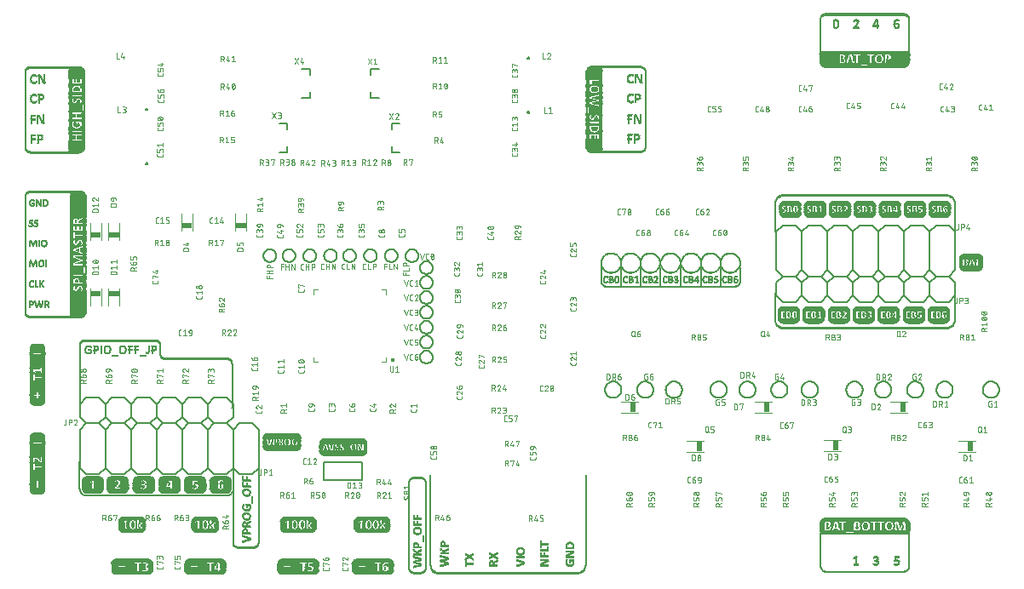
<source format=gbr>
G04 EAGLE Gerber RS-274X export*
G75*
%MOMM*%
%FSLAX34Y34*%
%LPD*%
%INSilkscreen Top*%
%IPPOS*%
%AMOC8*
5,1,8,0,0,1.08239X$1,22.5*%
G01*
%ADD10R,7.920000X0.010000*%
%ADD11R,8.040000X0.010000*%
%ADD12R,8.120000X0.010000*%
%ADD13R,8.180000X0.010000*%
%ADD14R,8.220000X0.010000*%
%ADD15R,8.260000X0.010000*%
%ADD16R,8.320000X0.010000*%
%ADD17R,8.340000X0.010000*%
%ADD18R,8.380000X0.010000*%
%ADD19R,8.420000X0.010000*%
%ADD20R,8.440000X0.010000*%
%ADD21R,8.480000X0.010000*%
%ADD22R,8.500000X0.010000*%
%ADD23R,8.520000X0.010000*%
%ADD24R,8.550000X0.010000*%
%ADD25R,8.580000X0.010000*%
%ADD26R,8.600000X0.010000*%
%ADD27R,8.620000X0.010000*%
%ADD28R,8.640000X0.010000*%
%ADD29R,3.910000X0.010000*%
%ADD30R,4.060000X0.010000*%
%ADD31R,3.920000X0.010000*%
%ADD32R,4.070000X0.010000*%
%ADD33R,3.930000X0.010000*%
%ADD34R,3.940000X0.010000*%
%ADD35R,4.080000X0.010000*%
%ADD36R,3.950000X0.010000*%
%ADD37R,4.090000X0.010000*%
%ADD38R,3.960000X0.010000*%
%ADD39R,4.100000X0.010000*%
%ADD40R,3.970000X0.010000*%
%ADD41R,4.120000X0.010000*%
%ADD42R,3.980000X0.010000*%
%ADD43R,4.130000X0.010000*%
%ADD44R,3.990000X0.010000*%
%ADD45R,4.140000X0.010000*%
%ADD46R,8.820000X0.010000*%
%ADD47R,8.840000X0.010000*%
%ADD48R,8.860000X0.010000*%
%ADD49R,8.880000X0.010000*%
%ADD50R,8.900000X0.010000*%
%ADD51R,8.920000X0.010000*%
%ADD52R,5.770000X0.010000*%
%ADD53R,2.960000X0.010000*%
%ADD54R,1.960000X0.010000*%
%ADD55R,0.360000X0.010000*%
%ADD56R,0.500000X0.010000*%
%ADD57R,0.210000X0.010000*%
%ADD58R,1.270000X0.010000*%
%ADD59R,0.570000X0.010000*%
%ADD60R,0.470000X0.010000*%
%ADD61R,2.320000X0.010000*%
%ADD62R,1.940000X0.010000*%
%ADD63R,0.290000X0.010000*%
%ADD64R,0.190000X0.010000*%
%ADD65R,1.240000X0.010000*%
%ADD66R,0.520000X0.010000*%
%ADD67R,0.420000X0.010000*%
%ADD68R,2.310000X0.010000*%
%ADD69R,1.950000X0.010000*%
%ADD70R,0.250000X0.010000*%
%ADD71R,0.460000X0.010000*%
%ADD72R,0.180000X0.010000*%
%ADD73R,1.230000X0.010000*%
%ADD74R,0.490000X0.010000*%
%ADD75R,0.390000X0.010000*%
%ADD76R,0.230000X0.010000*%
%ADD77R,0.370000X0.010000*%
%ADD78R,0.200000X0.010000*%
%ADD79R,0.450000X0.010000*%
%ADD80R,0.440000X0.010000*%
%ADD81R,0.340000X0.010000*%
%ADD82R,0.430000X0.010000*%
%ADD83R,0.330000X0.010000*%
%ADD84R,0.170000X0.010000*%
%ADD85R,0.310000X0.010000*%
%ADD86R,0.150000X0.010000*%
%ADD87R,0.400000X0.010000*%
%ADD88R,0.300000X0.010000*%
%ADD89R,0.140000X0.010000*%
%ADD90R,0.410000X0.010000*%
%ADD91R,0.280000X0.010000*%
%ADD92R,0.380000X0.010000*%
%ADD93R,0.270000X0.010000*%
%ADD94R,2.330000X0.010000*%
%ADD95R,0.260000X0.010000*%
%ADD96R,0.130000X0.010000*%
%ADD97R,0.160000X0.010000*%
%ADD98R,0.220000X0.010000*%
%ADD99R,0.350000X0.010000*%
%ADD100R,0.240000X0.010000*%
%ADD101R,0.320000X0.010000*%
%ADD102R,2.190000X0.010000*%
%ADD103R,2.130000X0.010000*%
%ADD104R,2.100000X0.010000*%
%ADD105R,2.070000X0.010000*%
%ADD106R,2.050000X0.010000*%
%ADD107R,2.030000X0.010000*%
%ADD108R,2.020000X0.010000*%
%ADD109R,2.000000X0.010000*%
%ADD110R,1.990000X0.010000*%
%ADD111R,1.980000X0.010000*%
%ADD112R,1.970000X0.010000*%
%ADD113R,1.930000X0.010000*%
%ADD114R,1.920000X0.010000*%
%ADD115R,1.910000X0.010000*%
%ADD116R,0.120000X0.010000*%
%ADD117R,0.110000X0.010000*%
%ADD118R,0.100000X0.010000*%
%ADD119R,1.900000X0.010000*%
%ADD120R,0.090000X0.010000*%
%ADD121R,0.080000X0.010000*%
%ADD122R,0.070000X0.010000*%
%ADD123R,0.060000X0.010000*%
%ADD124R,0.050000X0.010000*%
%ADD125R,0.040000X0.010000*%
%ADD126R,0.030000X0.010000*%
%ADD127R,0.020000X0.010000*%
%ADD128R,0.750000X0.010000*%
%ADD129R,0.740000X0.010000*%
%ADD130R,0.730000X0.010000*%
%ADD131R,2.010000X0.010000*%
%ADD132R,0.480000X0.010000*%
%ADD133R,0.510000X0.010000*%
%ADD134R,2.040000X0.010000*%
%ADD135R,0.530000X0.010000*%
%ADD136R,2.060000X0.010000*%
%ADD137R,2.090000X0.010000*%
%ADD138R,0.620000X0.010000*%
%ADD139R,2.140000X0.010000*%
%ADD140R,2.980000X0.010000*%
%ADD141R,2.670000X0.010000*%
%ADD142R,2.940000X0.010000*%
%ADD143R,5.850000X0.010000*%
%ADD144R,3.000000X0.010000*%
%ADD145R,9.000000X0.010000*%
%ADD146R,0.550000X0.010000*%
%ADD147R,0.580000X0.010000*%
%ADD148R,0.600000X0.010000*%
%ADD149R,0.540000X0.010000*%
%ADD150R,0.590000X0.010000*%
%ADD151R,0.650000X0.010000*%
%ADD152R,0.670000X0.010000*%
%ADD153R,0.660000X0.010000*%
%ADD154R,0.560000X0.010000*%
%ADD155R,8.570000X0.010000*%
%ADD156R,8.540000X0.010000*%
%ADD157R,8.470000X0.010000*%
%ADD158R,8.300000X0.010000*%
%ADD159R,8.160000X0.010000*%
%ADD160R,8.100000X0.010000*%
%ADD161R,8.020000X0.010000*%
%ADD162R,7.900000X0.010000*%
%ADD163R,7.860000X0.010000*%
%ADD164R,8.000000X0.010000*%
%ADD165R,8.080000X0.010000*%
%ADD166R,8.140000X0.010000*%
%ADD167R,8.190000X0.010000*%
%ADD168R,8.240000X0.010000*%
%ADD169R,8.280000X0.010000*%
%ADD170R,8.350000X0.010000*%
%ADD171R,8.410000X0.010000*%
%ADD172R,0.010000X0.010000*%
%ADD173R,8.950000X0.010000*%
%ADD174R,2.610000X0.010000*%
%ADD175R,5.660000X0.010000*%
%ADD176R,2.600000X0.010000*%
%ADD177R,5.650000X0.010000*%
%ADD178R,2.590000X0.010000*%
%ADD179R,5.640000X0.010000*%
%ADD180R,4.460000X0.010000*%
%ADD181R,2.110000X0.010000*%
%ADD182R,1.130000X0.010000*%
%ADD183R,0.690000X0.010000*%
%ADD184R,1.070000X0.010000*%
%ADD185R,1.060000X0.010000*%
%ADD186R,1.050000X0.010000*%
%ADD187R,0.810000X0.010000*%
%ADD188R,0.800000X0.010000*%
%ADD189R,0.830000X0.010000*%
%ADD190R,0.680000X0.010000*%
%ADD191R,0.870000X0.010000*%
%ADD192R,0.710000X0.010000*%
%ADD193R,4.420000X0.010000*%
%ADD194R,8.830000X0.010000*%
%ADD195R,8.810000X0.010000*%
%ADD196R,8.800000X0.010000*%
%ADD197R,8.780000X0.010000*%
%ADD198R,8.770000X0.010000*%
%ADD199R,8.760000X0.010000*%
%ADD200R,8.750000X0.010000*%
%ADD201R,8.740000X0.010000*%
%ADD202R,8.720000X0.010000*%
%ADD203R,8.710000X0.010000*%
%ADD204R,8.690000X0.010000*%
%ADD205R,8.680000X0.010000*%
%ADD206R,8.660000X0.010000*%
%ADD207R,8.650000X0.010000*%
%ADD208R,8.630000X0.010000*%
%ADD209R,8.610000X0.010000*%
%ADD210R,8.590000X0.010000*%
%ADD211R,8.530000X0.010000*%
%ADD212R,8.450000X0.010000*%
%ADD213R,8.430000X0.010000*%
%ADD214R,8.400000X0.010000*%
%ADD215R,8.370000X0.010000*%
%ADD216R,8.330000X0.010000*%
%ADD217R,8.170000X0.010000*%
%ADD218R,8.110000X0.010000*%
%ADD219R,7.940000X0.010000*%
%ADD220R,5.200000X0.010000*%
%ADD221R,5.280000X0.010000*%
%ADD222R,5.360000X0.010000*%
%ADD223R,5.410000X0.010000*%
%ADD224R,5.460000X0.010000*%
%ADD225R,5.500000X0.010000*%
%ADD226R,5.540000X0.010000*%
%ADD227R,5.580000X0.010000*%
%ADD228R,5.610000X0.010000*%
%ADD229R,5.670000X0.010000*%
%ADD230R,5.700000X0.010000*%
%ADD231R,5.720000X0.010000*%
%ADD232R,5.750000X0.010000*%
%ADD233R,5.800000X0.010000*%
%ADD234R,5.820000X0.010000*%
%ADD235R,5.840000X0.010000*%
%ADD236R,1.480000X0.010000*%
%ADD237R,1.490000X0.010000*%
%ADD238R,1.500000X0.010000*%
%ADD239R,1.510000X0.010000*%
%ADD240R,1.520000X0.010000*%
%ADD241R,1.530000X0.010000*%
%ADD242R,1.540000X0.010000*%
%ADD243R,1.550000X0.010000*%
%ADD244R,1.560000X0.010000*%
%ADD245R,1.570000X0.010000*%
%ADD246R,1.580000X0.010000*%
%ADD247R,1.590000X0.010000*%
%ADD248R,1.600000X0.010000*%
%ADD249R,1.610000X0.010000*%
%ADD250R,1.620000X0.010000*%
%ADD251R,1.630000X0.010000*%
%ADD252R,1.640000X0.010000*%
%ADD253R,1.030000X0.010000*%
%ADD254R,0.820000X0.010000*%
%ADD255R,0.850000X0.010000*%
%ADD256R,0.910000X0.010000*%
%ADD257R,0.720000X0.010000*%
%ADD258R,0.760000X0.010000*%
%ADD259R,0.770000X0.010000*%
%ADD260R,0.780000X0.010000*%
%ADD261R,0.790000X0.010000*%
%ADD262R,0.840000X0.010000*%
%ADD263R,0.860000X0.010000*%
%ADD264R,0.890000X0.010000*%
%ADD265R,0.920000X0.010000*%
%ADD266R,0.960000X0.010000*%
%ADD267R,1.380000X0.010000*%
%ADD268R,1.360000X0.010000*%
%ADD269R,1.150000X0.010000*%
%ADD270R,1.120000X0.010000*%
%ADD271R,1.090000X0.010000*%
%ADD272R,1.010000X0.010000*%
%ADD273R,0.980000X0.010000*%
%ADD274R,0.950000X0.010000*%
%ADD275R,0.630000X0.010000*%
%ADD276R,0.900000X0.010000*%
%ADD277R,0.930000X0.010000*%
%ADD278R,0.940000X0.010000*%
%ADD279R,0.700000X0.010000*%
%ADD280R,1.040000X0.010000*%
%ADD281R,1.190000X0.010000*%
%ADD282R,1.100000X0.010000*%
%ADD283R,0.640000X0.010000*%
%ADD284R,0.610000X0.010000*%
%ADD285R,0.880000X0.010000*%
%ADD286R,0.990000X0.010000*%
%ADD287R,1.020000X0.010000*%
%ADD288R,1.160000X0.010000*%
%ADD289R,1.200000X0.010000*%
%ADD290R,1.170000X0.010000*%
%ADD291R,1.080000X0.010000*%
%ADD292R,1.110000X0.010000*%
%ADD293R,1.180000X0.010000*%
%ADD294R,1.470000X0.010000*%
%ADD295R,5.830000X0.010000*%
%ADD296R,5.810000X0.010000*%
%ADD297R,5.790000X0.010000*%
%ADD298R,5.740000X0.010000*%
%ADD299R,5.400000X0.010000*%
%ADD300R,5.340000X0.010000*%
%ADD301R,5.180000X0.010000*%
%ADD302R,1.220000X0.010000*%
%ADD303R,1.250000X0.010000*%
%ADD304R,1.290000X0.010000*%
%ADD305R,1.300000X0.010000*%
%ADD306R,1.320000X0.010000*%
%ADD307R,1.340000X0.010000*%
%ADD308R,1.350000X0.010000*%
%ADD309R,1.370000X0.010000*%
%ADD310R,1.390000X0.010000*%
%ADD311R,1.410000X0.010000*%
%ADD312R,1.420000X0.010000*%
%ADD313R,1.430000X0.010000*%
%ADD314R,1.440000X0.010000*%
%ADD315R,1.450000X0.010000*%
%ADD316R,3.370000X0.010000*%
%ADD317R,3.360000X0.010000*%
%ADD318R,3.450000X0.010000*%
%ADD319R,3.510000X0.010000*%
%ADD320R,3.520000X0.010000*%
%ADD321R,3.560000X0.010000*%
%ADD322R,3.570000X0.010000*%
%ADD323R,3.610000X0.010000*%
%ADD324R,3.600000X0.010000*%
%ADD325R,3.650000X0.010000*%
%ADD326R,3.640000X0.010000*%
%ADD327R,3.680000X0.010000*%
%ADD328R,3.690000X0.010000*%
%ADD329R,3.720000X0.010000*%
%ADD330R,3.710000X0.010000*%
%ADD331R,3.740000X0.010000*%
%ADD332R,3.750000X0.010000*%
%ADD333R,3.770000X0.010000*%
%ADD334R,3.780000X0.010000*%
%ADD335R,3.800000X0.010000*%
%ADD336R,3.820000X0.010000*%
%ADD337R,3.830000X0.010000*%
%ADD338R,3.850000X0.010000*%
%ADD339R,3.840000X0.010000*%
%ADD340R,3.870000X0.010000*%
%ADD341R,3.860000X0.010000*%
%ADD342R,3.890000X0.010000*%
%ADD343R,3.880000X0.010000*%
%ADD344R,3.900000X0.010000*%
%ADD345R,4.000000X0.010000*%
%ADD346R,4.010000X0.010000*%
%ADD347R,4.020000X0.010000*%
%ADD348R,4.030000X0.010000*%
%ADD349R,4.040000X0.010000*%
%ADD350R,4.050000X0.010000*%
%ADD351R,3.240000X0.010000*%
%ADD352R,3.160000X0.010000*%
%ADD353R,3.220000X0.010000*%
%ADD354R,3.180000X0.010000*%
%ADD355R,3.100000X0.010000*%
%ADD356R,2.520000X0.010000*%
%ADD357R,2.530000X0.010000*%
%ADD358R,2.580000X0.010000*%
%ADD359R,2.510000X0.010000*%
%ADD360R,2.570000X0.010000*%
%ADD361R,2.500000X0.010000*%
%ADD362R,2.360000X0.010000*%
%ADD363R,2.290000X0.010000*%
%ADD364R,2.350000X0.010000*%
%ADD365R,2.280000X0.010000*%
%ADD366R,2.270000X0.010000*%
%ADD367R,2.340000X0.010000*%
%ADD368R,2.260000X0.010000*%
%ADD369R,3.250000X0.010000*%
%ADD370R,1.460000X0.010000*%
%ADD371R,3.270000X0.010000*%
%ADD372R,3.290000X0.010000*%
%ADD373R,3.310000X0.010000*%
%ADD374R,4.110000X0.010000*%
%ADD375R,1.400000X0.010000*%
%ADD376R,1.330000X0.010000*%
%ADD377R,1.310000X0.010000*%
%ADD378R,1.210000X0.010000*%
%ADD379R,1.000000X0.010000*%
%ADD380R,3.810000X0.010000*%
%ADD381R,3.660000X0.010000*%
%ADD382R,3.620000X0.010000*%
%ADD383R,3.580000X0.010000*%
%ADD384R,3.460000X0.010000*%
%ADD385R,3.380000X0.010000*%
%ADD386R,3.390000X0.010000*%
%ADD387R,3.230000X0.010000*%
%ADD388R,1.790000X0.010000*%
%ADD389R,1.780000X0.010000*%
%ADD390R,2.720000X0.010000*%
%ADD391R,2.850000X0.010000*%
%ADD392R,2.920000X0.010000*%
%ADD393R,3.030000X0.010000*%
%ADD394R,3.070000X0.010000*%
%ADD395R,2.180000X0.010000*%
%ADD396R,3.110000X0.010000*%
%ADD397R,2.210000X0.010000*%
%ADD398R,2.220000X0.010000*%
%ADD399R,3.150000X0.010000*%
%ADD400R,2.250000X0.010000*%
%ADD401R,2.240000X0.010000*%
%ADD402R,3.210000X0.010000*%
%ADD403R,2.300000X0.010000*%
%ADD404R,3.260000X0.010000*%
%ADD405R,3.280000X0.010000*%
%ADD406R,2.370000X0.010000*%
%ADD407R,2.380000X0.010000*%
%ADD408R,2.400000X0.010000*%
%ADD409R,3.330000X0.010000*%
%ADD410R,2.420000X0.010000*%
%ADD411R,3.350000X0.010000*%
%ADD412R,2.430000X0.010000*%
%ADD413R,2.440000X0.010000*%
%ADD414R,1.140000X0.010000*%
%ADD415R,2.450000X0.010000*%
%ADD416R,2.460000X0.010000*%
%ADD417R,2.470000X0.010000*%
%ADD418R,3.400000X0.010000*%
%ADD419R,2.480000X0.010000*%
%ADD420R,3.420000X0.010000*%
%ADD421R,3.430000X0.010000*%
%ADD422R,1.260000X0.010000*%
%ADD423R,1.280000X0.010000*%
%ADD424R,2.540000X0.010000*%
%ADD425R,3.470000X0.010000*%
%ADD426R,2.550000X0.010000*%
%ADD427R,2.560000X0.010000*%
%ADD428R,3.490000X0.010000*%
%ADD429R,3.500000X0.010000*%
%ADD430R,3.530000X0.010000*%
%ADD431R,3.540000X0.010000*%
%ADD432R,2.620000X0.010000*%
%ADD433R,3.550000X0.010000*%
%ADD434R,2.630000X0.010000*%
%ADD435R,2.640000X0.010000*%
%ADD436R,1.800000X0.010000*%
%ADD437R,1.770000X0.010000*%
%ADD438R,1.810000X0.010000*%
%ADD439R,3.480000X0.010000*%
%ADD440R,3.440000X0.010000*%
%ADD441R,2.490000X0.010000*%
%ADD442R,3.410000X0.010000*%
%ADD443R,2.410000X0.010000*%
%ADD444R,3.340000X0.010000*%
%ADD445R,2.390000X0.010000*%
%ADD446R,3.320000X0.010000*%
%ADD447R,3.300000X0.010000*%
%ADD448R,3.200000X0.010000*%
%ADD449R,3.190000X0.010000*%
%ADD450R,2.230000X0.010000*%
%ADD451R,3.170000X0.010000*%
%ADD452R,2.200000X0.010000*%
%ADD453R,3.130000X0.010000*%
%ADD454R,2.160000X0.010000*%
%ADD455R,2.120000X0.010000*%
%ADD456R,3.060000X0.010000*%
%ADD457R,2.080000X0.010000*%
%ADD458R,3.010000X0.010000*%
%ADD459R,2.900000X0.010000*%
%ADD460R,2.890000X0.010000*%
%ADD461R,1.880000X0.010000*%
%ADD462R,2.810000X0.010000*%
%ADD463R,0.970000X0.010000*%
%ADD464R,16.480000X0.010000*%
%ADD465R,16.610000X0.010000*%
%ADD466R,16.710000X0.010000*%
%ADD467R,16.790000X0.010000*%
%ADD468R,16.850000X0.010000*%
%ADD469R,16.900000X0.010000*%
%ADD470R,16.950000X0.010000*%
%ADD471R,17.000000X0.010000*%
%ADD472R,17.050000X0.010000*%
%ADD473R,17.090000X0.010000*%
%ADD474R,17.120000X0.010000*%
%ADD475R,17.150000X0.010000*%
%ADD476R,17.190000X0.010000*%
%ADD477R,17.230000X0.010000*%
%ADD478R,17.250000X0.010000*%
%ADD479R,17.290000X0.010000*%
%ADD480R,17.310000X0.010000*%
%ADD481R,17.340000X0.010000*%
%ADD482R,1.660000X0.010000*%
%ADD483R,1.650000X0.010000*%
%ADD484R,1.690000X0.010000*%
%ADD485R,1.700000X0.010000*%
%ADD486R,1.730000X0.010000*%
%ADD487R,1.720000X0.010000*%
%ADD488R,1.750000X0.010000*%
%ADD489R,1.760000X0.010000*%
%ADD490R,1.830000X0.010000*%
%ADD491R,1.840000X0.010000*%
%ADD492R,1.850000X0.010000*%
%ADD493R,1.860000X0.010000*%
%ADD494R,1.870000X0.010000*%
%ADD495R,1.890000X0.010000*%
%ADD496R,2.150000X0.010000*%
%ADD497R,2.170000X0.010000*%
%ADD498R,14.240000X0.010000*%
%ADD499R,14.390000X0.010000*%
%ADD500R,14.480000X0.010000*%
%ADD501R,14.540000X0.010000*%
%ADD502R,14.590000X0.010000*%
%ADD503R,14.640000X0.010000*%
%ADD504R,14.680000X0.010000*%
%ADD505R,14.720000X0.010000*%
%ADD506R,14.760000X0.010000*%
%ADD507R,14.780000X0.010000*%
%ADD508R,14.820000X0.010000*%
%ADD509R,14.850000X0.010000*%
%ADD510R,14.880000X0.010000*%
%ADD511R,14.900000X0.010000*%
%ADD512R,14.920000X0.010000*%
%ADD513R,14.950000X0.010000*%
%ADD514R,14.980000X0.010000*%
%ADD515R,15.000000X0.010000*%
%ADD516R,1.670000X0.010000*%
%ADD517R,1.680000X0.010000*%
%ADD518R,1.710000X0.010000*%
%ADD519R,1.740000X0.010000*%
%ADD520R,1.820000X0.010000*%
%ADD521R,17.160000X0.010000*%
%ADD522R,17.130000X0.010000*%
%ADD523R,17.010000X0.010000*%
%ADD524R,16.910000X0.010000*%
%ADD525R,16.630000X0.010000*%
%ADD526R,16.490000X0.010000*%
%ADD527R,0.110000X6.340000*%
%ADD528R,4.980000X0.010000*%
%ADD529R,5.080000X0.010000*%
%ADD530R,5.160000X0.010000*%
%ADD531R,5.220000X0.010000*%
%ADD532R,5.270000X0.010000*%
%ADD533R,5.320000X0.010000*%
%ADD534R,5.440000X0.010000*%
%ADD535R,5.520000X0.010000*%
%ADD536R,5.560000X0.010000*%
%ADD537R,5.600000X0.010000*%
%ADD538R,5.620000X0.010000*%
%ADD539R,4.990000X0.010000*%
%ADD540R,4.190000X0.010000*%
%ADD541R,4.230000X0.010000*%
%ADD542R,4.270000X0.010000*%
%ADD543R,4.300000X0.010000*%
%ADD544R,4.330000X0.010000*%
%ADD545R,4.360000X0.010000*%
%ADD546R,4.390000X0.010000*%
%ADD547R,4.410000X0.010000*%
%ADD548R,4.430000X0.010000*%
%ADD549R,4.480000X0.010000*%
%ADD550R,4.500000X0.010000*%
%ADD551R,4.510000X0.010000*%
%ADD552R,4.530000X0.010000*%
%ADD553R,4.550000X0.010000*%
%ADD554R,4.560000X0.010000*%
%ADD555R,4.580000X0.010000*%
%ADD556R,4.590000X0.010000*%
%ADD557R,4.610000X0.010000*%
%ADD558R,4.620000X0.010000*%
%ADD559R,4.630000X0.010000*%
%ADD560R,4.640000X0.010000*%
%ADD561R,4.650000X0.010000*%
%ADD562R,4.660000X0.010000*%
%ADD563R,4.680000X0.010000*%
%ADD564R,4.690000X0.010000*%
%ADD565R,4.700000X0.010000*%
%ADD566R,4.760000X0.010000*%
%ADD567R,4.770000X0.010000*%
%ADD568R,4.750000X0.010000*%
%ADD569R,4.740000X0.010000*%
%ADD570R,4.730000X0.010000*%
%ADD571R,4.720000X0.010000*%
%ADD572R,4.710000X0.010000*%
%ADD573R,4.670000X0.010000*%
%ADD574R,4.380000X0.010000*%
%ADD575R,4.260000X0.010000*%
%ADD576R,3.590000X0.010000*%
%ADD577R,3.630000X0.010000*%
%ADD578R,3.670000X0.010000*%
%ADD579R,3.730000X0.010000*%
%ADD580R,3.760000X0.010000*%
%ADD581R,3.790000X0.010000*%
%ADD582R,14.150000X0.010000*%
%ADD583R,14.260000X0.010000*%
%ADD584R,14.330000X0.010000*%
%ADD585R,14.450000X0.010000*%
%ADD586R,14.500000X0.010000*%
%ADD587R,14.550000X0.010000*%
%ADD588R,14.620000X0.010000*%
%ADD589R,14.650000X0.010000*%
%ADD590R,14.690000X0.010000*%
%ADD591R,14.710000X0.010000*%
%ADD592R,6.600000X0.010000*%
%ADD593R,6.660000X0.010000*%
%ADD594R,6.690000X0.010000*%
%ADD595R,6.720000X0.010000*%
%ADD596R,6.730000X0.010000*%
%ADD597R,6.750000X0.010000*%
%ADD598R,6.760000X0.010000*%
%ADD599R,6.770000X0.010000*%
%ADD600R,6.710000X0.010000*%
%ADD601R,6.650000X0.010000*%
%ADD602R,7.850000X0.010000*%
%ADD603R,7.830000X0.010000*%
%ADD604R,7.810000X0.010000*%
%ADD605R,7.790000X0.010000*%
%ADD606R,7.770000X0.010000*%
%ADD607R,7.750000X0.010000*%
%ADD608R,7.720000X0.010000*%
%ADD609R,7.690000X0.010000*%
%ADD610R,7.660000X0.010000*%
%ADD611R,7.630000X0.010000*%
%ADD612R,7.600000X0.010000*%
%ADD613R,7.560000X0.010000*%
%ADD614R,7.530000X0.010000*%
%ADD615R,7.480000X0.010000*%
%ADD616R,7.430000X0.010000*%
%ADD617R,7.370000X0.010000*%
%ADD618R,7.310000X0.010000*%
%ADD619R,7.210000X0.010000*%
%ADD620R,12.880000X0.010000*%
%ADD621R,13.020000X0.010000*%
%ADD622R,13.100000X0.010000*%
%ADD623R,13.160000X0.010000*%
%ADD624R,13.200000X0.010000*%
%ADD625R,13.260000X0.010000*%
%ADD626R,13.300000X0.010000*%
%ADD627R,13.340000X0.010000*%
%ADD628R,13.360000X0.010000*%
%ADD629R,13.400000X0.010000*%
%ADD630R,13.420000X0.010000*%
%ADD631R,13.460000X0.010000*%
%ADD632R,0.040000X2.740000*%
%ADD633C,0.050800*%
%ADD634C,0.406400*%
%ADD635C,0.120000*%
%ADD636C,0.127000*%
%ADD637C,0.152400*%
%ADD638C,0.025400*%
%ADD639C,0.101600*%
%ADD640R,1.100000X0.600000*%
%ADD641R,0.600000X1.100000*%
%ADD642C,0.076200*%
%ADD643R,5.680000X0.010000*%


D10*
X838950Y512000D03*
D11*
X838950Y512100D03*
D12*
X838950Y512200D03*
D13*
X838950Y512300D03*
D14*
X838950Y512400D03*
D15*
X838950Y512500D03*
D16*
X838950Y512600D03*
D17*
X838950Y512700D03*
D18*
X838950Y512800D03*
D19*
X838950Y512900D03*
D20*
X838950Y513000D03*
D21*
X838950Y513100D03*
D22*
X838950Y513200D03*
D23*
X838950Y513300D03*
D24*
X839000Y513400D03*
D25*
X838950Y513500D03*
D26*
X838950Y513600D03*
D27*
X838950Y513700D03*
D28*
X838950Y513800D03*
D29*
X815200Y513900D03*
D30*
X861950Y513900D03*
D31*
X815150Y514000D03*
D32*
X862000Y514000D03*
D33*
X815100Y514100D03*
D32*
X862100Y514100D03*
D33*
X815100Y514200D03*
D32*
X862100Y514200D03*
D34*
X815050Y514300D03*
D35*
X862150Y514300D03*
D36*
X815000Y514400D03*
D37*
X862200Y514400D03*
D38*
X814950Y514500D03*
D39*
X862250Y514500D03*
D38*
X814950Y514600D03*
D39*
X862250Y514600D03*
D40*
X814900Y514700D03*
D41*
X862250Y514700D03*
D42*
X814850Y514800D03*
D43*
X862300Y514800D03*
D44*
X814900Y514900D03*
D45*
X862250Y514900D03*
D46*
X838950Y515000D03*
D47*
X838950Y515100D03*
X838950Y515200D03*
D48*
X838950Y515300D03*
X838950Y515400D03*
D49*
X838950Y515500D03*
X838950Y515600D03*
D50*
X838950Y515700D03*
X838950Y515800D03*
X838950Y515900D03*
D51*
X838950Y516000D03*
X838950Y516100D03*
D52*
X823100Y516200D03*
D53*
X868850Y516200D03*
D54*
X804050Y516300D03*
D55*
X818850Y516300D03*
D56*
X824450Y516300D03*
D57*
X829500Y516300D03*
D58*
X838200Y516300D03*
D59*
X848700Y516300D03*
D60*
X856800Y516300D03*
D61*
X872050Y516300D03*
D62*
X803950Y516400D03*
D63*
X819100Y516400D03*
D60*
X824500Y516400D03*
D64*
X829500Y516400D03*
D65*
X838250Y516400D03*
D66*
X848650Y516400D03*
D67*
X856850Y516400D03*
D68*
X872100Y516400D03*
D69*
X803900Y516500D03*
D70*
X819300Y516500D03*
D71*
X824450Y516500D03*
D72*
X829450Y516500D03*
D73*
X838200Y516500D03*
D74*
X848500Y516500D03*
D75*
X857000Y516500D03*
D68*
X872200Y516500D03*
D62*
X803850Y516600D03*
D76*
X819400Y516600D03*
D71*
X824450Y516600D03*
D72*
X829450Y516600D03*
D73*
X838200Y516600D03*
D60*
X848400Y516600D03*
D77*
X857100Y516600D03*
D68*
X872200Y516600D03*
D62*
X803850Y516700D03*
D78*
X819550Y516700D03*
D79*
X824500Y516700D03*
D72*
X829450Y516700D03*
D73*
X838200Y516700D03*
D71*
X848350Y516700D03*
D55*
X857150Y516700D03*
D68*
X872200Y516700D03*
D62*
X803850Y516800D03*
D64*
X819600Y516800D03*
D80*
X824450Y516800D03*
D72*
X829450Y516800D03*
D73*
X838200Y516800D03*
D80*
X848250Y516800D03*
D81*
X857250Y516800D03*
D68*
X872200Y516800D03*
D69*
X803800Y516900D03*
D72*
X819750Y516900D03*
D80*
X824450Y516900D03*
D64*
X829400Y516900D03*
D73*
X838200Y516900D03*
D82*
X848200Y516900D03*
D83*
X857300Y516900D03*
D61*
X872250Y516900D03*
D69*
X803800Y517000D03*
D84*
X819800Y517000D03*
D82*
X824500Y517000D03*
D64*
X829400Y517000D03*
D73*
X838200Y517000D03*
D67*
X848150Y517000D03*
D85*
X857400Y517000D03*
D61*
X872250Y517000D03*
D69*
X803800Y517100D03*
D86*
X819900Y517100D03*
D67*
X824450Y517100D03*
D64*
X829400Y517100D03*
D73*
X838200Y517100D03*
D87*
X848050Y517100D03*
D88*
X857450Y517100D03*
D61*
X872250Y517100D03*
D69*
X803800Y517200D03*
D86*
X820000Y517200D03*
D67*
X824450Y517200D03*
D78*
X829350Y517200D03*
D73*
X838200Y517200D03*
D75*
X848000Y517200D03*
D63*
X857500Y517200D03*
D61*
X872250Y517200D03*
D69*
X803800Y517300D03*
D89*
X820050Y517300D03*
D90*
X824500Y517300D03*
D78*
X829350Y517300D03*
D73*
X838200Y517300D03*
D75*
X848000Y517300D03*
D91*
X857550Y517300D03*
D61*
X872250Y517300D03*
D69*
X803800Y517400D03*
D89*
X820050Y517400D03*
D87*
X824450Y517400D03*
D78*
X829350Y517400D03*
D73*
X838200Y517400D03*
D92*
X847950Y517400D03*
D93*
X857600Y517400D03*
D94*
X872300Y517400D03*
D54*
X803750Y517500D03*
D89*
X820150Y517500D03*
D87*
X824450Y517500D03*
D57*
X829300Y517500D03*
D73*
X838200Y517500D03*
D77*
X847900Y517500D03*
D95*
X857650Y517500D03*
D94*
X872300Y517500D03*
D54*
X803750Y517600D03*
D64*
X816200Y517600D03*
D96*
X820200Y517600D03*
D75*
X824500Y517600D03*
D57*
X829300Y517600D03*
D73*
X838200Y517600D03*
D55*
X847850Y517600D03*
D97*
X853050Y517600D03*
D95*
X857650Y517600D03*
D94*
X872300Y517600D03*
D54*
X803750Y517700D03*
D98*
X816350Y517700D03*
D96*
X820200Y517700D03*
D92*
X824450Y517700D03*
D57*
X829300Y517700D03*
D73*
X838200Y517700D03*
D55*
X847850Y517700D03*
D98*
X853050Y517700D03*
D70*
X857700Y517700D03*
D94*
X872300Y517700D03*
D54*
X803750Y517800D03*
D76*
X816400Y517800D03*
D96*
X820300Y517800D03*
D92*
X824450Y517800D03*
D98*
X829250Y517800D03*
D73*
X838200Y517800D03*
D99*
X847800Y517800D03*
D95*
X853050Y517800D03*
D100*
X857750Y517800D03*
D94*
X872300Y517800D03*
D54*
X803750Y517900D03*
D70*
X816500Y517900D03*
D96*
X820300Y517900D03*
D77*
X824500Y517900D03*
D98*
X829250Y517900D03*
D73*
X838200Y517900D03*
D99*
X847800Y517900D03*
D91*
X853050Y517900D03*
D100*
X857750Y517900D03*
D94*
X872300Y517900D03*
D54*
X803750Y518000D03*
D95*
X816550Y518000D03*
D96*
X820400Y518000D03*
D55*
X824450Y518000D03*
D76*
X829200Y518000D03*
D73*
X838200Y518000D03*
D81*
X847750Y518000D03*
D85*
X853100Y518000D03*
D76*
X857800Y518000D03*
D94*
X872300Y518000D03*
D54*
X803750Y518100D03*
D93*
X816600Y518100D03*
D96*
X820400Y518100D03*
D55*
X824450Y518100D03*
D76*
X829200Y518100D03*
D73*
X838200Y518100D03*
D81*
X847750Y518100D03*
D83*
X853100Y518100D03*
D98*
X857850Y518100D03*
D94*
X872300Y518100D03*
D54*
X803750Y518200D03*
D93*
X816600Y518200D03*
D96*
X820400Y518200D03*
D99*
X824500Y518200D03*
D76*
X829200Y518200D03*
D73*
X838200Y518200D03*
D83*
X847700Y518200D03*
D99*
X853100Y518200D03*
D98*
X857850Y518200D03*
D94*
X872300Y518200D03*
D54*
X803750Y518300D03*
D91*
X816650Y518300D03*
D96*
X820500Y518300D03*
D81*
X824450Y518300D03*
D100*
X829150Y518300D03*
D73*
X838200Y518300D03*
D83*
X847700Y518300D03*
D55*
X853050Y518300D03*
D57*
X857900Y518300D03*
D94*
X872300Y518300D03*
D54*
X803750Y518400D03*
D91*
X816650Y518400D03*
D96*
X820500Y518400D03*
D100*
X829150Y518400D03*
D73*
X838200Y518400D03*
D101*
X847650Y518400D03*
D77*
X853100Y518400D03*
D57*
X857900Y518400D03*
D94*
X872300Y518400D03*
D54*
X803750Y518500D03*
D91*
X816650Y518500D03*
D96*
X820500Y518500D03*
D100*
X829150Y518500D03*
D73*
X838200Y518500D03*
D101*
X847650Y518500D03*
D75*
X853100Y518500D03*
D57*
X857900Y518500D03*
D94*
X872300Y518500D03*
D54*
X803750Y518600D03*
D91*
X816650Y518600D03*
D89*
X820550Y518600D03*
D70*
X829100Y518600D03*
D73*
X838200Y518600D03*
D101*
X847650Y518600D03*
D87*
X853050Y518600D03*
D78*
X857950Y518600D03*
D94*
X872300Y518600D03*
D54*
X803750Y518700D03*
D91*
X816650Y518700D03*
D89*
X820550Y518700D03*
D70*
X829100Y518700D03*
D73*
X838200Y518700D03*
D85*
X847600Y518700D03*
D90*
X853100Y518700D03*
D78*
X857950Y518700D03*
D94*
X872300Y518700D03*
D54*
X803750Y518800D03*
D91*
X816650Y518800D03*
D89*
X820550Y518800D03*
D70*
X829100Y518800D03*
D73*
X838200Y518800D03*
D85*
X847600Y518800D03*
D90*
X853100Y518800D03*
D78*
X857950Y518800D03*
D94*
X872300Y518800D03*
D54*
X803750Y518900D03*
D91*
X816650Y518900D03*
D86*
X820600Y518900D03*
D95*
X829050Y518900D03*
D73*
X838200Y518900D03*
D85*
X847600Y518900D03*
D82*
X853100Y518900D03*
D64*
X858000Y518900D03*
D94*
X872300Y518900D03*
D54*
X803750Y519000D03*
D91*
X816650Y519000D03*
D86*
X820600Y519000D03*
D95*
X829050Y519000D03*
D73*
X838200Y519000D03*
D85*
X847600Y519000D03*
D82*
X853100Y519000D03*
D64*
X858000Y519000D03*
D94*
X872300Y519000D03*
D54*
X803750Y519100D03*
D91*
X816650Y519100D03*
D86*
X820600Y519100D03*
D95*
X829050Y519100D03*
D73*
X838200Y519100D03*
D88*
X847550Y519100D03*
D82*
X853100Y519100D03*
D64*
X858000Y519100D03*
D94*
X872300Y519100D03*
D54*
X803750Y519200D03*
D91*
X816650Y519200D03*
D97*
X820650Y519200D03*
D93*
X829000Y519200D03*
D73*
X838200Y519200D03*
D88*
X847550Y519200D03*
D79*
X853100Y519200D03*
D72*
X858050Y519200D03*
D94*
X872300Y519200D03*
D54*
X803750Y519300D03*
D91*
X816650Y519300D03*
D97*
X820650Y519300D03*
D93*
X829000Y519300D03*
D73*
X838200Y519300D03*
D88*
X847550Y519300D03*
D79*
X853100Y519300D03*
D72*
X858050Y519300D03*
D94*
X872300Y519300D03*
D54*
X803750Y519400D03*
D91*
X816650Y519400D03*
D97*
X820650Y519400D03*
D93*
X829000Y519400D03*
D73*
X838200Y519400D03*
D88*
X847550Y519400D03*
D79*
X853100Y519400D03*
D72*
X858050Y519400D03*
D102*
X873000Y519400D03*
D54*
X803750Y519500D03*
D93*
X816600Y519500D03*
D72*
X820650Y519500D03*
D91*
X828950Y519500D03*
D73*
X838200Y519500D03*
D88*
X847550Y519500D03*
D79*
X853100Y519500D03*
D72*
X858050Y519500D03*
D103*
X873300Y519500D03*
D54*
X803750Y519600D03*
D93*
X816600Y519600D03*
D72*
X820650Y519600D03*
D95*
X824450Y519600D03*
D91*
X828950Y519600D03*
D73*
X838200Y519600D03*
D88*
X847550Y519600D03*
D71*
X853150Y519600D03*
D72*
X858050Y519600D03*
D104*
X873450Y519600D03*
D54*
X803750Y519700D03*
D95*
X816550Y519700D03*
D72*
X820650Y519700D03*
D95*
X824450Y519700D03*
D91*
X828950Y519700D03*
D73*
X838200Y519700D03*
D63*
X847500Y519700D03*
D71*
X853150Y519700D03*
D84*
X858100Y519700D03*
D105*
X873600Y519700D03*
D54*
X803750Y519800D03*
D70*
X816500Y519800D03*
D78*
X820650Y519800D03*
D95*
X824450Y519800D03*
D63*
X828900Y519800D03*
D73*
X838200Y519800D03*
D63*
X847500Y519800D03*
D60*
X853100Y519800D03*
D84*
X858100Y519800D03*
D106*
X873700Y519800D03*
D54*
X803750Y519900D03*
D100*
X816450Y519900D03*
D78*
X820650Y519900D03*
D70*
X824500Y519900D03*
D63*
X828900Y519900D03*
D73*
X838200Y519900D03*
D63*
X847500Y519900D03*
D60*
X853100Y519900D03*
D84*
X858100Y519900D03*
D107*
X873800Y519900D03*
D54*
X803750Y520000D03*
D98*
X816350Y520000D03*
D57*
X820600Y520000D03*
D100*
X824450Y520000D03*
D63*
X828900Y520000D03*
D73*
X838200Y520000D03*
D63*
X847500Y520000D03*
D60*
X853100Y520000D03*
D84*
X858100Y520000D03*
D108*
X873850Y520000D03*
D54*
X803750Y520100D03*
D64*
X816200Y520100D03*
D98*
X820650Y520100D03*
D100*
X824450Y520100D03*
D88*
X828850Y520100D03*
D73*
X838200Y520100D03*
D63*
X847500Y520100D03*
D60*
X853100Y520100D03*
D84*
X858100Y520100D03*
D109*
X873950Y520100D03*
D54*
X803750Y520200D03*
D76*
X820600Y520200D03*
X824500Y520200D03*
D88*
X828850Y520200D03*
D73*
X838200Y520200D03*
D63*
X847500Y520200D03*
D60*
X853100Y520200D03*
D84*
X858100Y520200D03*
D110*
X874000Y520200D03*
D54*
X803750Y520300D03*
D70*
X820600Y520300D03*
D98*
X824450Y520300D03*
D85*
X828800Y520300D03*
D73*
X838200Y520300D03*
D63*
X847500Y520300D03*
D60*
X853100Y520300D03*
D84*
X858100Y520300D03*
D111*
X874050Y520300D03*
D54*
X803750Y520400D03*
D95*
X820550Y520400D03*
D98*
X824450Y520400D03*
D85*
X828800Y520400D03*
D73*
X838200Y520400D03*
D63*
X847500Y520400D03*
D60*
X853100Y520400D03*
D84*
X858100Y520400D03*
D112*
X874100Y520400D03*
D54*
X803750Y520500D03*
D93*
X820500Y520500D03*
D57*
X824500Y520500D03*
D85*
X828800Y520500D03*
D73*
X838200Y520500D03*
D63*
X847500Y520500D03*
D60*
X853100Y520500D03*
D84*
X858100Y520500D03*
D54*
X874150Y520500D03*
X803750Y520600D03*
D63*
X820500Y520600D03*
D78*
X824450Y520600D03*
D101*
X828750Y520600D03*
D73*
X838200Y520600D03*
D63*
X847500Y520600D03*
D60*
X853100Y520600D03*
D84*
X858100Y520600D03*
D54*
X874150Y520600D03*
X803750Y520700D03*
D85*
X820400Y520700D03*
D78*
X824450Y520700D03*
D101*
X828750Y520700D03*
D73*
X838200Y520700D03*
D63*
X847500Y520700D03*
D60*
X853100Y520700D03*
D84*
X858100Y520700D03*
D96*
X861300Y520700D03*
D69*
X874200Y520700D03*
D54*
X803750Y520800D03*
D101*
X820350Y520800D03*
D64*
X824500Y520800D03*
D101*
X828750Y520800D03*
D73*
X838200Y520800D03*
D63*
X847500Y520800D03*
D60*
X853100Y520800D03*
D84*
X858100Y520800D03*
X861500Y520800D03*
D62*
X874250Y520800D03*
D54*
X803750Y520900D03*
D55*
X820250Y520900D03*
D72*
X824450Y520900D03*
D83*
X828700Y520900D03*
D73*
X838200Y520900D03*
D63*
X847500Y520900D03*
D60*
X853100Y520900D03*
D84*
X858100Y520900D03*
D72*
X861550Y520900D03*
D62*
X874250Y520900D03*
D54*
X803750Y521000D03*
D75*
X820100Y521000D03*
D72*
X824450Y521000D03*
D83*
X828700Y521000D03*
D73*
X838200Y521000D03*
D63*
X847500Y521000D03*
D60*
X853100Y521000D03*
D84*
X858100Y521000D03*
D78*
X861650Y521000D03*
D113*
X874300Y521000D03*
D54*
X803750Y521100D03*
D75*
X820100Y521100D03*
D84*
X824500Y521100D03*
D83*
X828700Y521100D03*
D73*
X838200Y521100D03*
D63*
X847500Y521100D03*
D60*
X853100Y521100D03*
D84*
X858100Y521100D03*
D57*
X861700Y521100D03*
D113*
X874300Y521100D03*
D54*
X803750Y521200D03*
D92*
X820250Y521200D03*
D97*
X824450Y521200D03*
D81*
X828650Y521200D03*
D73*
X838200Y521200D03*
D63*
X847500Y521200D03*
D60*
X853100Y521200D03*
D84*
X858100Y521200D03*
D98*
X861750Y521200D03*
D113*
X874300Y521200D03*
D54*
X803750Y521300D03*
D55*
X820350Y521300D03*
D97*
X824450Y521300D03*
D81*
X828650Y521300D03*
D73*
X838200Y521300D03*
D63*
X847500Y521300D03*
D60*
X853100Y521300D03*
D84*
X858100Y521300D03*
D98*
X861750Y521300D03*
D114*
X874350Y521300D03*
D54*
X803750Y521400D03*
D99*
X820400Y521400D03*
D86*
X824500Y521400D03*
D81*
X828650Y521400D03*
D73*
X838200Y521400D03*
D63*
X847500Y521400D03*
D60*
X853100Y521400D03*
D84*
X858100Y521400D03*
D76*
X861800Y521400D03*
D114*
X874350Y521400D03*
D54*
X803750Y521500D03*
D84*
X816100Y521500D03*
D99*
X820500Y521500D03*
D89*
X824450Y521500D03*
D99*
X828600Y521500D03*
D73*
X838200Y521500D03*
D88*
X847550Y521500D03*
D60*
X853100Y521500D03*
D84*
X858100Y521500D03*
D76*
X861800Y521500D03*
D114*
X874350Y521500D03*
D54*
X803750Y521600D03*
D64*
X816200Y521600D03*
D81*
X820550Y521600D03*
D89*
X824450Y521600D03*
D99*
X828600Y521600D03*
D73*
X838200Y521600D03*
D88*
X847550Y521600D03*
D71*
X853150Y521600D03*
D84*
X858100Y521600D03*
D100*
X861850Y521600D03*
D115*
X874400Y521600D03*
D54*
X803750Y521700D03*
D78*
X816250Y521700D03*
D83*
X820600Y521700D03*
D96*
X824500Y521700D03*
D99*
X828600Y521700D03*
D73*
X838200Y521700D03*
D88*
X847550Y521700D03*
D71*
X853150Y521700D03*
D84*
X858100Y521700D03*
D100*
X861850Y521700D03*
D115*
X874400Y521700D03*
D54*
X803750Y521800D03*
D57*
X816300Y521800D03*
D83*
X820700Y521800D03*
D116*
X824450Y521800D03*
D55*
X828550Y521800D03*
D73*
X838200Y521800D03*
D88*
X847550Y521800D03*
D71*
X853150Y521800D03*
D84*
X858100Y521800D03*
D100*
X861850Y521800D03*
D115*
X874400Y521800D03*
D54*
X803750Y521900D03*
D98*
X816350Y521900D03*
D83*
X820700Y521900D03*
D116*
X824450Y521900D03*
D55*
X828550Y521900D03*
D73*
X838200Y521900D03*
D88*
X847550Y521900D03*
D79*
X853100Y521900D03*
D84*
X858100Y521900D03*
D100*
X861850Y521900D03*
D115*
X874400Y521900D03*
D54*
X803750Y522000D03*
D98*
X816350Y522000D03*
D101*
X820750Y522000D03*
D117*
X824500Y522000D03*
D55*
X828550Y522000D03*
D73*
X838200Y522000D03*
D88*
X847550Y522000D03*
D79*
X853100Y522000D03*
D72*
X858050Y522000D03*
D70*
X861900Y522000D03*
D115*
X874400Y522000D03*
D54*
X803750Y522100D03*
D76*
X816400Y522100D03*
D83*
X820800Y522100D03*
D118*
X824450Y522100D03*
D77*
X828500Y522100D03*
D73*
X838200Y522100D03*
D85*
X847600Y522100D03*
D79*
X853100Y522100D03*
D72*
X858050Y522100D03*
D70*
X861900Y522100D03*
D115*
X874400Y522100D03*
D54*
X803750Y522200D03*
D76*
X816400Y522200D03*
D101*
X820850Y522200D03*
D118*
X824450Y522200D03*
D77*
X828500Y522200D03*
D73*
X838200Y522200D03*
D85*
X847600Y522200D03*
D80*
X853150Y522200D03*
D72*
X858050Y522200D03*
D70*
X861900Y522200D03*
D119*
X874450Y522200D03*
D54*
X803750Y522300D03*
D100*
X816450Y522300D03*
D101*
X820850Y522300D03*
D120*
X824500Y522300D03*
D92*
X828450Y522300D03*
D73*
X838200Y522300D03*
D85*
X847600Y522300D03*
D80*
X853150Y522300D03*
D72*
X858050Y522300D03*
D70*
X861900Y522300D03*
D119*
X874450Y522300D03*
D54*
X803750Y522400D03*
D100*
X816450Y522400D03*
D83*
X820900Y522400D03*
D121*
X824450Y522400D03*
D92*
X828450Y522400D03*
D73*
X838200Y522400D03*
D85*
X847600Y522400D03*
D82*
X853100Y522400D03*
D72*
X858050Y522400D03*
D70*
X861900Y522400D03*
D119*
X874450Y522400D03*
D54*
X803750Y522500D03*
D100*
X816450Y522500D03*
D101*
X820950Y522500D03*
D121*
X824450Y522500D03*
D92*
X828450Y522500D03*
D73*
X838200Y522500D03*
D101*
X847650Y522500D03*
D67*
X853150Y522500D03*
D64*
X858000Y522500D03*
D70*
X861900Y522500D03*
D119*
X874450Y522500D03*
D54*
X803750Y522600D03*
D100*
X816450Y522600D03*
D83*
X821000Y522600D03*
D122*
X824500Y522600D03*
D75*
X828400Y522600D03*
D73*
X838200Y522600D03*
D101*
X847650Y522600D03*
D67*
X853150Y522600D03*
D64*
X858000Y522600D03*
D70*
X861900Y522600D03*
D119*
X874450Y522600D03*
D54*
X803750Y522700D03*
D100*
X816450Y522700D03*
D83*
X821000Y522700D03*
D123*
X824450Y522700D03*
D75*
X828400Y522700D03*
D73*
X838200Y522700D03*
D101*
X847650Y522700D03*
D87*
X853150Y522700D03*
D64*
X858000Y522700D03*
D100*
X861850Y522700D03*
D119*
X874450Y522700D03*
D54*
X803750Y522800D03*
D100*
X816450Y522800D03*
D83*
X821000Y522800D03*
D123*
X824450Y522800D03*
D75*
X828400Y522800D03*
D73*
X838200Y522800D03*
D83*
X847700Y522800D03*
D87*
X853150Y522800D03*
D64*
X858000Y522800D03*
D100*
X861850Y522800D03*
D115*
X874400Y522800D03*
D54*
X803750Y522900D03*
D100*
X816450Y522900D03*
D81*
X821050Y522900D03*
D124*
X824500Y522900D03*
D87*
X828350Y522900D03*
D73*
X838200Y522900D03*
D83*
X847700Y522900D03*
D92*
X853150Y522900D03*
D78*
X857950Y522900D03*
D100*
X861850Y522900D03*
D115*
X874400Y522900D03*
D54*
X803750Y523000D03*
D100*
X816450Y523000D03*
D81*
X821050Y523000D03*
D125*
X824450Y523000D03*
D87*
X828350Y523000D03*
D73*
X838200Y523000D03*
D81*
X847750Y523000D03*
D92*
X853150Y523000D03*
D78*
X857950Y523000D03*
D100*
X861850Y523000D03*
D115*
X874400Y523000D03*
D54*
X803750Y523100D03*
D76*
X816400Y523100D03*
D81*
X821050Y523100D03*
D125*
X824450Y523100D03*
D87*
X828350Y523100D03*
D73*
X838200Y523100D03*
D81*
X847750Y523100D03*
D55*
X853150Y523100D03*
D57*
X857900Y523100D03*
D76*
X861800Y523100D03*
D115*
X874400Y523100D03*
D54*
X803750Y523200D03*
D76*
X816400Y523200D03*
D99*
X821100Y523200D03*
D126*
X824500Y523200D03*
D90*
X828300Y523200D03*
D73*
X838200Y523200D03*
D99*
X847800Y523200D03*
D81*
X853150Y523200D03*
D57*
X857900Y523200D03*
D76*
X861800Y523200D03*
D115*
X874400Y523200D03*
D54*
X803750Y523300D03*
D98*
X816350Y523300D03*
D99*
X821100Y523300D03*
D127*
X824450Y523300D03*
D90*
X828300Y523300D03*
D73*
X838200Y523300D03*
D99*
X847800Y523300D03*
D101*
X853150Y523300D03*
D57*
X857900Y523300D03*
D98*
X861750Y523300D03*
D114*
X874350Y523300D03*
D54*
X803750Y523400D03*
D98*
X816350Y523400D03*
D55*
X821050Y523400D03*
D127*
X824450Y523400D03*
D90*
X828300Y523400D03*
D73*
X838200Y523400D03*
D55*
X847850Y523400D03*
D88*
X853150Y523400D03*
D98*
X857850Y523400D03*
D57*
X861700Y523400D03*
D114*
X874350Y523400D03*
D54*
X803750Y523500D03*
D57*
X816300Y523500D03*
D77*
X821100Y523500D03*
D67*
X828250Y523500D03*
D73*
X838200Y523500D03*
D55*
X847850Y523500D03*
D93*
X853200Y523500D03*
D98*
X857850Y523500D03*
D78*
X861650Y523500D03*
D114*
X874350Y523500D03*
D54*
X803750Y523600D03*
D78*
X816250Y523600D03*
D77*
X821100Y523600D03*
D67*
X828250Y523600D03*
D73*
X838200Y523600D03*
D77*
X847900Y523600D03*
D100*
X853150Y523600D03*
D76*
X857800Y523600D03*
D72*
X861550Y523600D03*
D113*
X874300Y523600D03*
D54*
X803750Y523700D03*
D72*
X816150Y523700D03*
D92*
X821050Y523700D03*
D67*
X828250Y523700D03*
D73*
X838200Y523700D03*
D92*
X847950Y523700D03*
D78*
X853150Y523700D03*
D100*
X857750Y523700D03*
D97*
X861450Y523700D03*
D113*
X874300Y523700D03*
D54*
X803750Y523800D03*
D89*
X815950Y523800D03*
D75*
X821100Y523800D03*
D64*
X827000Y523800D03*
D128*
X838200Y523800D03*
D89*
X849150Y523800D03*
D96*
X853200Y523800D03*
D100*
X857750Y523800D03*
D62*
X874250Y523800D03*
D54*
X803750Y523900D03*
D75*
X821100Y523900D03*
D64*
X827000Y523900D03*
D129*
X838250Y523900D03*
D89*
X849250Y523900D03*
D70*
X857700Y523900D03*
D69*
X874200Y523900D03*
D54*
X803750Y524000D03*
D87*
X821050Y524000D03*
D72*
X826950Y524000D03*
D129*
X838250Y524000D03*
D86*
X849300Y524000D03*
D95*
X857650Y524000D03*
D69*
X874200Y524000D03*
D54*
X803750Y524100D03*
D67*
X821050Y524100D03*
D64*
X826900Y524100D03*
D130*
X838200Y524100D03*
D97*
X849350Y524100D03*
D93*
X857600Y524100D03*
D54*
X874150Y524100D03*
X803750Y524200D03*
D67*
X821050Y524200D03*
D64*
X826900Y524200D03*
D130*
X838200Y524200D03*
D84*
X849400Y524200D03*
D91*
X857550Y524200D03*
D112*
X874100Y524200D03*
D54*
X803750Y524300D03*
D82*
X821000Y524300D03*
D64*
X826900Y524300D03*
D130*
X838200Y524300D03*
D72*
X849450Y524300D03*
D63*
X857500Y524300D03*
D111*
X874050Y524300D03*
D54*
X803750Y524400D03*
D79*
X821000Y524400D03*
D78*
X826850Y524400D03*
D130*
X838200Y524400D03*
D64*
X849500Y524400D03*
D88*
X857450Y524400D03*
D110*
X874000Y524400D03*
D54*
X803750Y524500D03*
D60*
X820900Y524500D03*
D78*
X826850Y524500D03*
D130*
X838200Y524500D03*
D57*
X849600Y524500D03*
D85*
X857400Y524500D03*
D131*
X873900Y524500D03*
D54*
X803750Y524600D03*
D132*
X820850Y524600D03*
D57*
X826800Y524600D03*
D130*
X838200Y524600D03*
D98*
X849650Y524600D03*
D101*
X857350Y524600D03*
D108*
X873850Y524600D03*
D54*
X803750Y524700D03*
D133*
X820800Y524700D03*
D57*
X826800Y524700D03*
D130*
X838200Y524700D03*
D100*
X849750Y524700D03*
D81*
X857250Y524700D03*
D134*
X873750Y524700D03*
D54*
X803750Y524800D03*
D135*
X820700Y524800D03*
D57*
X826800Y524800D03*
D129*
X838250Y524800D03*
D95*
X849850Y524800D03*
D55*
X857150Y524800D03*
D136*
X873650Y524800D03*
D112*
X803800Y524900D03*
D59*
X820600Y524900D03*
D76*
X826800Y524900D03*
D129*
X838250Y524900D03*
D91*
X849950Y524900D03*
D75*
X857100Y524900D03*
D137*
X873500Y524900D03*
D111*
X803850Y525000D03*
D138*
X820450Y525000D03*
D100*
X826750Y525000D03*
D128*
X838200Y525000D03*
D101*
X850050Y525000D03*
D82*
X857000Y525000D03*
D139*
X873250Y525000D03*
D140*
X808850Y525100D03*
D141*
X838600Y525100D03*
D142*
X869250Y525100D03*
D143*
X823200Y525200D03*
D144*
X868950Y525200D03*
D145*
X838950Y525300D03*
X838950Y525400D03*
X838950Y525500D03*
X838950Y525600D03*
X838950Y525700D03*
X838950Y525800D03*
X838950Y525900D03*
X838950Y526000D03*
X838950Y526100D03*
X838950Y526200D03*
X838950Y526300D03*
X838950Y526400D03*
X838950Y526500D03*
X838950Y526600D03*
X838950Y526700D03*
X838950Y526800D03*
X838950Y526900D03*
X838950Y527000D03*
X838950Y527100D03*
X838950Y527200D03*
X838950Y527300D03*
X838950Y527400D03*
X838950Y527500D03*
X838950Y527600D03*
X838950Y527700D03*
X838950Y527800D03*
X838950Y527900D03*
X838950Y528000D03*
X838950Y528100D03*
X838950Y528200D03*
X838950Y528300D03*
D72*
X794850Y528400D03*
X883050Y528400D03*
X794850Y528500D03*
X883050Y528500D03*
X794850Y528600D03*
X883050Y528600D03*
X794850Y528700D03*
X883050Y528700D03*
X794850Y528800D03*
X883050Y528800D03*
X794850Y528900D03*
X883050Y528900D03*
X794850Y529000D03*
X883050Y529000D03*
X794850Y529100D03*
X883050Y529100D03*
X794850Y529200D03*
X883050Y529200D03*
X794850Y529300D03*
X883050Y529300D03*
X794850Y529400D03*
X883050Y529400D03*
X794850Y529500D03*
X883050Y529500D03*
X794850Y529600D03*
X883050Y529600D03*
X794850Y529700D03*
X883050Y529700D03*
X794850Y529800D03*
X883050Y529800D03*
X794850Y529900D03*
X883050Y529900D03*
X794850Y530000D03*
X883050Y530000D03*
X794850Y530100D03*
X883050Y530100D03*
X794850Y530200D03*
X883050Y530200D03*
X794850Y530300D03*
X883050Y530300D03*
X794850Y530400D03*
X883050Y530400D03*
X794850Y530500D03*
X883050Y530500D03*
X794850Y530600D03*
X883050Y530600D03*
X794850Y530700D03*
X883050Y530700D03*
X794850Y530800D03*
X883050Y530800D03*
X794850Y530900D03*
X883050Y530900D03*
X794850Y531000D03*
X883050Y531000D03*
X794850Y531100D03*
X883050Y531100D03*
X794850Y531200D03*
X883050Y531200D03*
X794850Y531300D03*
X883050Y531300D03*
X794850Y531400D03*
X883050Y531400D03*
X794850Y531500D03*
X883050Y531500D03*
X794850Y531600D03*
X883050Y531600D03*
X794850Y531700D03*
X883050Y531700D03*
X794850Y531800D03*
X883050Y531800D03*
X794850Y531900D03*
X883050Y531900D03*
X794850Y532000D03*
X883050Y532000D03*
X794850Y532100D03*
X883050Y532100D03*
X794850Y532200D03*
X883050Y532200D03*
X794850Y532300D03*
X883050Y532300D03*
X794850Y532400D03*
X883050Y532400D03*
X794850Y532500D03*
X883050Y532500D03*
X794850Y532600D03*
X883050Y532600D03*
X794850Y532700D03*
X883050Y532700D03*
X794850Y532800D03*
X883050Y532800D03*
X794850Y532900D03*
X883050Y532900D03*
X794850Y533000D03*
X883050Y533000D03*
X794850Y533100D03*
X883050Y533100D03*
X794850Y533200D03*
X883050Y533200D03*
X794850Y533300D03*
X883050Y533300D03*
X794850Y533400D03*
X883050Y533400D03*
X794850Y533500D03*
X883050Y533500D03*
X794850Y533600D03*
X883050Y533600D03*
X794850Y533700D03*
X883050Y533700D03*
X794850Y533800D03*
X883050Y533800D03*
X794850Y533900D03*
X883050Y533900D03*
X794850Y534000D03*
X883050Y534000D03*
X794850Y534100D03*
X883050Y534100D03*
X794850Y534200D03*
X883050Y534200D03*
X794850Y534300D03*
X883050Y534300D03*
X794850Y534400D03*
X883050Y534400D03*
X794850Y534500D03*
X883050Y534500D03*
X794850Y534600D03*
X883050Y534600D03*
X794850Y534700D03*
X883050Y534700D03*
X794850Y534800D03*
X883050Y534800D03*
X794850Y534900D03*
X883050Y534900D03*
X794850Y535000D03*
X883050Y535000D03*
X794850Y535100D03*
X883050Y535100D03*
X794850Y535200D03*
X883050Y535200D03*
X794850Y535300D03*
X883050Y535300D03*
X794850Y535400D03*
X883050Y535400D03*
X794850Y535500D03*
X883050Y535500D03*
X794850Y535600D03*
X883050Y535600D03*
X794850Y535700D03*
X883050Y535700D03*
X794850Y535800D03*
X883050Y535800D03*
X794850Y535900D03*
X883050Y535900D03*
X794850Y536000D03*
X883050Y536000D03*
X794850Y536100D03*
X883050Y536100D03*
X794850Y536200D03*
X883050Y536200D03*
X794850Y536300D03*
X883050Y536300D03*
X794850Y536400D03*
X883050Y536400D03*
X794850Y536500D03*
X883050Y536500D03*
X794850Y536600D03*
X883050Y536600D03*
X794850Y536700D03*
X883050Y536700D03*
X794850Y536800D03*
X883050Y536800D03*
X794850Y536900D03*
X883050Y536900D03*
X794850Y537000D03*
X883050Y537000D03*
X794850Y537100D03*
X883050Y537100D03*
X794850Y537200D03*
X883050Y537200D03*
X794850Y537300D03*
X883050Y537300D03*
X794850Y537400D03*
X883050Y537400D03*
X794850Y537500D03*
X883050Y537500D03*
X794850Y537600D03*
X883050Y537600D03*
X794850Y537700D03*
X883050Y537700D03*
X794850Y537800D03*
X883050Y537800D03*
X794850Y537900D03*
X883050Y537900D03*
X794850Y538000D03*
X883050Y538000D03*
X794850Y538100D03*
X883050Y538100D03*
X794850Y538200D03*
X883050Y538200D03*
X794850Y538300D03*
X883050Y538300D03*
X794850Y538400D03*
X883050Y538400D03*
X794850Y538500D03*
X883050Y538500D03*
X794850Y538600D03*
X883050Y538600D03*
X794850Y538700D03*
X883050Y538700D03*
X794850Y538800D03*
X883050Y538800D03*
X794850Y538900D03*
X883050Y538900D03*
X794850Y539000D03*
X883050Y539000D03*
X794850Y539100D03*
X883050Y539100D03*
X794850Y539200D03*
X883050Y539200D03*
X794850Y539300D03*
X883050Y539300D03*
X794850Y539400D03*
X883050Y539400D03*
X794850Y539500D03*
X883050Y539500D03*
X794850Y539600D03*
X883050Y539600D03*
X794850Y539700D03*
X883050Y539700D03*
X794850Y539800D03*
X883050Y539800D03*
X794850Y539900D03*
X883050Y539900D03*
X794850Y540000D03*
X883050Y540000D03*
X794850Y540100D03*
X883050Y540100D03*
X794850Y540200D03*
X883050Y540200D03*
X794850Y540300D03*
X883050Y540300D03*
X794850Y540400D03*
X883050Y540400D03*
X794850Y540500D03*
X883050Y540500D03*
X794850Y540600D03*
X883050Y540600D03*
X794850Y540700D03*
X883050Y540700D03*
X794850Y540800D03*
X883050Y540800D03*
X794850Y540900D03*
X883050Y540900D03*
X794850Y541000D03*
X883050Y541000D03*
X794850Y541100D03*
X883050Y541100D03*
X794850Y541200D03*
X883050Y541200D03*
X794850Y541300D03*
X883050Y541300D03*
X794850Y541400D03*
X883050Y541400D03*
X794850Y541500D03*
X883050Y541500D03*
X794850Y541600D03*
X883050Y541600D03*
X794850Y541700D03*
X883050Y541700D03*
X794850Y541800D03*
X883050Y541800D03*
X794850Y541900D03*
X883050Y541900D03*
X794850Y542000D03*
X883050Y542000D03*
X794850Y542100D03*
X883050Y542100D03*
X794850Y542200D03*
X883050Y542200D03*
X794850Y542300D03*
X883050Y542300D03*
X794850Y542400D03*
X883050Y542400D03*
X794850Y542500D03*
X883050Y542500D03*
X794850Y542600D03*
X883050Y542600D03*
X794850Y542700D03*
X883050Y542700D03*
X794850Y542800D03*
X883050Y542800D03*
X794850Y542900D03*
X883050Y542900D03*
X794850Y543000D03*
X883050Y543000D03*
X794850Y543100D03*
X883050Y543100D03*
X794850Y543200D03*
X883050Y543200D03*
X794850Y543300D03*
X883050Y543300D03*
X794850Y543400D03*
X883050Y543400D03*
X794850Y543500D03*
X883050Y543500D03*
X794850Y543600D03*
X883050Y543600D03*
X794850Y543700D03*
X883050Y543700D03*
X794850Y543800D03*
X883050Y543800D03*
X794850Y543900D03*
X883050Y543900D03*
X794850Y544000D03*
X883050Y544000D03*
X794850Y544100D03*
X883050Y544100D03*
X794850Y544200D03*
X883050Y544200D03*
X794850Y544300D03*
X883050Y544300D03*
X794850Y544400D03*
X883050Y544400D03*
X794850Y544500D03*
X883050Y544500D03*
X794850Y544600D03*
X883050Y544600D03*
X794850Y544700D03*
X883050Y544700D03*
X794850Y544800D03*
X883050Y544800D03*
X794850Y544900D03*
X883050Y544900D03*
X794850Y545000D03*
X883050Y545000D03*
X794850Y545100D03*
X883050Y545100D03*
X794850Y545200D03*
X883050Y545200D03*
X794850Y545300D03*
X883050Y545300D03*
X794850Y545400D03*
X883050Y545400D03*
X794850Y545500D03*
X883050Y545500D03*
X794850Y545600D03*
X883050Y545600D03*
X794850Y545700D03*
X883050Y545700D03*
X794850Y545800D03*
X883050Y545800D03*
X794850Y545900D03*
X883050Y545900D03*
X794850Y546000D03*
X883050Y546000D03*
X794850Y546100D03*
X883050Y546100D03*
X794850Y546200D03*
X883050Y546200D03*
X794850Y546300D03*
X883050Y546300D03*
X794850Y546400D03*
X883050Y546400D03*
X794850Y546500D03*
X883050Y546500D03*
X794850Y546600D03*
X883050Y546600D03*
X794850Y546700D03*
X883050Y546700D03*
X794850Y546800D03*
X883050Y546800D03*
X794850Y546900D03*
X883050Y546900D03*
X794850Y547000D03*
X883050Y547000D03*
X794850Y547100D03*
X883050Y547100D03*
X794850Y547200D03*
X883050Y547200D03*
X794850Y547300D03*
X883050Y547300D03*
X794850Y547400D03*
X883050Y547400D03*
X794850Y547500D03*
X883050Y547500D03*
X794850Y547600D03*
X883050Y547600D03*
X794850Y547700D03*
X883050Y547700D03*
X794850Y547800D03*
X883050Y547800D03*
X794850Y547900D03*
X883050Y547900D03*
X794850Y548000D03*
X883050Y548000D03*
X794850Y548100D03*
X883050Y548100D03*
X794850Y548200D03*
X883050Y548200D03*
X794850Y548300D03*
X883050Y548300D03*
X794850Y548400D03*
X883050Y548400D03*
X794850Y548500D03*
X883050Y548500D03*
X794850Y548600D03*
X883050Y548600D03*
X794850Y548700D03*
X883050Y548700D03*
X794850Y548800D03*
X883050Y548800D03*
X794850Y548900D03*
X883050Y548900D03*
X794850Y549000D03*
X883050Y549000D03*
X794850Y549100D03*
X883050Y549100D03*
X794850Y549200D03*
X883050Y549200D03*
X794850Y549300D03*
X883050Y549300D03*
X794850Y549400D03*
X883050Y549400D03*
X794850Y549500D03*
X883050Y549500D03*
X794850Y549600D03*
X883050Y549600D03*
X794850Y549700D03*
X883050Y549700D03*
X794850Y549800D03*
X883050Y549800D03*
X794850Y549900D03*
X883050Y549900D03*
X794850Y550000D03*
X883050Y550000D03*
X794850Y550100D03*
X883050Y550100D03*
X794850Y550200D03*
X883050Y550200D03*
X794850Y550300D03*
X883050Y550300D03*
X794850Y550400D03*
X883050Y550400D03*
X794850Y550500D03*
X883050Y550500D03*
X794850Y550600D03*
X810250Y550600D03*
D64*
X870600Y550600D03*
D72*
X883050Y550600D03*
X794850Y550700D03*
D95*
X810250Y550700D03*
D146*
X830600Y550700D03*
D86*
X851400Y550700D03*
D70*
X870600Y550700D03*
D72*
X883050Y550700D03*
X794850Y550800D03*
D88*
X810250Y550800D03*
D147*
X830550Y550800D03*
D72*
X851350Y550800D03*
D85*
X870600Y550800D03*
D72*
X883050Y550800D03*
X794850Y550900D03*
D81*
X810250Y550900D03*
D148*
X830550Y550900D03*
D72*
X851350Y550900D03*
D81*
X870650Y550900D03*
D72*
X883050Y550900D03*
X794850Y551000D03*
D77*
X810300Y551000D03*
D148*
X830550Y551000D03*
D72*
X851350Y551000D03*
D77*
X870600Y551000D03*
D72*
X883050Y551000D03*
X794850Y551100D03*
D87*
X810250Y551100D03*
D148*
X830550Y551100D03*
D72*
X851350Y551100D03*
D87*
X870650Y551100D03*
D72*
X883050Y551100D03*
X794850Y551200D03*
D67*
X810250Y551200D03*
D148*
X830550Y551200D03*
D72*
X851350Y551200D03*
D67*
X870650Y551200D03*
D72*
X883050Y551200D03*
X794850Y551300D03*
D80*
X810250Y551300D03*
D148*
X830550Y551300D03*
D72*
X851350Y551300D03*
D80*
X870650Y551300D03*
D72*
X883050Y551300D03*
X794850Y551400D03*
D71*
X810250Y551400D03*
D148*
X830550Y551400D03*
D72*
X851350Y551400D03*
D71*
X870650Y551400D03*
D72*
X883050Y551400D03*
X794850Y551500D03*
D132*
X810250Y551500D03*
D148*
X830550Y551500D03*
D72*
X851350Y551500D03*
D132*
X870650Y551500D03*
D72*
X883050Y551500D03*
X794850Y551600D03*
D74*
X810300Y551600D03*
D148*
X830550Y551600D03*
D72*
X851350Y551600D03*
D56*
X870650Y551600D03*
D72*
X883050Y551600D03*
X794850Y551700D03*
D56*
X810250Y551700D03*
D148*
X830550Y551700D03*
D72*
X851350Y551700D03*
D133*
X870700Y551700D03*
D72*
X883050Y551700D03*
X794850Y551800D03*
D66*
X810250Y551800D03*
D148*
X830550Y551800D03*
D72*
X851350Y551800D03*
D66*
X870650Y551800D03*
D72*
X883050Y551800D03*
X794850Y551900D03*
D135*
X810300Y551900D03*
D148*
X830550Y551900D03*
D72*
X851350Y551900D03*
D135*
X870700Y551900D03*
D72*
X883050Y551900D03*
X794850Y552000D03*
D149*
X810250Y552000D03*
D148*
X830550Y552000D03*
D72*
X851350Y552000D03*
D146*
X870700Y552000D03*
D72*
X883050Y552000D03*
X794850Y552100D03*
D70*
X808800Y552100D03*
D100*
X811850Y552100D03*
D150*
X830500Y552100D03*
D72*
X851350Y552100D03*
D76*
X869100Y552100D03*
X872300Y552100D03*
D72*
X883050Y552100D03*
X794850Y552200D03*
D98*
X808650Y552200D03*
X811950Y552200D03*
D147*
X830450Y552200D03*
D72*
X851350Y552200D03*
D98*
X868950Y552200D03*
X872450Y552200D03*
D72*
X883050Y552200D03*
X794850Y552300D03*
D98*
X808550Y552300D03*
D57*
X812100Y552300D03*
D76*
X828800Y552300D03*
D72*
X851350Y552300D03*
D57*
X868900Y552300D03*
X872500Y552300D03*
D72*
X883050Y552300D03*
X794850Y552400D03*
D57*
X808500Y552400D03*
D78*
X812150Y552400D03*
D76*
X828900Y552400D03*
D72*
X851350Y552400D03*
D78*
X868850Y552400D03*
X872550Y552400D03*
D72*
X883050Y552400D03*
X794850Y552500D03*
D57*
X808400Y552500D03*
D78*
X812150Y552500D03*
D100*
X828950Y552500D03*
D72*
X851350Y552500D03*
D78*
X868750Y552500D03*
X872650Y552500D03*
D72*
X883050Y552500D03*
X794850Y552600D03*
D78*
X808350Y552600D03*
X812250Y552600D03*
D100*
X829050Y552600D03*
D151*
X850000Y552600D03*
D78*
X868750Y552600D03*
X872650Y552600D03*
D72*
X883050Y552600D03*
X794850Y552700D03*
D78*
X808350Y552700D03*
D64*
X812300Y552700D03*
D100*
X829150Y552700D03*
D151*
X850000Y552700D03*
D64*
X868700Y552700D03*
X872700Y552700D03*
D72*
X883050Y552700D03*
X794850Y552800D03*
D78*
X808350Y552800D03*
D64*
X812300Y552800D03*
D100*
X829250Y552800D03*
D152*
X850000Y552800D03*
D64*
X868700Y552800D03*
D78*
X872750Y552800D03*
D72*
X883050Y552800D03*
X794850Y552900D03*
D78*
X808250Y552900D03*
X812350Y552900D03*
D100*
X829350Y552900D03*
D152*
X850000Y552900D03*
D78*
X868650Y552900D03*
D64*
X872800Y552900D03*
D72*
X883050Y552900D03*
X794850Y553000D03*
D78*
X808250Y553000D03*
D64*
X812400Y553000D03*
D100*
X829450Y553000D03*
D152*
X850000Y553000D03*
D64*
X868600Y553000D03*
X872800Y553000D03*
D72*
X883050Y553000D03*
X794850Y553100D03*
D78*
X808250Y553100D03*
D64*
X812400Y553100D03*
D76*
X829500Y553100D03*
D152*
X850000Y553100D03*
D64*
X868600Y553100D03*
X872800Y553100D03*
D72*
X883050Y553100D03*
X794850Y553200D03*
D64*
X808200Y553200D03*
X812400Y553200D03*
D76*
X829600Y553200D03*
D152*
X850000Y553200D03*
D64*
X868600Y553200D03*
X872800Y553200D03*
D72*
X883050Y553200D03*
X794850Y553300D03*
D64*
X808200Y553300D03*
X812500Y553300D03*
D76*
X829700Y553300D03*
D152*
X850000Y553300D03*
D64*
X868600Y553300D03*
D72*
X872850Y553300D03*
X883050Y553300D03*
X794850Y553400D03*
D64*
X808200Y553400D03*
X812500Y553400D03*
D76*
X829800Y553400D03*
D152*
X850000Y553400D03*
D64*
X868600Y553400D03*
D72*
X872850Y553400D03*
X883050Y553400D03*
X794850Y553500D03*
D78*
X808150Y553500D03*
D64*
X812500Y553500D03*
D100*
X829850Y553500D03*
D152*
X850000Y553500D03*
D72*
X868550Y553500D03*
X872850Y553500D03*
X883050Y553500D03*
X794850Y553600D03*
D78*
X808150Y553600D03*
D64*
X812500Y553600D03*
D100*
X829950Y553600D03*
D152*
X850000Y553600D03*
D64*
X868500Y553600D03*
D72*
X872850Y553600D03*
X883050Y553600D03*
X794850Y553700D03*
D78*
X808150Y553700D03*
D64*
X812500Y553700D03*
D100*
X830050Y553700D03*
D152*
X850000Y553700D03*
D64*
X868500Y553700D03*
D72*
X872850Y553700D03*
X883050Y553700D03*
X794850Y553800D03*
D64*
X808100Y553800D03*
X812500Y553800D03*
D100*
X830150Y553800D03*
D152*
X850000Y553800D03*
D64*
X868500Y553800D03*
D72*
X872850Y553800D03*
X883050Y553800D03*
X794850Y553900D03*
D64*
X808100Y553900D03*
X812600Y553900D03*
D100*
X830250Y553900D03*
D153*
X849950Y553900D03*
D64*
X868500Y553900D03*
X872800Y553900D03*
D72*
X883050Y553900D03*
X794850Y554000D03*
D64*
X808100Y554000D03*
X812600Y554000D03*
D100*
X830350Y554000D03*
D151*
X849900Y554000D03*
D64*
X868500Y554000D03*
X872800Y554000D03*
D72*
X883050Y554000D03*
X794850Y554100D03*
D64*
X808100Y554100D03*
X812600Y554100D03*
D100*
X830450Y554100D03*
D97*
X847450Y554100D03*
D72*
X851350Y554100D03*
D64*
X868500Y554100D03*
X872800Y554100D03*
D72*
X883050Y554100D03*
X794850Y554200D03*
D64*
X808100Y554200D03*
X812600Y554200D03*
D100*
X830550Y554200D03*
D97*
X847550Y554200D03*
D72*
X851350Y554200D03*
D64*
X868500Y554200D03*
X872800Y554200D03*
D72*
X883050Y554200D03*
X794850Y554300D03*
D64*
X808100Y554300D03*
X812600Y554300D03*
D100*
X830650Y554300D03*
D97*
X847550Y554300D03*
D72*
X851350Y554300D03*
D64*
X868500Y554300D03*
D78*
X872750Y554300D03*
D72*
X883050Y554300D03*
X794850Y554400D03*
D64*
X808100Y554400D03*
X812600Y554400D03*
D100*
X830750Y554400D03*
D84*
X847600Y554400D03*
D72*
X851350Y554400D03*
D64*
X868500Y554400D03*
D78*
X872750Y554400D03*
D72*
X883050Y554400D03*
X794850Y554500D03*
D64*
X808100Y554500D03*
X812600Y554500D03*
D100*
X830850Y554500D03*
D97*
X847650Y554500D03*
D72*
X851350Y554500D03*
D78*
X868550Y554500D03*
D57*
X872700Y554500D03*
D72*
X883050Y554500D03*
X794850Y554600D03*
D64*
X808100Y554600D03*
X812600Y554600D03*
D76*
X830900Y554600D03*
D84*
X847700Y554600D03*
D72*
X851350Y554600D03*
D57*
X868600Y554600D03*
X872700Y554600D03*
D72*
X883050Y554600D03*
X794850Y554700D03*
D64*
X808100Y554700D03*
X812600Y554700D03*
D76*
X831000Y554700D03*
D84*
X847800Y554700D03*
D72*
X851350Y554700D03*
D100*
X868750Y554700D03*
D98*
X872550Y554700D03*
D72*
X883050Y554700D03*
X794850Y554800D03*
D64*
X808100Y554800D03*
X812600Y554800D03*
D100*
X831050Y554800D03*
D84*
X847800Y554800D03*
D72*
X851350Y554800D03*
D95*
X868850Y554800D03*
D76*
X872500Y554800D03*
D72*
X883050Y554800D03*
X794850Y554900D03*
D64*
X808100Y554900D03*
X812600Y554900D03*
D100*
X831150Y554900D03*
D84*
X847900Y554900D03*
D72*
X851350Y554900D03*
D85*
X869100Y554900D03*
D93*
X872300Y554900D03*
D72*
X883050Y554900D03*
X794850Y555000D03*
D64*
X808100Y555000D03*
X812600Y555000D03*
D76*
X831200Y555000D03*
D84*
X847900Y555000D03*
D72*
X851350Y555000D03*
D148*
X870550Y555000D03*
D72*
X883050Y555000D03*
X794850Y555100D03*
D64*
X808100Y555100D03*
X812600Y555100D03*
D76*
X831300Y555100D03*
D84*
X848000Y555100D03*
D72*
X851350Y555100D03*
D148*
X870550Y555100D03*
D72*
X883050Y555100D03*
X794850Y555200D03*
D64*
X808100Y555200D03*
X812600Y555200D03*
D76*
X831400Y555200D03*
D84*
X848000Y555200D03*
D72*
X851350Y555200D03*
D148*
X870550Y555200D03*
D72*
X883050Y555200D03*
X794850Y555300D03*
D64*
X808100Y555300D03*
X812600Y555300D03*
D76*
X831400Y555300D03*
D84*
X848100Y555300D03*
D72*
X851350Y555300D03*
D150*
X870500Y555300D03*
D72*
X883050Y555300D03*
X794850Y555400D03*
D64*
X808100Y555400D03*
X812600Y555400D03*
D76*
X831500Y555400D03*
D84*
X848200Y555400D03*
D72*
X851350Y555400D03*
D150*
X870500Y555400D03*
D72*
X883050Y555400D03*
X794850Y555500D03*
D64*
X808100Y555500D03*
X812600Y555500D03*
D76*
X831600Y555500D03*
D84*
X848200Y555500D03*
D72*
X851350Y555500D03*
D147*
X870450Y555500D03*
D72*
X883050Y555500D03*
X794850Y555600D03*
D64*
X808100Y555600D03*
X812600Y555600D03*
D76*
X831600Y555600D03*
D84*
X848300Y555600D03*
D72*
X851350Y555600D03*
D59*
X870400Y555600D03*
D72*
X883050Y555600D03*
X794850Y555700D03*
D64*
X808100Y555700D03*
X812600Y555700D03*
D76*
X831700Y555700D03*
D84*
X848300Y555700D03*
D72*
X851350Y555700D03*
D154*
X870350Y555700D03*
D72*
X883050Y555700D03*
X794850Y555800D03*
D64*
X808100Y555800D03*
X812600Y555800D03*
D98*
X831750Y555800D03*
D84*
X848400Y555800D03*
D72*
X851350Y555800D03*
D146*
X870300Y555800D03*
D72*
X883050Y555800D03*
X794850Y555900D03*
D64*
X808100Y555900D03*
X812600Y555900D03*
D76*
X831800Y555900D03*
D84*
X848400Y555900D03*
D72*
X851350Y555900D03*
D149*
X870250Y555900D03*
D72*
X883050Y555900D03*
X794850Y556000D03*
D64*
X808100Y556000D03*
X812600Y556000D03*
D98*
X831850Y556000D03*
D84*
X848500Y556000D03*
D72*
X851350Y556000D03*
X868550Y556000D03*
D83*
X871200Y556000D03*
D72*
X883050Y556000D03*
X794850Y556100D03*
D64*
X808100Y556100D03*
X812600Y556100D03*
D76*
X831900Y556100D03*
D84*
X848600Y556100D03*
D72*
X851350Y556100D03*
X868550Y556100D03*
D63*
X871200Y556100D03*
D72*
X883050Y556100D03*
X794850Y556200D03*
D64*
X808100Y556200D03*
X812600Y556200D03*
D76*
X831900Y556200D03*
D84*
X848600Y556200D03*
D72*
X851350Y556200D03*
X868550Y556200D03*
D70*
X871200Y556200D03*
D72*
X883050Y556200D03*
X794850Y556300D03*
D64*
X808100Y556300D03*
X812600Y556300D03*
D98*
X831950Y556300D03*
D84*
X848700Y556300D03*
D72*
X851350Y556300D03*
X868550Y556300D03*
D84*
X871200Y556300D03*
D72*
X883050Y556300D03*
X794850Y556400D03*
D64*
X808100Y556400D03*
D78*
X812550Y556400D03*
D76*
X832000Y556400D03*
D84*
X848700Y556400D03*
D72*
X851350Y556400D03*
X868550Y556400D03*
X883050Y556400D03*
X794850Y556500D03*
D64*
X808100Y556500D03*
D78*
X812550Y556500D03*
D76*
X832000Y556500D03*
D84*
X848800Y556500D03*
D72*
X851350Y556500D03*
X868550Y556500D03*
X883050Y556500D03*
X794850Y556600D03*
D64*
X808100Y556600D03*
D78*
X812550Y556600D03*
D98*
X832050Y556600D03*
D84*
X848800Y556600D03*
D72*
X851350Y556600D03*
X868550Y556600D03*
X883050Y556600D03*
X794850Y556700D03*
D64*
X808200Y556700D03*
D78*
X812550Y556700D03*
D98*
X832050Y556700D03*
D84*
X848900Y556700D03*
D72*
X851350Y556700D03*
X868650Y556700D03*
X883050Y556700D03*
X794850Y556800D03*
D64*
X808200Y556800D03*
X812500Y556800D03*
D98*
X832050Y556800D03*
D84*
X849000Y556800D03*
D72*
X851350Y556800D03*
X868650Y556800D03*
X883050Y556800D03*
X794850Y556900D03*
D64*
X808200Y556900D03*
X812500Y556900D03*
D98*
X832050Y556900D03*
D84*
X849000Y556900D03*
D72*
X851350Y556900D03*
X868650Y556900D03*
X883050Y556900D03*
X794850Y557000D03*
D64*
X808200Y557000D03*
X812500Y557000D03*
D76*
X832100Y557000D03*
D84*
X849100Y557000D03*
D72*
X851350Y557000D03*
X868650Y557000D03*
X883050Y557000D03*
X794850Y557100D03*
D64*
X808200Y557100D03*
D78*
X812450Y557100D03*
D76*
X832100Y557100D03*
D84*
X849100Y557100D03*
D72*
X851350Y557100D03*
X868750Y557100D03*
X883050Y557100D03*
X794850Y557200D03*
D78*
X808250Y557200D03*
X812450Y557200D03*
D76*
X832100Y557200D03*
D84*
X849200Y557200D03*
D72*
X851350Y557200D03*
X868750Y557200D03*
X883050Y557200D03*
X794850Y557300D03*
D64*
X808300Y557300D03*
D78*
X812450Y557300D03*
D76*
X832100Y557300D03*
D84*
X849200Y557300D03*
D72*
X851350Y557300D03*
D64*
X868800Y557300D03*
D72*
X883050Y557300D03*
X794850Y557400D03*
D64*
X808300Y557400D03*
X812400Y557400D03*
D76*
X832100Y557400D03*
D84*
X849300Y557400D03*
D72*
X851350Y557400D03*
D64*
X868800Y557400D03*
D72*
X883050Y557400D03*
X794850Y557500D03*
D64*
X808300Y557500D03*
D78*
X812350Y557500D03*
D125*
X827950Y557500D03*
D100*
X832050Y557500D03*
D84*
X849400Y557500D03*
D72*
X851350Y557500D03*
D64*
X868900Y557500D03*
D72*
X883050Y557500D03*
X794850Y557600D03*
D78*
X808350Y557600D03*
X812350Y557600D03*
D123*
X828050Y557600D03*
D100*
X832050Y557600D03*
D84*
X849400Y557600D03*
D72*
X851350Y557600D03*
D64*
X868900Y557600D03*
D72*
X883050Y557600D03*
X794850Y557700D03*
D64*
X808400Y557700D03*
D78*
X812350Y557700D03*
D121*
X828150Y557700D03*
D70*
X832000Y557700D03*
D84*
X849500Y557700D03*
D72*
X851350Y557700D03*
D64*
X869000Y557700D03*
D72*
X883050Y557700D03*
X794850Y557800D03*
D78*
X808450Y557800D03*
X812250Y557800D03*
D118*
X828150Y557800D03*
D95*
X831950Y557800D03*
D84*
X849500Y557800D03*
D72*
X851350Y557800D03*
D78*
X869050Y557800D03*
D72*
X883050Y557800D03*
X794850Y557900D03*
D57*
X808500Y557900D03*
X812200Y557900D03*
D96*
X828300Y557900D03*
D93*
X831900Y557900D03*
D99*
X850500Y557900D03*
D57*
X869100Y557900D03*
D72*
X883050Y557900D03*
X794850Y558000D03*
D78*
X808550Y558000D03*
D57*
X812200Y558000D03*
D86*
X828400Y558000D03*
D91*
X831750Y558000D03*
D99*
X850500Y558000D03*
D57*
X869200Y558000D03*
D72*
X883050Y558000D03*
X794850Y558100D03*
D98*
X808650Y558100D03*
D76*
X812100Y558100D03*
D78*
X828650Y558100D03*
D85*
X831600Y558100D03*
D81*
X850550Y558100D03*
D76*
X869300Y558100D03*
D126*
X872900Y558100D03*
D72*
X883050Y558100D03*
X794850Y558200D03*
D98*
X808750Y558200D03*
D76*
X812000Y558200D03*
D146*
X830400Y558200D03*
D83*
X850600Y558200D03*
D100*
X869450Y558200D03*
D122*
X872800Y558200D03*
D72*
X883050Y558200D03*
X794850Y558300D03*
D95*
X808950Y558300D03*
D93*
X811800Y558300D03*
D146*
X830400Y558300D03*
D83*
X850600Y558300D03*
D95*
X869650Y558300D03*
D96*
X872600Y558300D03*
D72*
X883050Y558300D03*
X794850Y558400D03*
D135*
X810400Y558400D03*
D149*
X830350Y558400D03*
D101*
X850650Y558400D03*
D74*
X870800Y558400D03*
D72*
X883050Y558400D03*
X794850Y558500D03*
D135*
X810400Y558500D03*
D149*
X830350Y558500D03*
D101*
X850650Y558500D03*
D132*
X870850Y558500D03*
D72*
X883050Y558500D03*
X794850Y558600D03*
D133*
X810400Y558600D03*
D135*
X830300Y558600D03*
D85*
X850700Y558600D03*
D60*
X870900Y558600D03*
D72*
X883050Y558600D03*
X794850Y558700D03*
D56*
X810450Y558700D03*
D135*
X830300Y558700D03*
D85*
X850700Y558700D03*
D60*
X870900Y558700D03*
D72*
X883050Y558700D03*
X794850Y558800D03*
D74*
X810400Y558800D03*
D133*
X830300Y558800D03*
D88*
X850750Y558800D03*
D71*
X870950Y558800D03*
D72*
X883050Y558800D03*
X794850Y558900D03*
D60*
X810400Y558900D03*
D133*
X830300Y558900D03*
D88*
X850750Y558900D03*
D79*
X871000Y558900D03*
D72*
X883050Y558900D03*
X794850Y559000D03*
D79*
X810400Y559000D03*
D74*
X830300Y559000D03*
D63*
X850800Y559000D03*
D80*
X871050Y559000D03*
D72*
X883050Y559000D03*
X794850Y559100D03*
D82*
X810400Y559100D03*
D132*
X830250Y559100D03*
D91*
X850850Y559100D03*
D67*
X871150Y559100D03*
D72*
X883050Y559100D03*
X794850Y559200D03*
D90*
X810400Y559200D03*
D79*
X830300Y559200D03*
D91*
X850850Y559200D03*
D90*
X871200Y559200D03*
D72*
X883050Y559200D03*
X794850Y559300D03*
D75*
X810400Y559300D03*
D82*
X830300Y559300D03*
D93*
X850900Y559300D03*
D87*
X871250Y559300D03*
D72*
X883050Y559300D03*
X794850Y559400D03*
D55*
X810450Y559400D03*
D75*
X830300Y559400D03*
D93*
X850900Y559400D03*
D77*
X871300Y559400D03*
D72*
X883050Y559400D03*
D64*
X794900Y559500D03*
D101*
X810450Y559500D03*
D81*
X830350Y559500D03*
D95*
X850950Y559500D03*
D81*
X871350Y559500D03*
D64*
X883000Y559500D03*
X794900Y559600D03*
D91*
X810450Y559600D03*
D88*
X830350Y559600D03*
D100*
X850950Y559600D03*
D85*
X871400Y559600D03*
D64*
X883000Y559600D03*
X794900Y559700D03*
D76*
X810400Y559700D03*
X830400Y559700D03*
D97*
X850950Y559700D03*
D70*
X871400Y559700D03*
D64*
X883000Y559700D03*
X794900Y559800D03*
D89*
X810450Y559800D03*
X830450Y559800D03*
D96*
X871400Y559800D03*
D64*
X883000Y559800D03*
X794900Y559900D03*
X883000Y559900D03*
X794900Y560000D03*
X883000Y560000D03*
X794900Y560100D03*
X883000Y560100D03*
X794900Y560200D03*
X883000Y560200D03*
X795000Y560300D03*
X882900Y560300D03*
X795000Y560400D03*
X882900Y560400D03*
X795000Y560500D03*
X882900Y560500D03*
X795000Y560600D03*
X882900Y560600D03*
D78*
X795050Y560700D03*
X882850Y560700D03*
X795050Y560800D03*
X882850Y560800D03*
D64*
X795100Y560900D03*
X882800Y560900D03*
D78*
X795150Y561000D03*
X882750Y561000D03*
X795150Y561100D03*
X882750Y561100D03*
X795250Y561200D03*
D57*
X882700Y561200D03*
D78*
X795250Y561300D03*
X882650Y561300D03*
D57*
X795300Y561400D03*
X882600Y561400D03*
X795300Y561500D03*
X882600Y561500D03*
X795400Y561600D03*
X882500Y561600D03*
X795400Y561700D03*
X882500Y561700D03*
X795500Y561800D03*
X882400Y561800D03*
D98*
X795550Y561900D03*
X882350Y561900D03*
X795550Y562000D03*
X882350Y562000D03*
X795650Y562100D03*
X882250Y562100D03*
D76*
X795700Y562200D03*
X882200Y562200D03*
X795800Y562300D03*
X882100Y562300D03*
X795800Y562400D03*
X882100Y562400D03*
X795900Y562500D03*
X882000Y562500D03*
D100*
X795950Y562600D03*
X881950Y562600D03*
X796050Y562700D03*
X881850Y562700D03*
X796150Y562800D03*
X881750Y562800D03*
D95*
X796250Y562900D03*
X881650Y562900D03*
X796350Y563000D03*
X881550Y563000D03*
X796450Y563100D03*
X881450Y563100D03*
D91*
X796550Y563200D03*
X881350Y563200D03*
X796650Y563300D03*
X881250Y563300D03*
D63*
X796800Y563400D03*
X881100Y563400D03*
D88*
X796950Y563500D03*
X880950Y563500D03*
D101*
X797150Y563600D03*
X880750Y563600D03*
D99*
X797300Y563700D03*
X880600Y563700D03*
D92*
X797550Y563800D03*
X880350Y563800D03*
D28*
X838950Y563900D03*
D27*
X838950Y564000D03*
D26*
X838950Y564100D03*
D155*
X839000Y564200D03*
D156*
X838950Y564300D03*
D23*
X838950Y564400D03*
D22*
X838950Y564500D03*
D157*
X839000Y564600D03*
D20*
X838950Y564700D03*
D19*
X838950Y564800D03*
D18*
X838950Y564900D03*
D17*
X838950Y565000D03*
D158*
X838950Y565100D03*
D15*
X838950Y565200D03*
D14*
X838950Y565300D03*
D159*
X838950Y565400D03*
D160*
X838950Y565500D03*
D161*
X838950Y565600D03*
D162*
X838950Y565700D03*
D163*
X839250Y9800D03*
D164*
X839250Y9900D03*
D165*
X839250Y10000D03*
D166*
X839250Y10100D03*
D167*
X839200Y10200D03*
D168*
X839250Y10300D03*
D169*
X839250Y10400D03*
D16*
X839250Y10500D03*
D170*
X839200Y10600D03*
D18*
X839250Y10700D03*
D171*
X839200Y10800D03*
D20*
X839250Y10900D03*
D157*
X839200Y11000D03*
D99*
X798500Y11100D03*
X879900Y11100D03*
D63*
X798100Y11200D03*
X880400Y11200D03*
D95*
X797850Y11300D03*
D93*
X880600Y11300D03*
D100*
X797650Y11400D03*
D70*
X880800Y11400D03*
D76*
X797500Y11500D03*
X881000Y11500D03*
D98*
X797350Y11600D03*
X881150Y11600D03*
D57*
X797200Y11700D03*
D98*
X881250Y11700D03*
D78*
X797050Y11800D03*
D57*
X881400Y11800D03*
D78*
X796950Y11900D03*
D64*
X881500Y11900D03*
D78*
X796850Y12000D03*
D64*
X881600Y12000D03*
X796700Y12100D03*
X881700Y12100D03*
D72*
X796650Y12200D03*
D64*
X881800Y12200D03*
D72*
X796550Y12300D03*
D84*
X881900Y12300D03*
D72*
X796450Y12400D03*
D84*
X882000Y12400D03*
X796400Y12500D03*
X882100Y12500D03*
X796300Y12600D03*
D97*
X882150Y12600D03*
D84*
X796200Y12700D03*
X882200Y12700D03*
D97*
X796150Y12800D03*
D84*
X882300Y12800D03*
D97*
X796050Y12900D03*
X882350Y12900D03*
X796050Y13000D03*
X882450Y13000D03*
X795950Y13100D03*
D86*
X882500Y13100D03*
X795900Y13200D03*
D97*
X882550Y13200D03*
X795850Y13300D03*
D86*
X882600Y13300D03*
X795800Y13400D03*
X882700Y13400D03*
X795700Y13500D03*
X882700Y13500D03*
X795700Y13600D03*
X882800Y13600D03*
D89*
X795650Y13700D03*
D86*
X882800Y13700D03*
X795600Y13800D03*
D89*
X882850Y13800D03*
X795550Y13900D03*
D86*
X882900Y13900D03*
X795500Y14000D03*
D89*
X882950Y14000D03*
X795450Y14100D03*
X882950Y14100D03*
X795450Y14200D03*
D86*
X883000Y14200D03*
D89*
X795450Y14300D03*
X883050Y14300D03*
X795350Y14400D03*
X883050Y14400D03*
X795350Y14500D03*
D96*
X883100Y14500D03*
D89*
X795350Y14600D03*
X883150Y14600D03*
D96*
X795300Y14700D03*
D89*
X883150Y14700D03*
X795250Y14800D03*
X883150Y14800D03*
X795250Y14900D03*
D96*
X883200Y14900D03*
D89*
X795250Y15000D03*
D96*
X883200Y15000D03*
X795200Y15100D03*
D89*
X883250Y15100D03*
D96*
X795200Y15200D03*
D89*
X883250Y15200D03*
D96*
X795200Y15300D03*
D89*
X883250Y15300D03*
D96*
X795200Y15400D03*
X883300Y15400D03*
X795200Y15500D03*
X883300Y15500D03*
D89*
X795150Y15600D03*
D96*
X883300Y15600D03*
D89*
X795150Y15700D03*
D96*
X883300Y15700D03*
D89*
X795150Y15800D03*
D96*
X883300Y15800D03*
X795100Y15900D03*
X883300Y15900D03*
X795100Y16000D03*
X883300Y16000D03*
X795100Y16100D03*
X883300Y16100D03*
X795100Y16200D03*
X883300Y16200D03*
X795100Y16300D03*
X883300Y16300D03*
X795100Y16400D03*
X883300Y16400D03*
X795100Y16500D03*
X883300Y16500D03*
X795100Y16600D03*
D84*
X850000Y16600D03*
X870300Y16600D03*
D96*
X883300Y16600D03*
X795100Y16700D03*
D93*
X850000Y16700D03*
X870300Y16700D03*
D96*
X883300Y16700D03*
X795100Y16800D03*
D135*
X830300Y16800D03*
D81*
X849950Y16800D03*
X870250Y16800D03*
D96*
X883300Y16800D03*
X795100Y16900D03*
D146*
X830300Y16900D03*
D75*
X850000Y16900D03*
X870200Y16900D03*
D96*
X883300Y16900D03*
X795100Y17000D03*
D146*
X830300Y17000D03*
D82*
X850000Y17000D03*
X870200Y17000D03*
D96*
X883300Y17000D03*
X795100Y17100D03*
D146*
X830300Y17100D03*
D71*
X849950Y17100D03*
D79*
X870300Y17100D03*
D96*
X883300Y17100D03*
X795100Y17200D03*
D146*
X830300Y17200D03*
D74*
X850000Y17200D03*
D60*
X870300Y17200D03*
D96*
X883300Y17200D03*
X795100Y17300D03*
D146*
X830300Y17300D03*
D56*
X850050Y17300D03*
D74*
X870400Y17300D03*
D96*
X883300Y17300D03*
X795100Y17400D03*
D146*
X830300Y17400D03*
D66*
X850050Y17400D03*
D56*
X870450Y17400D03*
D96*
X883300Y17400D03*
X795100Y17500D03*
D146*
X830300Y17500D03*
D135*
X850100Y17500D03*
D133*
X870500Y17500D03*
D96*
X883300Y17500D03*
X795100Y17600D03*
D146*
X830300Y17600D03*
D149*
X850150Y17600D03*
D66*
X870550Y17600D03*
D96*
X883300Y17600D03*
X795100Y17700D03*
D146*
X830300Y17700D03*
X850200Y17700D03*
D135*
X870600Y17700D03*
D96*
X883300Y17700D03*
X795100Y17800D03*
D146*
X830300Y17800D03*
D154*
X850250Y17800D03*
D149*
X870650Y17800D03*
D96*
X883300Y17800D03*
X795100Y17900D03*
D146*
X830300Y17900D03*
D154*
X850250Y17900D03*
D149*
X870650Y17900D03*
D96*
X883300Y17900D03*
X795100Y18000D03*
D146*
X830300Y18000D03*
D59*
X850300Y18000D03*
D146*
X870700Y18000D03*
D96*
X883300Y18000D03*
X795100Y18100D03*
D135*
X830300Y18100D03*
D57*
X848500Y18100D03*
D83*
X851600Y18100D03*
D64*
X868900Y18100D03*
D85*
X871900Y18100D03*
D96*
X883300Y18100D03*
X795100Y18200D03*
D133*
X830300Y18200D03*
D86*
X848200Y18200D03*
D91*
X851850Y18200D03*
D96*
X868600Y18200D03*
D93*
X872200Y18200D03*
D96*
X883300Y18200D03*
X795100Y18300D03*
D64*
X830400Y18300D03*
D116*
X848050Y18300D03*
D95*
X851950Y18300D03*
D118*
X868450Y18300D03*
D100*
X872350Y18300D03*
D96*
X883300Y18300D03*
X795100Y18400D03*
D64*
X830400Y18400D03*
D120*
X847900Y18400D03*
D70*
X852100Y18400D03*
D122*
X868300Y18400D03*
D100*
X872450Y18400D03*
D96*
X883300Y18400D03*
X795100Y18500D03*
D64*
X830400Y18500D03*
D122*
X847800Y18500D03*
D100*
X852150Y18500D03*
D124*
X868200Y18500D03*
D98*
X872550Y18500D03*
D96*
X883300Y18500D03*
X795100Y18600D03*
D64*
X830400Y18600D03*
D125*
X847750Y18600D03*
D76*
X852200Y18600D03*
D172*
X868200Y18600D03*
D98*
X872650Y18600D03*
D96*
X883300Y18600D03*
X795100Y18700D03*
D64*
X830400Y18700D03*
D76*
X852300Y18700D03*
D98*
X872650Y18700D03*
D96*
X883300Y18700D03*
X795100Y18800D03*
D64*
X830400Y18800D03*
D76*
X852300Y18800D03*
D57*
X872700Y18800D03*
D96*
X883300Y18800D03*
X795100Y18900D03*
D64*
X830400Y18900D03*
D98*
X852350Y18900D03*
D78*
X872750Y18900D03*
D96*
X883300Y18900D03*
X795100Y19000D03*
D64*
X830400Y19000D03*
D98*
X852350Y19000D03*
D57*
X872800Y19000D03*
D96*
X883300Y19000D03*
X795100Y19100D03*
D64*
X830400Y19100D03*
D98*
X852350Y19100D03*
D57*
X872800Y19100D03*
D96*
X883300Y19100D03*
X795100Y19200D03*
D64*
X830400Y19200D03*
D98*
X852350Y19200D03*
D57*
X872800Y19200D03*
D96*
X883300Y19200D03*
X795100Y19300D03*
D64*
X830400Y19300D03*
D98*
X852350Y19300D03*
D78*
X872850Y19300D03*
D96*
X883300Y19300D03*
X795100Y19400D03*
D64*
X830400Y19400D03*
D98*
X852350Y19400D03*
D78*
X872850Y19400D03*
D96*
X883300Y19400D03*
X795100Y19500D03*
D64*
X830400Y19500D03*
D98*
X852350Y19500D03*
D78*
X872850Y19500D03*
D96*
X883300Y19500D03*
X795100Y19600D03*
D64*
X830400Y19600D03*
D98*
X852350Y19600D03*
D78*
X872850Y19600D03*
D96*
X883300Y19600D03*
X795100Y19700D03*
D64*
X830400Y19700D03*
D98*
X852350Y19700D03*
D78*
X872850Y19700D03*
D96*
X883300Y19700D03*
X795100Y19800D03*
D64*
X830400Y19800D03*
D76*
X852300Y19800D03*
D57*
X872800Y19800D03*
D96*
X883300Y19800D03*
X795100Y19900D03*
D64*
X830400Y19900D03*
D76*
X852300Y19900D03*
D57*
X872800Y19900D03*
D96*
X883300Y19900D03*
X795100Y20000D03*
D64*
X830400Y20000D03*
D76*
X852200Y20000D03*
D57*
X872800Y20000D03*
D96*
X883300Y20000D03*
X795100Y20100D03*
D64*
X830400Y20100D03*
D100*
X852150Y20100D03*
D98*
X872750Y20100D03*
D96*
X883300Y20100D03*
X795100Y20200D03*
D64*
X830400Y20200D03*
D70*
X852100Y20200D03*
D98*
X872750Y20200D03*
D96*
X883300Y20200D03*
X795100Y20300D03*
D64*
X830400Y20300D03*
D95*
X851950Y20300D03*
D98*
X872650Y20300D03*
D96*
X883300Y20300D03*
X795100Y20400D03*
D64*
X830400Y20400D03*
D91*
X851850Y20400D03*
D76*
X872600Y20400D03*
D96*
X883300Y20400D03*
X795100Y20500D03*
D64*
X830400Y20500D03*
D88*
X851650Y20500D03*
D100*
X872550Y20500D03*
D96*
X883300Y20500D03*
X795100Y20600D03*
D64*
X830400Y20600D03*
D79*
X850800Y20600D03*
D70*
X872500Y20600D03*
D96*
X883300Y20600D03*
X795100Y20700D03*
D64*
X830400Y20700D03*
D60*
X850700Y20700D03*
D95*
X872350Y20700D03*
D96*
X883300Y20700D03*
X795100Y20800D03*
D64*
X830400Y20800D03*
D71*
X850650Y20800D03*
D120*
X868900Y20800D03*
D88*
X872150Y20800D03*
D96*
X883300Y20800D03*
X795100Y20900D03*
D64*
X830400Y20900D03*
D71*
X850550Y20900D03*
D135*
X871000Y20900D03*
D96*
X883300Y20900D03*
X795100Y21000D03*
D64*
X830400Y21000D03*
D79*
X850500Y21000D03*
D135*
X870900Y21000D03*
D96*
X883300Y21000D03*
X795100Y21100D03*
D64*
X830400Y21100D03*
D82*
X850400Y21100D03*
D135*
X870900Y21100D03*
D96*
X883300Y21100D03*
X795100Y21200D03*
D64*
X830400Y21200D03*
D90*
X850300Y21200D03*
D66*
X870850Y21200D03*
D96*
X883300Y21200D03*
X795100Y21300D03*
D64*
X830400Y21300D03*
D75*
X850200Y21300D03*
D133*
X870800Y21300D03*
D96*
X883300Y21300D03*
X795100Y21400D03*
D64*
X830400Y21400D03*
D77*
X850100Y21400D03*
D133*
X870800Y21400D03*
D96*
X883300Y21400D03*
X795100Y21500D03*
D64*
X830400Y21500D03*
D99*
X850000Y21500D03*
D56*
X870750Y21500D03*
D96*
X883300Y21500D03*
X795100Y21600D03*
D64*
X830400Y21600D03*
D92*
X850150Y21600D03*
D74*
X870700Y21600D03*
D96*
X883300Y21600D03*
X795100Y21700D03*
D64*
X830400Y21700D03*
D75*
X850200Y21700D03*
D60*
X870600Y21700D03*
D96*
X883300Y21700D03*
X795100Y21800D03*
D64*
X830400Y21800D03*
D90*
X850300Y21800D03*
D71*
X870550Y21800D03*
D96*
X883300Y21800D03*
X795100Y21900D03*
D64*
X830400Y21900D03*
D90*
X850400Y21900D03*
D80*
X870450Y21900D03*
D96*
X883300Y21900D03*
X795100Y22000D03*
D64*
X830400Y22000D03*
D90*
X850500Y22000D03*
D67*
X870350Y22000D03*
D96*
X883300Y22000D03*
X795100Y22100D03*
D64*
X830400Y22100D03*
D95*
X851350Y22100D03*
D87*
X870250Y22100D03*
D96*
X883300Y22100D03*
X795100Y22200D03*
D64*
X830400Y22200D03*
D100*
X851450Y22200D03*
D55*
X870050Y22200D03*
D96*
X883300Y22200D03*
X795100Y22300D03*
D64*
X830400Y22300D03*
D76*
X851600Y22300D03*
D97*
X869050Y22300D03*
D124*
X870700Y22300D03*
D96*
X883300Y22300D03*
X795100Y22400D03*
D64*
X830400Y22400D03*
D76*
X851700Y22400D03*
D97*
X869050Y22400D03*
D96*
X883300Y22400D03*
X795100Y22500D03*
D64*
X830400Y22500D03*
D98*
X851750Y22500D03*
D97*
X869050Y22500D03*
D96*
X883300Y22500D03*
X795100Y22600D03*
D64*
X830400Y22600D03*
D98*
X851850Y22600D03*
D97*
X869050Y22600D03*
D96*
X883300Y22600D03*
X795100Y22700D03*
D64*
X830400Y22700D03*
D57*
X851900Y22700D03*
D97*
X869050Y22700D03*
D96*
X883300Y22700D03*
X795100Y22800D03*
D64*
X830400Y22800D03*
D57*
X851900Y22800D03*
D97*
X869050Y22800D03*
D96*
X883300Y22800D03*
X795100Y22900D03*
D64*
X830400Y22900D03*
D78*
X851950Y22900D03*
D97*
X869050Y22900D03*
D96*
X883300Y22900D03*
X795100Y23000D03*
D64*
X830400Y23000D03*
D57*
X852000Y23000D03*
D97*
X869050Y23000D03*
D96*
X883300Y23000D03*
X795100Y23100D03*
D124*
X827800Y23100D03*
D64*
X830400Y23100D03*
D57*
X852000Y23100D03*
D97*
X869050Y23100D03*
D96*
X883300Y23100D03*
X795100Y23200D03*
D122*
X827900Y23200D03*
D64*
X830400Y23200D03*
D57*
X852000Y23200D03*
D97*
X869050Y23200D03*
D96*
X883300Y23200D03*
X795100Y23300D03*
D120*
X828000Y23300D03*
D64*
X830400Y23300D03*
D57*
X852000Y23300D03*
D97*
X869050Y23300D03*
D96*
X883300Y23300D03*
X795100Y23400D03*
D116*
X828050Y23400D03*
D64*
X830400Y23400D03*
D57*
X852000Y23400D03*
D97*
X869050Y23400D03*
D96*
X883300Y23400D03*
X795100Y23500D03*
D89*
X828150Y23500D03*
D64*
X830400Y23500D03*
D57*
X852000Y23500D03*
D97*
X869050Y23500D03*
D96*
X883300Y23500D03*
X795100Y23600D03*
D86*
X828200Y23600D03*
D64*
X830400Y23600D03*
D57*
X852000Y23600D03*
D97*
X869050Y23600D03*
D96*
X883300Y23600D03*
X795100Y23700D03*
D84*
X828300Y23700D03*
D64*
X830400Y23700D03*
D126*
X847900Y23700D03*
D57*
X852000Y23700D03*
D97*
X869050Y23700D03*
D96*
X883300Y23700D03*
X795100Y23800D03*
D64*
X828400Y23800D03*
X830400Y23800D03*
D123*
X847950Y23800D03*
D98*
X851950Y23800D03*
D97*
X869050Y23800D03*
D96*
X883300Y23800D03*
X795100Y23900D03*
D75*
X829400Y23900D03*
D121*
X848050Y23900D03*
D98*
X851950Y23900D03*
D97*
X869050Y23900D03*
D96*
X883300Y23900D03*
X795100Y24000D03*
D75*
X829400Y24000D03*
D118*
X848150Y24000D03*
D76*
X851900Y24000D03*
D97*
X869050Y24000D03*
D96*
X883300Y24000D03*
X795100Y24100D03*
D92*
X829450Y24100D03*
D116*
X848250Y24100D03*
D100*
X851850Y24100D03*
D74*
X870700Y24100D03*
D96*
X883300Y24100D03*
X795100Y24200D03*
D92*
X829450Y24200D03*
D86*
X848400Y24200D03*
D95*
X851750Y24200D03*
D56*
X870750Y24200D03*
D96*
X883300Y24200D03*
X795100Y24300D03*
D92*
X829450Y24300D03*
D72*
X848550Y24300D03*
D91*
X851550Y24300D03*
D56*
X870750Y24300D03*
D96*
X883300Y24300D03*
X795100Y24400D03*
D77*
X829500Y24400D03*
D135*
X850300Y24400D03*
D56*
X870750Y24400D03*
D96*
X883300Y24400D03*
X795100Y24500D03*
D99*
X829600Y24500D03*
D135*
X850300Y24500D03*
D56*
X870750Y24500D03*
D96*
X883300Y24500D03*
X795100Y24600D03*
D81*
X829650Y24600D03*
D66*
X850250Y24600D03*
D133*
X870800Y24600D03*
D96*
X883300Y24600D03*
X795100Y24700D03*
D101*
X829750Y24700D03*
D66*
X850250Y24700D03*
D133*
X870800Y24700D03*
D96*
X883300Y24700D03*
X795100Y24800D03*
D85*
X829800Y24800D03*
D133*
X850200Y24800D03*
X870800Y24800D03*
D96*
X883300Y24800D03*
X795100Y24900D03*
D63*
X829900Y24900D03*
D133*
X850200Y24900D03*
X870800Y24900D03*
D96*
X883300Y24900D03*
X795100Y25000D03*
D91*
X829950Y25000D03*
D74*
X850200Y25000D03*
D133*
X870800Y25000D03*
D96*
X883300Y25000D03*
X795100Y25100D03*
D95*
X830050Y25100D03*
D132*
X850150Y25100D03*
D133*
X870800Y25100D03*
D96*
X883300Y25100D03*
X795100Y25200D03*
D70*
X830100Y25200D03*
D71*
X850150Y25200D03*
D133*
X870800Y25200D03*
D96*
X883300Y25200D03*
X795100Y25300D03*
D76*
X830200Y25300D03*
D82*
X850200Y25300D03*
D56*
X870750Y25300D03*
D96*
X883300Y25300D03*
X795100Y25400D03*
D98*
X830250Y25400D03*
D87*
X850250Y25400D03*
D56*
X870750Y25400D03*
D96*
X883300Y25400D03*
X795100Y25500D03*
D78*
X830350Y25500D03*
D55*
X850250Y25500D03*
D74*
X870800Y25500D03*
D96*
X883300Y25500D03*
X795100Y25600D03*
D72*
X830450Y25600D03*
D101*
X850250Y25600D03*
D74*
X870800Y25600D03*
D96*
X883300Y25600D03*
X795100Y25700D03*
D97*
X830450Y25700D03*
D93*
X850300Y25700D03*
D79*
X870800Y25700D03*
D96*
X883300Y25700D03*
X795100Y25800D03*
D72*
X850350Y25800D03*
D96*
X883300Y25800D03*
X795100Y25900D03*
X883300Y25900D03*
X795100Y26000D03*
X883300Y26000D03*
X795100Y26100D03*
X883300Y26100D03*
X795100Y26200D03*
X883300Y26200D03*
X795100Y26300D03*
X883300Y26300D03*
X795100Y26400D03*
X883300Y26400D03*
X795100Y26500D03*
X883300Y26500D03*
X795100Y26600D03*
X883300Y26600D03*
X795100Y26700D03*
X883300Y26700D03*
X795100Y26800D03*
X883300Y26800D03*
X795100Y26900D03*
X883300Y26900D03*
X795100Y27000D03*
X883300Y27000D03*
X795100Y27100D03*
X883300Y27100D03*
X795100Y27200D03*
X883300Y27200D03*
X795100Y27300D03*
X883300Y27300D03*
X795100Y27400D03*
X883300Y27400D03*
X795100Y27500D03*
X883300Y27500D03*
X795100Y27600D03*
X883300Y27600D03*
X795100Y27700D03*
X883300Y27700D03*
X795100Y27800D03*
X883300Y27800D03*
X795100Y27900D03*
X883300Y27900D03*
X795100Y28000D03*
X883300Y28000D03*
X795100Y28100D03*
X883300Y28100D03*
X795100Y28200D03*
X883300Y28200D03*
X795100Y28300D03*
X883300Y28300D03*
X795100Y28400D03*
X883300Y28400D03*
X795100Y28500D03*
X883300Y28500D03*
X795100Y28600D03*
X883300Y28600D03*
X795100Y28700D03*
X883300Y28700D03*
X795100Y28800D03*
X883300Y28800D03*
X795100Y28900D03*
X883300Y28900D03*
X795100Y29000D03*
X883300Y29000D03*
X795100Y29100D03*
X883300Y29100D03*
X795100Y29200D03*
X883300Y29200D03*
X795100Y29300D03*
X883300Y29300D03*
X795100Y29400D03*
X883300Y29400D03*
X795100Y29500D03*
X883300Y29500D03*
X795100Y29600D03*
X883300Y29600D03*
X795100Y29700D03*
X883300Y29700D03*
X795100Y29800D03*
X883300Y29800D03*
X795100Y29900D03*
X883300Y29900D03*
X795100Y30000D03*
X883300Y30000D03*
X795100Y30100D03*
X883300Y30100D03*
X795100Y30200D03*
X883300Y30200D03*
X795100Y30300D03*
X883300Y30300D03*
X795100Y30400D03*
X883300Y30400D03*
X795100Y30500D03*
X883300Y30500D03*
X795100Y30600D03*
X883300Y30600D03*
X795100Y30700D03*
X883300Y30700D03*
X795100Y30800D03*
X883300Y30800D03*
X795100Y30900D03*
X883300Y30900D03*
X795100Y31000D03*
X883300Y31000D03*
X795100Y31100D03*
X883300Y31100D03*
X795100Y31200D03*
X883300Y31200D03*
X795100Y31300D03*
X883300Y31300D03*
X795100Y31400D03*
X883300Y31400D03*
X795100Y31500D03*
X883300Y31500D03*
X795100Y31600D03*
X883300Y31600D03*
X795100Y31700D03*
X883300Y31700D03*
X795100Y31800D03*
X883300Y31800D03*
X795100Y31900D03*
X883300Y31900D03*
X795100Y32000D03*
X883300Y32000D03*
X795100Y32100D03*
X883300Y32100D03*
X795100Y32200D03*
X883300Y32200D03*
X795100Y32300D03*
X883300Y32300D03*
X795100Y32400D03*
X883300Y32400D03*
X795100Y32500D03*
X883300Y32500D03*
X795100Y32600D03*
X883300Y32600D03*
X795100Y32700D03*
X883300Y32700D03*
X795100Y32800D03*
X883300Y32800D03*
X795100Y32900D03*
X883300Y32900D03*
X795100Y33000D03*
X883300Y33000D03*
X795100Y33100D03*
X883300Y33100D03*
X795100Y33200D03*
X883300Y33200D03*
X795100Y33300D03*
X883300Y33300D03*
X795100Y33400D03*
X883300Y33400D03*
X795100Y33500D03*
X883300Y33500D03*
X795100Y33600D03*
X883300Y33600D03*
X795100Y33700D03*
X883300Y33700D03*
X795100Y33800D03*
X883300Y33800D03*
X795100Y33900D03*
X883300Y33900D03*
X795100Y34000D03*
X883300Y34000D03*
X795100Y34100D03*
X883300Y34100D03*
X795100Y34200D03*
X883300Y34200D03*
X795100Y34300D03*
X883300Y34300D03*
X795100Y34400D03*
X883300Y34400D03*
X795100Y34500D03*
X883300Y34500D03*
X795100Y34600D03*
X883300Y34600D03*
X795100Y34700D03*
X883300Y34700D03*
X795100Y34800D03*
X883300Y34800D03*
X795100Y34900D03*
X883300Y34900D03*
X795100Y35000D03*
X883300Y35000D03*
X795100Y35100D03*
X883300Y35100D03*
X795100Y35200D03*
X883300Y35200D03*
X795100Y35300D03*
X883300Y35300D03*
X795100Y35400D03*
X883300Y35400D03*
X795100Y35500D03*
X883300Y35500D03*
X795100Y35600D03*
X883300Y35600D03*
X795100Y35700D03*
X883300Y35700D03*
X795100Y35800D03*
X883300Y35800D03*
X795100Y35900D03*
X883300Y35900D03*
X795100Y36000D03*
X883300Y36000D03*
X795100Y36100D03*
X883300Y36100D03*
X795100Y36200D03*
X883300Y36200D03*
X795100Y36300D03*
X883300Y36300D03*
X795100Y36400D03*
X883300Y36400D03*
X795100Y36500D03*
X883300Y36500D03*
X795100Y36600D03*
X883300Y36600D03*
X795100Y36700D03*
X883300Y36700D03*
X795100Y36800D03*
X883300Y36800D03*
X795100Y36900D03*
X883300Y36900D03*
X795100Y37000D03*
X883300Y37000D03*
X795100Y37100D03*
X883300Y37100D03*
X795100Y37200D03*
X883300Y37200D03*
X795100Y37300D03*
X883300Y37300D03*
X795100Y37400D03*
X883300Y37400D03*
X795100Y37500D03*
X883300Y37500D03*
X795100Y37600D03*
X883300Y37600D03*
X795100Y37700D03*
X883300Y37700D03*
X795100Y37800D03*
X883300Y37800D03*
X795100Y37900D03*
X883300Y37900D03*
X795100Y38000D03*
X883300Y38000D03*
X795100Y38100D03*
X883300Y38100D03*
X795100Y38200D03*
X883300Y38200D03*
X795100Y38300D03*
X883300Y38300D03*
X795100Y38400D03*
X883300Y38400D03*
X795100Y38500D03*
X883300Y38500D03*
X795100Y38600D03*
X883300Y38600D03*
X795100Y38700D03*
X883300Y38700D03*
X795100Y38800D03*
X883300Y38800D03*
X795100Y38900D03*
X883300Y38900D03*
X795100Y39000D03*
X883300Y39000D03*
X795100Y39100D03*
X883300Y39100D03*
X795100Y39200D03*
X883300Y39200D03*
X795100Y39300D03*
X883300Y39300D03*
X795100Y39400D03*
X883300Y39400D03*
X795100Y39500D03*
X883300Y39500D03*
X795100Y39600D03*
X883300Y39600D03*
X795100Y39700D03*
X883300Y39700D03*
X795100Y39800D03*
X883300Y39800D03*
X795100Y39900D03*
X883300Y39900D03*
X795100Y40000D03*
X883300Y40000D03*
X795100Y40100D03*
X883300Y40100D03*
X795100Y40200D03*
X883300Y40200D03*
X795100Y40300D03*
X883300Y40300D03*
X795100Y40400D03*
X883300Y40400D03*
X795100Y40500D03*
X883300Y40500D03*
X795100Y40600D03*
X883300Y40600D03*
X795100Y40700D03*
X883300Y40700D03*
X795100Y40800D03*
X883300Y40800D03*
X795100Y40900D03*
X883300Y40900D03*
X795100Y41000D03*
X883300Y41000D03*
X795100Y41100D03*
X883300Y41100D03*
X795100Y41200D03*
X883300Y41200D03*
X795100Y41300D03*
X883300Y41300D03*
X795100Y41400D03*
X883300Y41400D03*
X795100Y41500D03*
X883300Y41500D03*
X795100Y41600D03*
X883300Y41600D03*
X795100Y41700D03*
X883300Y41700D03*
X795100Y41800D03*
X883300Y41800D03*
X795100Y41900D03*
X883300Y41900D03*
X795100Y42000D03*
X883300Y42000D03*
X795100Y42100D03*
X883300Y42100D03*
X795100Y42200D03*
X883300Y42200D03*
X795100Y42300D03*
X883300Y42300D03*
X795100Y42400D03*
X883300Y42400D03*
X795100Y42500D03*
X883300Y42500D03*
X795100Y42600D03*
X883300Y42600D03*
X795100Y42700D03*
X883300Y42700D03*
X795100Y42800D03*
X883300Y42800D03*
X795100Y42900D03*
X883300Y42900D03*
X795100Y43000D03*
X883300Y43000D03*
X795100Y43100D03*
X883300Y43100D03*
X795100Y43200D03*
X883300Y43200D03*
X795100Y43300D03*
X883300Y43300D03*
X795100Y43400D03*
X883300Y43400D03*
X795100Y43500D03*
X883300Y43500D03*
X795100Y43600D03*
X883300Y43600D03*
X795100Y43700D03*
X883300Y43700D03*
X795100Y43800D03*
X883300Y43800D03*
X795100Y43900D03*
X883300Y43900D03*
X795100Y44000D03*
X883300Y44000D03*
X795100Y44100D03*
X883300Y44100D03*
X795100Y44200D03*
X883300Y44200D03*
X795100Y44300D03*
X883300Y44300D03*
X795100Y44400D03*
X883300Y44400D03*
X795100Y44500D03*
X883300Y44500D03*
X795100Y44600D03*
X883300Y44600D03*
X795100Y44700D03*
X883300Y44700D03*
X795100Y44800D03*
X883300Y44800D03*
X795100Y44900D03*
X883300Y44900D03*
X795100Y45000D03*
X883300Y45000D03*
X795100Y45100D03*
X883300Y45100D03*
X795100Y45200D03*
X883300Y45200D03*
X795100Y45300D03*
X883300Y45300D03*
X795100Y45400D03*
X883300Y45400D03*
X795100Y45500D03*
X883300Y45500D03*
X795100Y45600D03*
X883300Y45600D03*
X795100Y45700D03*
X883300Y45700D03*
X795100Y45800D03*
X883300Y45800D03*
X795100Y45900D03*
X883300Y45900D03*
X795100Y46000D03*
X883300Y46000D03*
X795100Y46100D03*
X883300Y46100D03*
X795100Y46200D03*
X883300Y46200D03*
X795100Y46300D03*
X883300Y46300D03*
X795100Y46400D03*
X883300Y46400D03*
X795100Y46500D03*
X883300Y46500D03*
X795100Y46600D03*
X883300Y46600D03*
X795100Y46700D03*
X883300Y46700D03*
X795100Y46800D03*
X883300Y46800D03*
X795100Y46900D03*
X883300Y46900D03*
X795100Y47000D03*
X883300Y47000D03*
X795100Y47100D03*
X883300Y47100D03*
X795100Y47200D03*
X883300Y47200D03*
X795100Y47300D03*
X883300Y47300D03*
X795100Y47400D03*
X883300Y47400D03*
X795100Y47500D03*
X883300Y47500D03*
X795100Y47600D03*
X883300Y47600D03*
X795100Y47700D03*
X883300Y47700D03*
X795100Y47800D03*
X883300Y47800D03*
D173*
X839200Y47900D03*
X839200Y48000D03*
X839200Y48100D03*
X839200Y48200D03*
X839200Y48300D03*
X839200Y48400D03*
X839200Y48500D03*
X839200Y48600D03*
X839200Y48700D03*
D174*
X807500Y48800D03*
D175*
X855650Y48800D03*
D176*
X807450Y48900D03*
D177*
X855700Y48900D03*
D178*
X807400Y49000D03*
D177*
X855700Y49000D03*
D178*
X807400Y49100D03*
D179*
X855750Y49100D03*
D178*
X807400Y49200D03*
D179*
X855750Y49200D03*
D178*
X807400Y49300D03*
D179*
X855750Y49300D03*
D178*
X807400Y49400D03*
D179*
X855750Y49400D03*
D178*
X807400Y49500D03*
D179*
X855750Y49500D03*
D178*
X807400Y49600D03*
D179*
X855750Y49600D03*
D178*
X807400Y49700D03*
D179*
X855750Y49700D03*
D178*
X807400Y49800D03*
D179*
X855750Y49800D03*
D178*
X807400Y49900D03*
D179*
X855750Y49900D03*
D178*
X807400Y50000D03*
D177*
X855700Y50000D03*
D176*
X807450Y50100D03*
D177*
X855700Y50100D03*
D173*
X839200Y50200D03*
X839200Y50300D03*
X839200Y50400D03*
X839200Y50500D03*
X839200Y50600D03*
X839200Y50700D03*
X839200Y50800D03*
X839200Y50900D03*
X839200Y51000D03*
X839200Y51100D03*
D180*
X816750Y51200D03*
D181*
X851500Y51200D03*
D109*
X873950Y51200D03*
D66*
X797050Y51300D03*
D92*
X804350Y51300D03*
D74*
X810200Y51300D03*
D78*
X815250Y51300D03*
D182*
X823200Y51300D03*
D183*
X835100Y51300D03*
D148*
X844450Y51300D03*
D147*
X851650Y51300D03*
D59*
X858700Y51300D03*
D60*
X866800Y51300D03*
D88*
X871850Y51300D03*
X876250Y51300D03*
D74*
X881500Y51300D03*
X796900Y51400D03*
D91*
X804750Y51400D03*
D71*
X810150Y51400D03*
D84*
X815200Y51400D03*
D184*
X823200Y51400D03*
D59*
X835400Y51400D03*
D135*
X844500Y51400D03*
D149*
X851650Y51400D03*
D133*
X858700Y51400D03*
D87*
X866850Y51400D03*
D95*
X871850Y51400D03*
X876250Y51400D03*
D60*
X881600Y51400D03*
D132*
X796850Y51500D03*
D100*
X804950Y51500D03*
D79*
X810200Y51500D03*
D97*
X815150Y51500D03*
D185*
X823150Y51500D03*
D56*
X835450Y51500D03*
D133*
X844600Y51500D03*
D66*
X851650Y51500D03*
D132*
X858550Y51500D03*
D92*
X866950Y51500D03*
D100*
X871850Y51500D03*
D95*
X876250Y51500D03*
D60*
X881600Y51500D03*
X796800Y51600D03*
D57*
X805100Y51600D03*
D80*
X810150Y51600D03*
D86*
X815200Y51600D03*
D185*
X823150Y51600D03*
D79*
X835500Y51600D03*
D74*
X844700Y51600D03*
D66*
X851650Y51600D03*
D79*
X858500Y51600D03*
D55*
X867050Y51600D03*
D100*
X871850Y51600D03*
X876250Y51600D03*
D71*
X881650Y51600D03*
D60*
X796800Y51700D03*
D64*
X805200Y51700D03*
D82*
X810200Y51700D03*
D86*
X815200Y51700D03*
D186*
X823100Y51700D03*
D87*
X835550Y51700D03*
D60*
X844800Y51700D03*
D66*
X851650Y51700D03*
D82*
X858400Y51700D03*
D81*
X867150Y51700D03*
D76*
X871800Y51700D03*
D100*
X876250Y51700D03*
D71*
X881650Y51700D03*
D60*
X796800Y51800D03*
D84*
X805300Y51800D03*
D82*
X810200Y51800D03*
D97*
X815150Y51800D03*
D186*
X823100Y51800D03*
D92*
X835550Y51800D03*
D79*
X844900Y51800D03*
D66*
X851650Y51800D03*
D67*
X858350Y51800D03*
D101*
X867250Y51800D03*
D76*
X871800Y51800D03*
D100*
X876250Y51800D03*
D71*
X881650Y51800D03*
D60*
X796800Y51900D03*
D86*
X805400Y51900D03*
D67*
X810150Y51900D03*
D97*
X815150Y51900D03*
D186*
X823100Y51900D03*
D81*
X835550Y51900D03*
D80*
X844950Y51900D03*
D66*
X851650Y51900D03*
D87*
X858250Y51900D03*
D85*
X867300Y51900D03*
D76*
X871800Y51900D03*
X876300Y51900D03*
D71*
X881650Y51900D03*
D60*
X796800Y52000D03*
D89*
X805450Y52000D03*
D90*
X810200Y52000D03*
D97*
X815150Y52000D03*
D186*
X823100Y52000D03*
D85*
X835600Y52000D03*
D82*
X845000Y52000D03*
D66*
X851650Y52000D03*
D75*
X858200Y52000D03*
D88*
X867350Y52000D03*
D98*
X871750Y52000D03*
D76*
X876300Y52000D03*
D71*
X881650Y52000D03*
D60*
X796800Y52100D03*
D89*
X805550Y52100D03*
D90*
X810200Y52100D03*
D84*
X815100Y52100D03*
D186*
X823100Y52100D03*
D63*
X835600Y52100D03*
D90*
X845100Y52100D03*
D66*
X851650Y52100D03*
D92*
X858150Y52100D03*
D91*
X867450Y52100D03*
D98*
X871750Y52100D03*
D76*
X876300Y52100D03*
D71*
X881650Y52100D03*
D60*
X796800Y52200D03*
D96*
X805600Y52200D03*
D87*
X810150Y52200D03*
D84*
X815100Y52200D03*
D186*
X823100Y52200D03*
D93*
X835600Y52200D03*
D87*
X845150Y52200D03*
D66*
X851650Y52200D03*
D77*
X858100Y52200D03*
D93*
X867500Y52200D03*
D98*
X871750Y52200D03*
X876350Y52200D03*
D71*
X881650Y52200D03*
D60*
X796800Y52300D03*
D116*
X805650Y52300D03*
D75*
X810200Y52300D03*
D84*
X815100Y52300D03*
D186*
X823100Y52300D03*
D70*
X835600Y52300D03*
D75*
X845200Y52300D03*
D66*
X851650Y52300D03*
D55*
X858050Y52300D03*
D95*
X867550Y52300D03*
D57*
X871700Y52300D03*
D98*
X876350Y52300D03*
D71*
X881650Y52300D03*
D60*
X796800Y52400D03*
D116*
X805750Y52400D03*
D75*
X810200Y52400D03*
D72*
X815050Y52400D03*
D186*
X823100Y52400D03*
D76*
X835600Y52400D03*
D92*
X845250Y52400D03*
D66*
X851650Y52400D03*
D99*
X858000Y52400D03*
D70*
X867600Y52400D03*
D57*
X871700Y52400D03*
X876400Y52400D03*
D71*
X881650Y52400D03*
D60*
X796800Y52500D03*
D117*
X805800Y52500D03*
D92*
X810150Y52500D03*
D72*
X815050Y52500D03*
D186*
X823100Y52500D03*
D98*
X835550Y52500D03*
D92*
X845250Y52500D03*
D66*
X851650Y52500D03*
D81*
X857950Y52500D03*
D70*
X867600Y52500D03*
D57*
X871700Y52500D03*
X876400Y52500D03*
D71*
X881650Y52500D03*
D60*
X796800Y52600D03*
D118*
X805850Y52600D03*
D77*
X810200Y52600D03*
D72*
X815050Y52600D03*
D186*
X823100Y52600D03*
D57*
X835600Y52600D03*
D77*
X845300Y52600D03*
D66*
X851650Y52600D03*
D81*
X857950Y52600D03*
D100*
X867650Y52600D03*
D78*
X871650Y52600D03*
D57*
X876400Y52600D03*
D71*
X881650Y52600D03*
D60*
X796800Y52700D03*
D117*
X805900Y52700D03*
D77*
X810200Y52700D03*
D64*
X815000Y52700D03*
D186*
X823100Y52700D03*
D64*
X835600Y52700D03*
D55*
X845350Y52700D03*
D66*
X851650Y52700D03*
D83*
X857900Y52700D03*
D76*
X867700Y52700D03*
D78*
X871650Y52700D03*
X876450Y52700D03*
D71*
X881650Y52700D03*
D60*
X796800Y52800D03*
D86*
X801800Y52800D03*
D118*
X805950Y52800D03*
D55*
X810150Y52800D03*
D64*
X815000Y52800D03*
D186*
X823100Y52800D03*
D97*
X831050Y52800D03*
D72*
X835550Y52800D03*
D116*
X840050Y52800D03*
D99*
X845400Y52800D03*
D66*
X851650Y52800D03*
D101*
X857850Y52800D03*
D116*
X863050Y52800D03*
D98*
X867750Y52800D03*
D78*
X871650Y52800D03*
X876450Y52800D03*
D71*
X881650Y52800D03*
D60*
X796800Y52900D03*
D64*
X802000Y52900D03*
D117*
X806000Y52900D03*
D99*
X810200Y52900D03*
D64*
X815000Y52900D03*
D186*
X823100Y52900D03*
D78*
X831250Y52900D03*
D84*
X835600Y52900D03*
D64*
X840100Y52900D03*
D99*
X845400Y52900D03*
D66*
X851650Y52900D03*
D101*
X857850Y52900D03*
D64*
X863100Y52900D03*
D98*
X867750Y52900D03*
D64*
X871600Y52900D03*
D78*
X876450Y52900D03*
D71*
X881650Y52900D03*
D60*
X796800Y53000D03*
D57*
X802100Y53000D03*
D118*
X806050Y53000D03*
D99*
X810200Y53000D03*
D78*
X814950Y53000D03*
D186*
X823100Y53000D03*
D98*
X831350Y53000D03*
D97*
X835550Y53000D03*
D76*
X840100Y53000D03*
D81*
X845450Y53000D03*
D66*
X851650Y53000D03*
D85*
X857800Y53000D03*
D76*
X863100Y53000D03*
D57*
X867800Y53000D03*
D64*
X871600Y53000D03*
X876500Y53000D03*
D71*
X881650Y53000D03*
D60*
X796800Y53100D03*
D76*
X802200Y53100D03*
D118*
X806050Y53100D03*
D81*
X810150Y53100D03*
D78*
X814950Y53100D03*
D186*
X823100Y53100D03*
D76*
X831400Y53100D03*
D97*
X835550Y53100D03*
D95*
X840050Y53100D03*
D83*
X845500Y53100D03*
D66*
X851650Y53100D03*
D85*
X857800Y53100D03*
D95*
X863050Y53100D03*
D78*
X867850Y53100D03*
D64*
X871600Y53100D03*
X876500Y53100D03*
D71*
X881650Y53100D03*
D60*
X796800Y53200D03*
D100*
X802250Y53200D03*
D117*
X806100Y53200D03*
D83*
X810200Y53200D03*
D78*
X814950Y53200D03*
D186*
X823100Y53200D03*
D100*
X831450Y53200D03*
D89*
X835550Y53200D03*
D91*
X840050Y53200D03*
D83*
X845500Y53200D03*
D66*
X851650Y53200D03*
D88*
X857750Y53200D03*
D91*
X863050Y53200D03*
D78*
X867850Y53200D03*
D72*
X871550Y53200D03*
D64*
X876500Y53200D03*
D71*
X881650Y53200D03*
D60*
X796800Y53300D03*
D100*
X802250Y53300D03*
D118*
X806150Y53300D03*
D83*
X810200Y53300D03*
D57*
X814900Y53300D03*
D186*
X823100Y53300D03*
D70*
X831500Y53300D03*
D89*
X835550Y53300D03*
D85*
X840100Y53300D03*
D101*
X845550Y53300D03*
D66*
X851650Y53300D03*
D88*
X857750Y53300D03*
D85*
X863100Y53300D03*
D64*
X867900Y53300D03*
D72*
X871550Y53300D03*
X876550Y53300D03*
D71*
X881650Y53300D03*
D60*
X796800Y53400D03*
D70*
X802300Y53400D03*
D118*
X806150Y53400D03*
D57*
X814900Y53400D03*
D186*
X823100Y53400D03*
D70*
X831500Y53400D03*
D89*
X835550Y53400D03*
D83*
X840100Y53400D03*
D101*
X845550Y53400D03*
D66*
X851650Y53400D03*
D88*
X857750Y53400D03*
D83*
X863100Y53400D03*
D64*
X867900Y53400D03*
D72*
X871550Y53400D03*
X876550Y53400D03*
D71*
X881650Y53400D03*
D60*
X796800Y53500D03*
D95*
X802350Y53500D03*
D117*
X806200Y53500D03*
D57*
X814900Y53500D03*
D186*
X823100Y53500D03*
D95*
X831550Y53500D03*
D96*
X835500Y53500D03*
D81*
X840050Y53500D03*
D101*
X845550Y53500D03*
D66*
X851650Y53500D03*
D63*
X857700Y53500D03*
D81*
X863050Y53500D03*
D64*
X867900Y53500D03*
D84*
X871500Y53500D03*
D72*
X876550Y53500D03*
D71*
X881650Y53500D03*
D60*
X796800Y53600D03*
D95*
X802350Y53600D03*
D117*
X806200Y53600D03*
D98*
X814850Y53600D03*
D186*
X823100Y53600D03*
D95*
X831550Y53600D03*
D116*
X835550Y53600D03*
D99*
X840100Y53600D03*
D85*
X845600Y53600D03*
D66*
X851650Y53600D03*
D63*
X857700Y53600D03*
D99*
X863100Y53600D03*
D72*
X867950Y53600D03*
D84*
X871500Y53600D03*
X876600Y53600D03*
D71*
X881650Y53600D03*
D60*
X796800Y53700D03*
D95*
X802350Y53700D03*
D117*
X806200Y53700D03*
D98*
X814850Y53700D03*
D186*
X823100Y53700D03*
D93*
X831600Y53700D03*
D116*
X835550Y53700D03*
D77*
X840100Y53700D03*
D85*
X845600Y53700D03*
D66*
X851650Y53700D03*
D63*
X857700Y53700D03*
D77*
X863100Y53700D03*
D72*
X867950Y53700D03*
D84*
X871500Y53700D03*
X876600Y53700D03*
D71*
X881650Y53700D03*
D60*
X796800Y53800D03*
D95*
X802350Y53800D03*
D116*
X806250Y53800D03*
D98*
X814850Y53800D03*
D186*
X823100Y53800D03*
D93*
X831600Y53800D03*
D117*
X835500Y53800D03*
D77*
X840100Y53800D03*
D88*
X845650Y53800D03*
D66*
X851650Y53800D03*
D91*
X857650Y53800D03*
D77*
X863100Y53800D03*
D72*
X867950Y53800D03*
D97*
X871450Y53800D03*
X876650Y53800D03*
D71*
X881650Y53800D03*
D60*
X796800Y53900D03*
D93*
X802400Y53900D03*
D116*
X806250Y53900D03*
D76*
X814800Y53900D03*
D186*
X823100Y53900D03*
D93*
X831600Y53900D03*
D117*
X835500Y53900D03*
D75*
X840100Y53900D03*
D88*
X845650Y53900D03*
D66*
X851650Y53900D03*
D91*
X857650Y53900D03*
D75*
X863100Y53900D03*
D84*
X868000Y53900D03*
D97*
X871450Y53900D03*
X876650Y53900D03*
D71*
X881650Y53900D03*
D60*
X796800Y54000D03*
D93*
X802400Y54000D03*
D116*
X806250Y54000D03*
D76*
X814800Y54000D03*
D186*
X823100Y54000D03*
D93*
X831600Y54000D03*
D117*
X835500Y54000D03*
D75*
X840100Y54000D03*
D88*
X845650Y54000D03*
D66*
X851650Y54000D03*
D91*
X857650Y54000D03*
D75*
X863100Y54000D03*
D84*
X868000Y54000D03*
D97*
X871450Y54000D03*
X876650Y54000D03*
D71*
X881650Y54000D03*
D60*
X796800Y54100D03*
D95*
X802350Y54100D03*
D96*
X806300Y54100D03*
D76*
X814800Y54100D03*
D186*
X823100Y54100D03*
D93*
X831600Y54100D03*
D117*
X835500Y54100D03*
D90*
X840100Y54100D03*
D88*
X845650Y54100D03*
D66*
X851650Y54100D03*
D91*
X857650Y54100D03*
D90*
X863100Y54100D03*
D84*
X868000Y54100D03*
D86*
X871400Y54100D03*
D172*
X874100Y54100D03*
D86*
X876700Y54100D03*
D71*
X881650Y54100D03*
D60*
X796800Y54200D03*
D95*
X802350Y54200D03*
D96*
X806300Y54200D03*
D100*
X814750Y54200D03*
D186*
X823100Y54200D03*
D93*
X831600Y54200D03*
D118*
X835450Y54200D03*
D90*
X840100Y54200D03*
D63*
X845700Y54200D03*
D66*
X851650Y54200D03*
D93*
X857600Y54200D03*
D90*
X863100Y54200D03*
D97*
X868050Y54200D03*
D86*
X871400Y54200D03*
D172*
X874100Y54200D03*
D86*
X876700Y54200D03*
D71*
X881650Y54200D03*
D60*
X796800Y54300D03*
D95*
X802350Y54300D03*
D96*
X806300Y54300D03*
D100*
X814750Y54300D03*
D186*
X823100Y54300D03*
D95*
X831550Y54300D03*
D118*
X835450Y54300D03*
D90*
X840100Y54300D03*
D63*
X845700Y54300D03*
D66*
X851650Y54300D03*
D93*
X857600Y54300D03*
D90*
X863100Y54300D03*
D97*
X868050Y54300D03*
D89*
X871350Y54300D03*
D172*
X874100Y54300D03*
D86*
X876700Y54300D03*
D71*
X881650Y54300D03*
D60*
X796800Y54400D03*
D95*
X802350Y54400D03*
D89*
X806350Y54400D03*
D70*
X814700Y54400D03*
D186*
X823100Y54400D03*
D95*
X831550Y54400D03*
D118*
X835450Y54400D03*
D67*
X840150Y54400D03*
D63*
X845700Y54400D03*
D66*
X851650Y54400D03*
D93*
X857600Y54400D03*
D67*
X863150Y54400D03*
D97*
X868050Y54400D03*
D89*
X871350Y54400D03*
D126*
X874100Y54400D03*
D89*
X876750Y54400D03*
D71*
X881650Y54400D03*
D60*
X796800Y54500D03*
D70*
X802300Y54500D03*
D89*
X806350Y54500D03*
D70*
X814700Y54500D03*
D186*
X823100Y54500D03*
D95*
X831550Y54500D03*
D117*
X835400Y54500D03*
D82*
X840100Y54500D03*
D63*
X845700Y54500D03*
D66*
X851650Y54500D03*
D93*
X857600Y54500D03*
D82*
X863100Y54500D03*
D97*
X868050Y54500D03*
D89*
X871350Y54500D03*
D126*
X874100Y54500D03*
D89*
X876750Y54500D03*
D71*
X881650Y54500D03*
D60*
X796800Y54600D03*
D70*
X802300Y54600D03*
D89*
X806350Y54600D03*
D70*
X814700Y54600D03*
D186*
X823100Y54600D03*
D70*
X831500Y54600D03*
D117*
X835400Y54600D03*
D82*
X840100Y54600D03*
D63*
X845700Y54600D03*
D66*
X851650Y54600D03*
D93*
X857600Y54600D03*
D82*
X863100Y54600D03*
D97*
X868050Y54600D03*
D96*
X871300Y54600D03*
D125*
X874050Y54600D03*
D89*
X876750Y54600D03*
D71*
X881650Y54600D03*
D60*
X796800Y54700D03*
D100*
X802250Y54700D03*
D86*
X806400Y54700D03*
D95*
X814650Y54700D03*
D186*
X823100Y54700D03*
D70*
X831500Y54700D03*
D117*
X835400Y54700D03*
D82*
X840100Y54700D03*
D91*
X845750Y54700D03*
D66*
X851650Y54700D03*
D93*
X857600Y54700D03*
D82*
X863100Y54700D03*
D86*
X868100Y54700D03*
D96*
X871300Y54700D03*
D124*
X874100Y54700D03*
D96*
X876800Y54700D03*
D71*
X881650Y54700D03*
D60*
X796800Y54800D03*
D76*
X802200Y54800D03*
D97*
X806350Y54800D03*
D95*
X814650Y54800D03*
D186*
X823100Y54800D03*
D100*
X831450Y54800D03*
D117*
X835400Y54800D03*
D80*
X840150Y54800D03*
D91*
X845750Y54800D03*
D66*
X851650Y54800D03*
D93*
X857600Y54800D03*
D80*
X863150Y54800D03*
D86*
X868100Y54800D03*
D96*
X871300Y54800D03*
D124*
X874100Y54800D03*
D96*
X876800Y54800D03*
D71*
X881650Y54800D03*
D60*
X796800Y54900D03*
D98*
X802150Y54900D03*
D97*
X806350Y54900D03*
D76*
X810200Y54900D03*
D95*
X814650Y54900D03*
D186*
X823100Y54900D03*
D98*
X831350Y54900D03*
D117*
X835300Y54900D03*
D80*
X840150Y54900D03*
D91*
X845750Y54900D03*
D66*
X851650Y54900D03*
D95*
X857550Y54900D03*
D80*
X863150Y54900D03*
D86*
X868100Y54900D03*
D116*
X871250Y54900D03*
D122*
X874100Y54900D03*
D96*
X876800Y54900D03*
D71*
X881650Y54900D03*
D60*
X796800Y55000D03*
D57*
X802100Y55000D03*
D84*
X806400Y55000D03*
D98*
X810150Y55000D03*
D93*
X814600Y55000D03*
D186*
X823100Y55000D03*
D57*
X831300Y55000D03*
D117*
X835300Y55000D03*
D80*
X840150Y55000D03*
D91*
X845750Y55000D03*
D66*
X851650Y55000D03*
D95*
X857550Y55000D03*
D80*
X863150Y55000D03*
D86*
X868100Y55000D03*
D116*
X871250Y55000D03*
D122*
X874100Y55000D03*
D116*
X876850Y55000D03*
D71*
X881650Y55000D03*
D60*
X796800Y55100D03*
D72*
X801950Y55100D03*
X806350Y55100D03*
D98*
X810150Y55100D03*
D93*
X814600Y55100D03*
D186*
X823100Y55100D03*
D64*
X831200Y55100D03*
D116*
X835250Y55100D03*
D79*
X840100Y55100D03*
D91*
X845750Y55100D03*
D66*
X851650Y55100D03*
D95*
X857550Y55100D03*
D79*
X863100Y55100D03*
D86*
X868100Y55100D03*
D116*
X871250Y55100D03*
D122*
X874100Y55100D03*
D116*
X876850Y55100D03*
D71*
X881650Y55100D03*
D60*
X796800Y55200D03*
D96*
X801700Y55200D03*
D64*
X806400Y55200D03*
D57*
X810200Y55200D03*
D93*
X814600Y55200D03*
D186*
X823100Y55200D03*
D96*
X830900Y55200D03*
D116*
X835250Y55200D03*
D79*
X840100Y55200D03*
D91*
X845750Y55200D03*
D66*
X851650Y55200D03*
D95*
X857550Y55200D03*
D79*
X863100Y55200D03*
D86*
X868100Y55200D03*
D117*
X871200Y55200D03*
D120*
X874100Y55200D03*
D117*
X876900Y55200D03*
D71*
X881650Y55200D03*
D60*
X796800Y55300D03*
D78*
X806350Y55300D03*
X810150Y55300D03*
D91*
X814550Y55300D03*
D186*
X823100Y55300D03*
D96*
X835200Y55300D03*
D79*
X840100Y55300D03*
D91*
X845750Y55300D03*
D66*
X851650Y55300D03*
D95*
X857550Y55300D03*
D79*
X863100Y55300D03*
D86*
X868100Y55300D03*
D117*
X871200Y55300D03*
D120*
X874100Y55300D03*
D117*
X876900Y55300D03*
D71*
X881650Y55300D03*
D60*
X796800Y55400D03*
D57*
X806300Y55400D03*
D78*
X810150Y55400D03*
D91*
X814550Y55400D03*
D186*
X823100Y55400D03*
D96*
X835200Y55400D03*
D79*
X840100Y55400D03*
D91*
X845750Y55400D03*
D66*
X851650Y55400D03*
D95*
X857550Y55400D03*
D79*
X863100Y55400D03*
D86*
X868100Y55400D03*
D117*
X871200Y55400D03*
D120*
X874100Y55400D03*
D117*
X876900Y55400D03*
D71*
X881650Y55400D03*
D60*
X796800Y55500D03*
D76*
X806300Y55500D03*
D64*
X810200Y55500D03*
D91*
X814550Y55500D03*
D186*
X823100Y55500D03*
D89*
X835150Y55500D03*
D79*
X840100Y55500D03*
D91*
X845750Y55500D03*
D66*
X851650Y55500D03*
D95*
X857550Y55500D03*
D79*
X863100Y55500D03*
D86*
X868100Y55500D03*
D118*
X871150Y55500D03*
D117*
X874100Y55500D03*
D118*
X876950Y55500D03*
D71*
X881650Y55500D03*
D60*
X796800Y55600D03*
D76*
X806300Y55600D03*
D72*
X810150Y55600D03*
D63*
X814500Y55600D03*
D186*
X823100Y55600D03*
D86*
X835100Y55600D03*
D79*
X840100Y55600D03*
D91*
X845750Y55600D03*
D66*
X851650Y55600D03*
D95*
X857550Y55600D03*
D79*
X863100Y55600D03*
D86*
X868100Y55600D03*
D118*
X871150Y55600D03*
D117*
X874100Y55600D03*
D118*
X876950Y55600D03*
D71*
X881650Y55600D03*
D60*
X796800Y55700D03*
D100*
X806250Y55700D03*
D72*
X810150Y55700D03*
D63*
X814500Y55700D03*
D186*
X823100Y55700D03*
D97*
X835050Y55700D03*
D79*
X840100Y55700D03*
D91*
X845750Y55700D03*
D66*
X851650Y55700D03*
D95*
X857550Y55700D03*
D79*
X863100Y55700D03*
D86*
X868100Y55700D03*
D118*
X871150Y55700D03*
D96*
X874100Y55700D03*
D118*
X876950Y55700D03*
D71*
X881650Y55700D03*
D60*
X796800Y55800D03*
D93*
X806200Y55800D03*
D84*
X810200Y55800D03*
D63*
X814500Y55800D03*
D186*
X823100Y55800D03*
D84*
X835000Y55800D03*
D79*
X840100Y55800D03*
D91*
X845750Y55800D03*
D66*
X851650Y55800D03*
D95*
X857550Y55800D03*
D79*
X863100Y55800D03*
D86*
X868100Y55800D03*
D120*
X871100Y55800D03*
D96*
X874100Y55800D03*
D120*
X877000Y55800D03*
D71*
X881650Y55800D03*
D60*
X796800Y55900D03*
D91*
X806150Y55900D03*
D97*
X810150Y55900D03*
D88*
X814450Y55900D03*
D186*
X823100Y55900D03*
D64*
X834900Y55900D03*
D79*
X840100Y55900D03*
D91*
X845750Y55900D03*
D66*
X851650Y55900D03*
D95*
X857550Y55900D03*
D79*
X863100Y55900D03*
D86*
X868100Y55900D03*
D120*
X871100Y55900D03*
D96*
X874100Y55900D03*
D120*
X877000Y55900D03*
D71*
X881650Y55900D03*
D60*
X796800Y56000D03*
D88*
X806050Y56000D03*
D97*
X810150Y56000D03*
D88*
X814450Y56000D03*
D186*
X823100Y56000D03*
D57*
X834800Y56000D03*
D79*
X840100Y56000D03*
D91*
X845750Y56000D03*
D66*
X851650Y56000D03*
D95*
X857550Y56000D03*
D79*
X863100Y56000D03*
D86*
X868100Y56000D03*
D120*
X871100Y56000D03*
D86*
X874100Y56000D03*
D120*
X877000Y56000D03*
D71*
X881650Y56000D03*
D60*
X796800Y56100D03*
D83*
X806000Y56100D03*
D86*
X810200Y56100D03*
D88*
X814450Y56100D03*
D186*
X823100Y56100D03*
D76*
X834700Y56100D03*
D79*
X840100Y56100D03*
D91*
X845750Y56100D03*
D66*
X851650Y56100D03*
D95*
X857550Y56100D03*
D79*
X863100Y56100D03*
D86*
X868100Y56100D03*
D121*
X871050Y56100D03*
D86*
X874100Y56100D03*
D121*
X877050Y56100D03*
D71*
X881650Y56100D03*
D60*
X796800Y56200D03*
D99*
X805900Y56200D03*
D89*
X810150Y56200D03*
D85*
X814400Y56200D03*
D186*
X823100Y56200D03*
D70*
X834600Y56200D03*
D79*
X840100Y56200D03*
D91*
X845750Y56200D03*
D66*
X851650Y56200D03*
D95*
X857550Y56200D03*
D79*
X863100Y56200D03*
D86*
X868100Y56200D03*
D121*
X871050Y56200D03*
D86*
X874100Y56200D03*
D121*
X877050Y56200D03*
D71*
X881650Y56200D03*
D60*
X796800Y56300D03*
D83*
X806000Y56300D03*
D89*
X810150Y56300D03*
D85*
X814400Y56300D03*
D186*
X823100Y56300D03*
D76*
X834700Y56300D03*
D79*
X840100Y56300D03*
D91*
X845750Y56300D03*
D66*
X851650Y56300D03*
D95*
X857550Y56300D03*
D79*
X863100Y56300D03*
D86*
X868100Y56300D03*
D121*
X871050Y56300D03*
D84*
X874100Y56300D03*
D121*
X877050Y56300D03*
D71*
X881650Y56300D03*
D60*
X796800Y56400D03*
D83*
X806100Y56400D03*
D96*
X810200Y56400D03*
D101*
X814350Y56400D03*
D186*
X823100Y56400D03*
D98*
X834750Y56400D03*
D79*
X840100Y56400D03*
D91*
X845750Y56400D03*
D66*
X851650Y56400D03*
D95*
X857550Y56400D03*
D79*
X863100Y56400D03*
D86*
X868100Y56400D03*
D122*
X871000Y56400D03*
D84*
X874100Y56400D03*
D122*
X877100Y56400D03*
D71*
X881650Y56400D03*
D60*
X796800Y56500D03*
D101*
X806150Y56500D03*
D116*
X810150Y56500D03*
D101*
X814350Y56500D03*
D186*
X823100Y56500D03*
D57*
X834800Y56500D03*
D79*
X840100Y56500D03*
D91*
X845750Y56500D03*
D66*
X851650Y56500D03*
D95*
X857550Y56500D03*
D79*
X863100Y56500D03*
D86*
X868100Y56500D03*
D122*
X871000Y56500D03*
D72*
X874150Y56500D03*
D122*
X877100Y56500D03*
D71*
X881650Y56500D03*
D60*
X796800Y56600D03*
D85*
X806200Y56600D03*
D116*
X810150Y56600D03*
D101*
X814350Y56600D03*
D186*
X823100Y56600D03*
D78*
X834950Y56600D03*
D80*
X840150Y56600D03*
D91*
X845750Y56600D03*
D66*
X851650Y56600D03*
D95*
X857550Y56600D03*
D80*
X863150Y56600D03*
D86*
X868100Y56600D03*
D122*
X871000Y56600D03*
D64*
X874100Y56600D03*
D122*
X877100Y56600D03*
D71*
X881650Y56600D03*
D60*
X796800Y56700D03*
D89*
X801750Y56700D03*
D85*
X806300Y56700D03*
D117*
X810200Y56700D03*
D83*
X814300Y56700D03*
D186*
X823100Y56700D03*
D89*
X830950Y56700D03*
D78*
X834950Y56700D03*
D80*
X840150Y56700D03*
D91*
X845750Y56700D03*
D66*
X851650Y56700D03*
D93*
X857600Y56700D03*
D80*
X863150Y56700D03*
D86*
X868100Y56700D03*
D123*
X870950Y56700D03*
D64*
X874100Y56700D03*
D123*
X877150Y56700D03*
D71*
X881650Y56700D03*
D60*
X796800Y56800D03*
D97*
X801850Y56800D03*
D88*
X806350Y56800D03*
D118*
X810150Y56800D03*
D83*
X814300Y56800D03*
D186*
X823100Y56800D03*
D84*
X831100Y56800D03*
D64*
X835000Y56800D03*
D80*
X840150Y56800D03*
D91*
X845750Y56800D03*
D66*
X851650Y56800D03*
D93*
X857600Y56800D03*
D80*
X863150Y56800D03*
D86*
X868100Y56800D03*
D123*
X870950Y56800D03*
D57*
X874100Y56800D03*
D123*
X877150Y56800D03*
D71*
X881650Y56800D03*
D60*
X796800Y56900D03*
D72*
X801950Y56900D03*
D88*
X806350Y56900D03*
D118*
X810150Y56900D03*
D83*
X814300Y56900D03*
D186*
X823100Y56900D03*
D72*
X831150Y56900D03*
X835050Y56900D03*
D80*
X840150Y56900D03*
D91*
X845750Y56900D03*
D66*
X851650Y56900D03*
D93*
X857600Y56900D03*
D80*
X863150Y56900D03*
D86*
X868100Y56900D03*
D123*
X870950Y56900D03*
D57*
X874100Y56900D03*
D124*
X877200Y56900D03*
D71*
X881650Y56900D03*
D60*
X796800Y57000D03*
D64*
X802000Y57000D03*
D88*
X806450Y57000D03*
D120*
X810200Y57000D03*
D81*
X814250Y57000D03*
D186*
X823100Y57000D03*
D64*
X831200Y57000D03*
D72*
X835050Y57000D03*
D82*
X840100Y57000D03*
D91*
X845750Y57000D03*
D66*
X851650Y57000D03*
D93*
X857600Y57000D03*
D82*
X863100Y57000D03*
D86*
X868100Y57000D03*
D124*
X870900Y57000D03*
D57*
X874100Y57000D03*
D124*
X877200Y57000D03*
D71*
X881650Y57000D03*
D60*
X796800Y57100D03*
D78*
X802050Y57100D03*
D88*
X806450Y57100D03*
D121*
X810150Y57100D03*
D81*
X814250Y57100D03*
D186*
X823100Y57100D03*
D78*
X831250Y57100D03*
D84*
X835100Y57100D03*
D67*
X840150Y57100D03*
D91*
X845750Y57100D03*
D66*
X851650Y57100D03*
D93*
X857600Y57100D03*
D67*
X863150Y57100D03*
D86*
X868100Y57100D03*
D124*
X870900Y57100D03*
D76*
X874100Y57100D03*
D124*
X877200Y57100D03*
D71*
X881650Y57100D03*
D60*
X796800Y57200D03*
D78*
X802050Y57200D03*
D63*
X806500Y57200D03*
D121*
X810150Y57200D03*
D81*
X814250Y57200D03*
D186*
X823100Y57200D03*
D57*
X831300Y57200D03*
D84*
X835100Y57200D03*
D67*
X840150Y57200D03*
D91*
X845750Y57200D03*
D66*
X851650Y57200D03*
D93*
X857600Y57200D03*
D67*
X863150Y57200D03*
D86*
X868100Y57200D03*
D124*
X870900Y57200D03*
D76*
X874100Y57200D03*
D125*
X877250Y57200D03*
D71*
X881650Y57200D03*
D60*
X796800Y57300D03*
D57*
X802100Y57300D03*
D88*
X806550Y57300D03*
D122*
X810200Y57300D03*
D99*
X814200Y57300D03*
D186*
X823100Y57300D03*
D57*
X831300Y57300D03*
D84*
X835200Y57300D03*
D67*
X840150Y57300D03*
D63*
X845700Y57300D03*
D66*
X851650Y57300D03*
D91*
X857650Y57300D03*
D67*
X863150Y57300D03*
D97*
X868050Y57300D03*
D125*
X870850Y57300D03*
D100*
X874150Y57300D03*
D125*
X877250Y57300D03*
D71*
X881650Y57300D03*
D60*
X796800Y57400D03*
D57*
X802100Y57400D03*
D88*
X806550Y57400D03*
D123*
X810150Y57400D03*
D99*
X814200Y57400D03*
D186*
X823100Y57400D03*
D98*
X831350Y57400D03*
D84*
X835200Y57400D03*
D90*
X840100Y57400D03*
D63*
X845700Y57400D03*
D66*
X851650Y57400D03*
D91*
X857650Y57400D03*
D90*
X863100Y57400D03*
D97*
X868050Y57400D03*
D125*
X870850Y57400D03*
D70*
X874100Y57400D03*
D125*
X877250Y57400D03*
D71*
X881650Y57400D03*
D60*
X796800Y57500D03*
D98*
X802150Y57500D03*
D88*
X806650Y57500D03*
D123*
X810150Y57500D03*
D99*
X814200Y57500D03*
D186*
X823100Y57500D03*
D98*
X831350Y57500D03*
D84*
X835200Y57500D03*
D87*
X840150Y57500D03*
D63*
X845700Y57500D03*
D66*
X851650Y57500D03*
D91*
X857650Y57500D03*
D87*
X863150Y57500D03*
D97*
X868050Y57500D03*
D126*
X870800Y57500D03*
D70*
X874100Y57500D03*
D126*
X877300Y57500D03*
D71*
X881650Y57500D03*
D60*
X796800Y57600D03*
D98*
X802150Y57600D03*
D88*
X806650Y57600D03*
D124*
X810200Y57600D03*
D55*
X814150Y57600D03*
D186*
X823100Y57600D03*
D98*
X831350Y57600D03*
D84*
X835200Y57600D03*
D87*
X840150Y57600D03*
D63*
X845700Y57600D03*
D66*
X851650Y57600D03*
D91*
X857650Y57600D03*
D87*
X863150Y57600D03*
D97*
X868050Y57600D03*
D126*
X870800Y57600D03*
D95*
X874150Y57600D03*
D126*
X877300Y57600D03*
D71*
X881650Y57600D03*
D60*
X796800Y57700D03*
D98*
X802150Y57700D03*
D88*
X806650Y57700D03*
D125*
X810150Y57700D03*
D55*
X814150Y57700D03*
D186*
X823100Y57700D03*
D98*
X831350Y57700D03*
D72*
X835250Y57700D03*
D92*
X840150Y57700D03*
D63*
X845700Y57700D03*
D66*
X851650Y57700D03*
D63*
X857700Y57700D03*
D92*
X863150Y57700D03*
D97*
X868050Y57700D03*
D126*
X870800Y57700D03*
D93*
X874100Y57700D03*
D126*
X877300Y57700D03*
D71*
X881650Y57700D03*
D60*
X796800Y57800D03*
D98*
X802150Y57800D03*
D85*
X806700Y57800D03*
D125*
X810150Y57800D03*
D55*
X814150Y57800D03*
D186*
X823100Y57800D03*
D98*
X831350Y57800D03*
D72*
X835250Y57800D03*
D92*
X840150Y57800D03*
D88*
X845650Y57800D03*
D66*
X851650Y57800D03*
D63*
X857700Y57800D03*
D92*
X863150Y57800D03*
D84*
X868000Y57800D03*
D127*
X870750Y57800D03*
D93*
X874100Y57800D03*
D127*
X877350Y57800D03*
D71*
X881650Y57800D03*
D60*
X796800Y57900D03*
D98*
X802150Y57900D03*
D85*
X806700Y57900D03*
D126*
X810200Y57900D03*
D77*
X814100Y57900D03*
D186*
X823100Y57900D03*
D98*
X831350Y57900D03*
D72*
X835250Y57900D03*
D55*
X840150Y57900D03*
D88*
X845650Y57900D03*
D66*
X851650Y57900D03*
D63*
X857700Y57900D03*
D55*
X863150Y57900D03*
D84*
X868000Y57900D03*
D127*
X870750Y57900D03*
D63*
X874100Y57900D03*
D127*
X877350Y57900D03*
D71*
X881650Y57900D03*
D60*
X796800Y58000D03*
D98*
X802150Y58000D03*
D85*
X806700Y58000D03*
D127*
X810150Y58000D03*
D77*
X814100Y58000D03*
D186*
X823100Y58000D03*
D98*
X831350Y58000D03*
D64*
X835300Y58000D03*
D55*
X840150Y58000D03*
D88*
X845650Y58000D03*
D66*
X851650Y58000D03*
D88*
X857750Y58000D03*
D55*
X863150Y58000D03*
D84*
X868000Y58000D03*
D127*
X870750Y58000D03*
D63*
X874100Y58000D03*
D127*
X877350Y58000D03*
D71*
X881650Y58000D03*
D60*
X796800Y58100D03*
D57*
X802100Y58100D03*
D101*
X806750Y58100D03*
D127*
X810150Y58100D03*
D77*
X814100Y58100D03*
D186*
X823100Y58100D03*
D98*
X831350Y58100D03*
D64*
X835300Y58100D03*
D81*
X840150Y58100D03*
D85*
X845600Y58100D03*
D66*
X851650Y58100D03*
D88*
X857750Y58100D03*
D81*
X863150Y58100D03*
D72*
X867950Y58100D03*
D172*
X870700Y58100D03*
D88*
X874150Y58100D03*
D172*
X877400Y58100D03*
D71*
X881650Y58100D03*
D60*
X796800Y58200D03*
D57*
X802100Y58200D03*
D101*
X806750Y58200D03*
D172*
X810200Y58200D03*
D92*
X814050Y58200D03*
D186*
X823100Y58200D03*
D98*
X831350Y58200D03*
D78*
X835350Y58200D03*
D101*
X840150Y58200D03*
D85*
X845600Y58200D03*
D66*
X851650Y58200D03*
D85*
X857800Y58200D03*
D101*
X863150Y58200D03*
D72*
X867950Y58200D03*
D172*
X870700Y58200D03*
D85*
X874100Y58200D03*
D172*
X877400Y58200D03*
D71*
X881650Y58200D03*
X796850Y58300D03*
D57*
X802100Y58300D03*
D101*
X806750Y58300D03*
D92*
X814050Y58300D03*
D186*
X823100Y58300D03*
D57*
X831300Y58300D03*
D78*
X835350Y58300D03*
D88*
X840150Y58300D03*
D85*
X845600Y58300D03*
D66*
X851650Y58300D03*
D85*
X857800Y58300D03*
D88*
X863150Y58300D03*
D72*
X867950Y58300D03*
D172*
X870700Y58300D03*
D85*
X874100Y58300D03*
D71*
X881650Y58300D03*
X796850Y58400D03*
D78*
X802050Y58400D03*
D83*
X806800Y58400D03*
D92*
X814050Y58400D03*
D186*
X823100Y58400D03*
D78*
X831250Y58400D03*
D57*
X835400Y58400D03*
D91*
X840150Y58400D03*
D101*
X845550Y58400D03*
D66*
X851650Y58400D03*
D101*
X857850Y58400D03*
D91*
X863150Y58400D03*
D64*
X867900Y58400D03*
D101*
X874150Y58400D03*
D71*
X881650Y58400D03*
X796850Y58500D03*
D64*
X802000Y58500D03*
D83*
X806800Y58500D03*
D75*
X814000Y58500D03*
D186*
X823100Y58500D03*
D78*
X831250Y58500D03*
D57*
X835400Y58500D03*
D95*
X840150Y58500D03*
D101*
X845550Y58500D03*
D66*
X851650Y58500D03*
D101*
X857850Y58500D03*
D95*
X863150Y58500D03*
D64*
X867900Y58500D03*
D83*
X874100Y58500D03*
D71*
X881650Y58500D03*
X796850Y58600D03*
D72*
X801950Y58600D03*
D83*
X806800Y58600D03*
D75*
X814000Y58600D03*
D186*
X823100Y58600D03*
D72*
X831150Y58600D03*
D98*
X835450Y58600D03*
D76*
X840200Y58600D03*
D83*
X845500Y58600D03*
D66*
X851650Y58600D03*
D83*
X857900Y58600D03*
D76*
X863200Y58600D03*
D78*
X867850Y58600D03*
D83*
X874100Y58600D03*
D71*
X881650Y58600D03*
X796850Y58700D03*
D97*
X801850Y58700D03*
D99*
X806800Y58700D03*
D87*
X813950Y58700D03*
D186*
X823100Y58700D03*
D84*
X831100Y58700D03*
D98*
X835450Y58700D03*
D64*
X840200Y58700D03*
D83*
X845500Y58700D03*
D66*
X851650Y58700D03*
D83*
X857900Y58700D03*
D64*
X863200Y58700D03*
D78*
X867850Y58700D03*
D81*
X874150Y58700D03*
D79*
X881600Y58700D03*
D71*
X796850Y58800D03*
D89*
X801750Y58800D03*
D99*
X806800Y58800D03*
D97*
X812750Y58800D03*
D187*
X824300Y58800D03*
D89*
X830950Y58800D03*
D100*
X835450Y58800D03*
D96*
X840200Y58800D03*
D118*
X844250Y58800D03*
D124*
X851700Y58800D03*
D117*
X859100Y58800D03*
D96*
X863200Y58800D03*
D57*
X867800Y58800D03*
D99*
X874100Y58800D03*
D79*
X881600Y58800D03*
D71*
X796850Y58900D03*
D99*
X806800Y58900D03*
D97*
X812750Y58900D03*
D188*
X824350Y58900D03*
D70*
X835500Y58900D03*
D120*
X844200Y58900D03*
D125*
X851650Y58900D03*
D117*
X859200Y58900D03*
D57*
X867800Y58900D03*
D55*
X874150Y58900D03*
D79*
X881600Y58900D03*
X796900Y59000D03*
D77*
X806800Y59000D03*
D84*
X812700Y59000D03*
D188*
X824350Y59000D03*
D70*
X835500Y59000D03*
D118*
X844150Y59000D03*
D125*
X851650Y59000D03*
D117*
X859200Y59000D03*
D98*
X867750Y59000D03*
D77*
X874100Y59000D03*
D79*
X881600Y59000D03*
X796900Y59100D03*
D77*
X806800Y59100D03*
D97*
X812650Y59100D03*
D188*
X824350Y59100D03*
D93*
X835500Y59100D03*
D117*
X844100Y59100D03*
D126*
X851700Y59100D03*
D116*
X859250Y59100D03*
D76*
X867700Y59100D03*
D77*
X874100Y59100D03*
D79*
X881600Y59100D03*
X796900Y59200D03*
D92*
X806750Y59200D03*
D97*
X812650Y59200D03*
D188*
X824350Y59200D03*
D91*
X835550Y59200D03*
D116*
X844050Y59200D03*
D127*
X851650Y59200D03*
D96*
X859300Y59200D03*
D100*
X867650Y59200D03*
D92*
X874150Y59200D03*
D79*
X881600Y59200D03*
X796900Y59300D03*
D75*
X806800Y59300D03*
D84*
X812600Y59300D03*
D188*
X824350Y59300D03*
D88*
X835550Y59300D03*
D116*
X844050Y59300D03*
D127*
X851650Y59300D03*
D89*
X859350Y59300D03*
D100*
X867650Y59300D03*
D75*
X874100Y59300D03*
D80*
X881550Y59300D03*
D79*
X796900Y59400D03*
D87*
X806750Y59400D03*
D84*
X812600Y59400D03*
D188*
X824350Y59400D03*
D101*
X835550Y59400D03*
D96*
X844000Y59400D03*
D127*
X851650Y59400D03*
D89*
X859450Y59400D03*
D70*
X867600Y59400D03*
D75*
X874100Y59400D03*
D80*
X881550Y59400D03*
X796950Y59500D03*
D90*
X806700Y59500D03*
D84*
X812600Y59500D03*
D188*
X824350Y59500D03*
D81*
X835550Y59500D03*
D89*
X843950Y59500D03*
D127*
X851650Y59500D03*
D86*
X859500Y59500D03*
D95*
X867550Y59500D03*
D87*
X874150Y59500D03*
D80*
X881550Y59500D03*
X796950Y59600D03*
D82*
X806700Y59600D03*
D72*
X812550Y59600D03*
D188*
X824350Y59600D03*
D55*
X835550Y59600D03*
D86*
X843900Y59600D03*
D127*
X851650Y59600D03*
D97*
X859550Y59600D03*
D93*
X867500Y59600D03*
D90*
X874100Y59600D03*
D82*
X881500Y59600D03*
D80*
X796950Y59700D03*
X806650Y59700D03*
D72*
X812550Y59700D03*
D188*
X824350Y59700D03*
D92*
X835550Y59700D03*
D84*
X843800Y59700D03*
D127*
X851650Y59700D03*
D84*
X859600Y59700D03*
D63*
X867400Y59700D03*
D67*
X874150Y59700D03*
D82*
X881500Y59700D03*
X797000Y59800D03*
D71*
X806550Y59800D03*
D72*
X812550Y59800D03*
D188*
X824350Y59800D03*
D90*
X835600Y59800D03*
D72*
X843750Y59800D03*
D127*
X851650Y59800D03*
D78*
X859650Y59800D03*
D88*
X867350Y59800D03*
D82*
X874100Y59800D03*
D80*
X881450Y59800D03*
D82*
X797000Y59900D03*
D132*
X806550Y59900D03*
D64*
X812500Y59900D03*
D188*
X824350Y59900D03*
D79*
X835600Y59900D03*
D78*
X843650Y59900D03*
D127*
X851650Y59900D03*
D98*
X859750Y59900D03*
D101*
X867250Y59900D03*
D80*
X874150Y59900D03*
D82*
X881400Y59900D03*
X797000Y60000D03*
D56*
X806450Y60000D03*
D78*
X812550Y60000D03*
D187*
X824400Y60000D03*
D132*
X835550Y60000D03*
D57*
X843600Y60000D03*
D126*
X851700Y60000D03*
D76*
X859800Y60000D03*
D81*
X867250Y60000D03*
D71*
X874150Y60000D03*
D82*
X881400Y60000D03*
X797100Y60100D03*
D149*
X806350Y60100D03*
D57*
X812500Y60100D03*
D187*
X824400Y60100D03*
D135*
X835500Y60100D03*
D76*
X843500Y60100D03*
D125*
X851650Y60100D03*
D70*
X859900Y60100D03*
D55*
X867150Y60100D03*
D132*
X874150Y60100D03*
D80*
X881350Y60100D03*
X797150Y60200D03*
D147*
X806150Y60200D03*
D57*
X812500Y60200D03*
D189*
X824400Y60200D03*
D150*
X835500Y60200D03*
D93*
X843400Y60200D03*
D125*
X851650Y60200D03*
D63*
X860000Y60200D03*
D90*
X867100Y60200D03*
D133*
X874100Y60200D03*
D80*
X881250Y60200D03*
D79*
X797300Y60300D03*
D190*
X805850Y60300D03*
D70*
X812500Y60300D03*
D191*
X824500Y60300D03*
D192*
X835200Y60300D03*
D85*
X843300Y60300D03*
D122*
X851700Y60300D03*
D83*
X860100Y60300D03*
D71*
X867050Y60300D03*
D148*
X874050Y60300D03*
D60*
X881100Y60300D03*
D193*
X817150Y60400D03*
D104*
X851750Y60400D03*
D115*
X873800Y60400D03*
D194*
X839200Y60500D03*
D46*
X839250Y60600D03*
D195*
X839200Y60700D03*
D196*
X839250Y60800D03*
D197*
X839250Y60900D03*
D198*
X839200Y61000D03*
D199*
X839250Y61100D03*
D200*
X839200Y61200D03*
D201*
X839250Y61300D03*
D202*
X839250Y61400D03*
D203*
X839200Y61500D03*
D204*
X839200Y61600D03*
D205*
X839250Y61700D03*
D206*
X839250Y61800D03*
D207*
X839200Y61900D03*
D208*
X839200Y62000D03*
D209*
X839200Y62100D03*
D210*
X839200Y62200D03*
D155*
X839200Y62300D03*
D24*
X839200Y62400D03*
D211*
X839200Y62500D03*
D22*
X839250Y62600D03*
D21*
X839250Y62700D03*
D212*
X839200Y62800D03*
D213*
X839200Y62900D03*
D214*
X839250Y63000D03*
D215*
X839200Y63100D03*
D216*
X839200Y63200D03*
D158*
X839250Y63300D03*
D15*
X839250Y63400D03*
D14*
X839250Y63500D03*
D217*
X839200Y63600D03*
D218*
X839200Y63700D03*
D11*
X839250Y63800D03*
D219*
X839250Y63900D03*
D220*
X34656Y262900D03*
D221*
X34656Y263000D03*
D222*
X34656Y263100D03*
D223*
X34606Y263200D03*
D224*
X34656Y263300D03*
D225*
X34656Y263400D03*
D226*
X34656Y263500D03*
D227*
X34656Y263600D03*
D228*
X34606Y263700D03*
D179*
X34656Y263800D03*
D229*
X34606Y263900D03*
D230*
X34656Y264000D03*
D231*
X34656Y264100D03*
D232*
X34606Y264200D03*
D52*
X34606Y264300D03*
D233*
X34656Y264400D03*
D234*
X34656Y264500D03*
D235*
X34656Y264600D03*
D55*
X7156Y264700D03*
D236*
X56556Y264700D03*
D83*
X6906Y264800D03*
D236*
X56556Y264800D03*
D85*
X6706Y264900D03*
D237*
X56606Y264900D03*
D63*
X6606Y265000D03*
D238*
X56656Y265000D03*
D91*
X6456Y265100D03*
D239*
X56706Y265100D03*
D93*
X6306Y265200D03*
D240*
X56756Y265200D03*
D95*
X6156Y265300D03*
D240*
X56756Y265300D03*
D70*
X6106Y265400D03*
D241*
X56806Y265400D03*
D70*
X6006Y265500D03*
D242*
X56856Y265500D03*
D100*
X5856Y265600D03*
D242*
X56856Y265600D03*
D76*
X5806Y265700D03*
D243*
X56906Y265700D03*
D76*
X5706Y265800D03*
D244*
X56956Y265800D03*
D76*
X5606Y265900D03*
D244*
X56956Y265900D03*
D98*
X5556Y266000D03*
D245*
X57006Y266000D03*
D98*
X5456Y266100D03*
D245*
X57006Y266100D03*
D98*
X5456Y266200D03*
D246*
X57056Y266200D03*
D98*
X5356Y266300D03*
D246*
X57056Y266300D03*
D57*
X5306Y266400D03*
D247*
X57106Y266400D03*
D78*
X5256Y266500D03*
D247*
X57106Y266500D03*
D57*
X5206Y266600D03*
D247*
X57106Y266600D03*
D78*
X5156Y266700D03*
D248*
X57156Y266700D03*
D78*
X5056Y266800D03*
D248*
X57156Y266800D03*
D78*
X5056Y266900D03*
D249*
X57206Y266900D03*
D64*
X5006Y267000D03*
D249*
X57206Y267000D03*
D64*
X5006Y267100D03*
D249*
X57206Y267100D03*
D78*
X4956Y267200D03*
D249*
X57206Y267200D03*
D64*
X4906Y267300D03*
D250*
X57256Y267300D03*
D64*
X4906Y267400D03*
D250*
X57256Y267400D03*
D72*
X4856Y267500D03*
D250*
X57256Y267500D03*
D64*
X4806Y267600D03*
D250*
X57256Y267600D03*
D64*
X4806Y267700D03*
D251*
X57306Y267700D03*
D64*
X4806Y267800D03*
D251*
X57306Y267800D03*
D72*
X4756Y267900D03*
D251*
X57306Y267900D03*
D72*
X4756Y268000D03*
D251*
X57306Y268000D03*
D72*
X4756Y268100D03*
D251*
X57306Y268100D03*
D64*
X4706Y268200D03*
D251*
X57306Y268200D03*
D64*
X4706Y268300D03*
D251*
X57306Y268300D03*
D72*
X4656Y268400D03*
D251*
X57306Y268400D03*
D72*
X4656Y268500D03*
D251*
X57306Y268500D03*
D72*
X4656Y268600D03*
D251*
X57306Y268600D03*
D72*
X4656Y268700D03*
D251*
X57306Y268700D03*
D72*
X4656Y268800D03*
D252*
X57356Y268800D03*
D72*
X4656Y268900D03*
D252*
X57356Y268900D03*
D72*
X4656Y269000D03*
D252*
X57356Y269000D03*
D72*
X4656Y269100D03*
D252*
X57356Y269100D03*
D72*
X4656Y269200D03*
D252*
X57356Y269200D03*
D72*
X4656Y269300D03*
D252*
X57356Y269300D03*
D72*
X4656Y269400D03*
D252*
X57356Y269400D03*
D72*
X4656Y269500D03*
D252*
X57356Y269500D03*
D72*
X4656Y269600D03*
D252*
X57356Y269600D03*
D72*
X4656Y269700D03*
D252*
X57356Y269700D03*
D72*
X4656Y269800D03*
D252*
X57356Y269800D03*
D72*
X4656Y269900D03*
D252*
X57356Y269900D03*
D72*
X4656Y270000D03*
D252*
X57356Y270000D03*
D72*
X4656Y270100D03*
D252*
X57356Y270100D03*
D72*
X4656Y270200D03*
D252*
X57356Y270200D03*
D72*
X4656Y270300D03*
D252*
X57356Y270300D03*
D72*
X4656Y270400D03*
D252*
X57356Y270400D03*
D72*
X4656Y270500D03*
D252*
X57356Y270500D03*
D72*
X4656Y270600D03*
D252*
X57356Y270600D03*
D72*
X4656Y270700D03*
D252*
X57356Y270700D03*
D72*
X4656Y270800D03*
D252*
X57356Y270800D03*
D72*
X4656Y270900D03*
D252*
X57356Y270900D03*
D72*
X4656Y271000D03*
D252*
X57356Y271000D03*
D72*
X4656Y271100D03*
D252*
X57356Y271100D03*
D72*
X4656Y271200D03*
D252*
X57356Y271200D03*
D72*
X4656Y271300D03*
D252*
X57356Y271300D03*
D72*
X4656Y271400D03*
D252*
X57356Y271400D03*
D72*
X4656Y271500D03*
D252*
X57356Y271500D03*
D72*
X4656Y271600D03*
D252*
X57356Y271600D03*
D72*
X4656Y271700D03*
D252*
X57356Y271700D03*
D72*
X4656Y271800D03*
D252*
X57356Y271800D03*
D72*
X4656Y271900D03*
D252*
X57356Y271900D03*
D72*
X4656Y272000D03*
D252*
X57356Y272000D03*
D72*
X4656Y272100D03*
D252*
X57356Y272100D03*
D72*
X4656Y272200D03*
D252*
X57356Y272200D03*
D72*
X4656Y272300D03*
D252*
X57356Y272300D03*
D72*
X4656Y272400D03*
D252*
X57356Y272400D03*
D72*
X4656Y272500D03*
D252*
X57356Y272500D03*
D72*
X4656Y272600D03*
D252*
X57356Y272600D03*
D72*
X4656Y272700D03*
D252*
X57356Y272700D03*
D72*
X4656Y272800D03*
D252*
X57356Y272800D03*
D72*
X4656Y272900D03*
D252*
X57356Y272900D03*
D72*
X4656Y273000D03*
D118*
X9256Y273000D03*
D89*
X16256Y273000D03*
X20256Y273000D03*
D118*
X24456Y273000D03*
D116*
X27956Y273000D03*
D252*
X57356Y273000D03*
D72*
X4656Y273100D03*
D89*
X9256Y273100D03*
D72*
X16256Y273100D03*
X20256Y273100D03*
D89*
X24456Y273100D03*
D86*
X27906Y273100D03*
D252*
X57356Y273100D03*
D72*
X4656Y273200D03*
D89*
X9256Y273200D03*
D64*
X16206Y273200D03*
D72*
X20256Y273200D03*
D89*
X24456Y273200D03*
D86*
X27906Y273200D03*
D252*
X57356Y273200D03*
D72*
X4656Y273300D03*
D89*
X9256Y273300D03*
D64*
X16206Y273300D03*
D78*
X20256Y273300D03*
D89*
X24456Y273300D03*
D86*
X27906Y273300D03*
D252*
X57356Y273300D03*
D72*
X4656Y273400D03*
D89*
X9256Y273400D03*
D78*
X16256Y273400D03*
X20256Y273400D03*
D89*
X24456Y273400D03*
D86*
X27806Y273400D03*
D252*
X57356Y273400D03*
D72*
X4656Y273500D03*
D89*
X9256Y273500D03*
D78*
X16256Y273500D03*
X20256Y273500D03*
D89*
X24456Y273500D03*
D86*
X27806Y273500D03*
D252*
X57356Y273500D03*
D72*
X4656Y273600D03*
D89*
X9256Y273600D03*
D57*
X16206Y273600D03*
X20306Y273600D03*
D89*
X24456Y273600D03*
D97*
X27756Y273600D03*
D252*
X57356Y273600D03*
D72*
X4656Y273700D03*
D89*
X9256Y273700D03*
D57*
X16206Y273700D03*
D98*
X20256Y273700D03*
D89*
X24456Y273700D03*
D86*
X27706Y273700D03*
D252*
X57356Y273700D03*
D72*
X4656Y273800D03*
D89*
X9256Y273800D03*
D98*
X16256Y273800D03*
X20256Y273800D03*
D89*
X24456Y273800D03*
D86*
X27706Y273800D03*
D252*
X57356Y273800D03*
D72*
X4656Y273900D03*
D89*
X9256Y273900D03*
D76*
X16206Y273900D03*
D98*
X20256Y273900D03*
D89*
X24456Y273900D03*
D97*
X27656Y273900D03*
D252*
X57356Y273900D03*
D72*
X4656Y274000D03*
D89*
X9256Y274000D03*
D76*
X16206Y274000D03*
X20306Y274000D03*
D89*
X24456Y274000D03*
D86*
X27606Y274000D03*
D252*
X57356Y274000D03*
D72*
X4656Y274100D03*
D89*
X9256Y274100D03*
D76*
X16206Y274100D03*
D100*
X20256Y274100D03*
D89*
X24456Y274100D03*
D86*
X27606Y274100D03*
D252*
X57356Y274100D03*
D72*
X4656Y274200D03*
D89*
X9256Y274200D03*
D100*
X16256Y274200D03*
X20256Y274200D03*
D89*
X24456Y274200D03*
D86*
X27506Y274200D03*
D252*
X57356Y274200D03*
D72*
X4656Y274300D03*
D89*
X9256Y274300D03*
D96*
X15606Y274300D03*
D117*
X16906Y274300D03*
D116*
X19656Y274300D03*
D117*
X20906Y274300D03*
D89*
X24456Y274300D03*
D86*
X27506Y274300D03*
D252*
X57356Y274300D03*
D72*
X4656Y274400D03*
D89*
X9256Y274400D03*
D96*
X15606Y274400D03*
D117*
X16906Y274400D03*
D116*
X19656Y274400D03*
X20956Y274400D03*
D89*
X24456Y274400D03*
X27456Y274400D03*
D252*
X57356Y274400D03*
D72*
X4656Y274500D03*
D89*
X9256Y274500D03*
D96*
X15606Y274500D03*
D117*
X16906Y274500D03*
D96*
X19606Y274500D03*
D116*
X20956Y274500D03*
D89*
X24456Y274500D03*
D86*
X27406Y274500D03*
D252*
X57356Y274500D03*
D72*
X4656Y274600D03*
D89*
X9256Y274600D03*
D96*
X15606Y274600D03*
D116*
X16956Y274600D03*
D96*
X19606Y274600D03*
D116*
X20956Y274600D03*
D89*
X24456Y274600D03*
D86*
X27406Y274600D03*
D252*
X57356Y274600D03*
D72*
X4656Y274700D03*
D89*
X9256Y274700D03*
X15556Y274700D03*
D117*
X17006Y274700D03*
D116*
X19556Y274700D03*
X21056Y274700D03*
D89*
X24456Y274700D03*
D86*
X27306Y274700D03*
D252*
X57356Y274700D03*
D72*
X4656Y274800D03*
D89*
X9256Y274800D03*
D96*
X15506Y274800D03*
D117*
X17006Y274800D03*
D116*
X19556Y274800D03*
X21056Y274800D03*
D89*
X24456Y274800D03*
D86*
X27306Y274800D03*
D252*
X57356Y274800D03*
D72*
X4656Y274900D03*
D89*
X9256Y274900D03*
D96*
X15506Y274900D03*
D117*
X17006Y274900D03*
D96*
X19506Y274900D03*
D116*
X21056Y274900D03*
D89*
X24456Y274900D03*
X27256Y274900D03*
D252*
X57356Y274900D03*
D72*
X4656Y275000D03*
D89*
X9256Y275000D03*
D96*
X15506Y275000D03*
D117*
X17006Y275000D03*
D96*
X19506Y275000D03*
D116*
X21056Y275000D03*
D89*
X24456Y275000D03*
D86*
X27206Y275000D03*
D252*
X57356Y275000D03*
D72*
X4656Y275100D03*
D89*
X9256Y275100D03*
X15456Y275100D03*
D116*
X17056Y275100D03*
X19456Y275100D03*
X21156Y275100D03*
D89*
X24456Y275100D03*
D86*
X27206Y275100D03*
D252*
X57356Y275100D03*
D72*
X4656Y275200D03*
D89*
X9256Y275200D03*
D96*
X15406Y275200D03*
D117*
X17106Y275200D03*
D96*
X19406Y275200D03*
D116*
X21156Y275200D03*
D89*
X24456Y275200D03*
D86*
X27106Y275200D03*
D252*
X57356Y275200D03*
D72*
X4656Y275300D03*
D95*
X9856Y275300D03*
D96*
X15406Y275300D03*
D117*
X17106Y275300D03*
D96*
X19406Y275300D03*
D116*
X21156Y275300D03*
D89*
X24456Y275300D03*
D86*
X27106Y275300D03*
D252*
X57356Y275300D03*
D72*
X4656Y275400D03*
D85*
X10106Y275400D03*
D89*
X15356Y275400D03*
D117*
X17106Y275400D03*
D96*
X19406Y275400D03*
D116*
X21156Y275400D03*
D89*
X24456Y275400D03*
D86*
X27006Y275400D03*
D252*
X57356Y275400D03*
D72*
X4656Y275500D03*
D83*
X10206Y275500D03*
D89*
X15356Y275500D03*
D116*
X17156Y275500D03*
X19356Y275500D03*
D96*
X21206Y275500D03*
D89*
X24456Y275500D03*
D97*
X26956Y275500D03*
D252*
X57356Y275500D03*
D72*
X4656Y275600D03*
D99*
X10306Y275600D03*
D96*
X15306Y275600D03*
D117*
X17206Y275600D03*
D96*
X19306Y275600D03*
D116*
X21256Y275600D03*
D89*
X24456Y275600D03*
D97*
X26856Y275600D03*
D252*
X57356Y275600D03*
D72*
X4656Y275700D03*
D77*
X10406Y275700D03*
D96*
X15306Y275700D03*
D117*
X17206Y275700D03*
D96*
X19306Y275700D03*
D116*
X21256Y275700D03*
D89*
X24456Y275700D03*
D84*
X26706Y275700D03*
D252*
X57356Y275700D03*
D72*
X4656Y275800D03*
D92*
X10456Y275800D03*
D89*
X15256Y275800D03*
D117*
X17206Y275800D03*
D96*
X19306Y275800D03*
X21306Y275800D03*
D77*
X25606Y275800D03*
D252*
X57356Y275800D03*
D72*
X4656Y275900D03*
D87*
X10556Y275900D03*
D89*
X15256Y275900D03*
D116*
X17256Y275900D03*
D96*
X19306Y275900D03*
X21306Y275900D03*
D55*
X25556Y275900D03*
D252*
X57356Y275900D03*
D72*
X4656Y276000D03*
D90*
X10606Y276000D03*
D96*
X15206Y276000D03*
D117*
X17306Y276000D03*
D96*
X19206Y276000D03*
D116*
X21356Y276000D03*
D99*
X25506Y276000D03*
D252*
X57356Y276000D03*
D72*
X4656Y276100D03*
D90*
X10606Y276100D03*
D96*
X15206Y276100D03*
D117*
X17306Y276100D03*
D96*
X19206Y276100D03*
D116*
X21356Y276100D03*
D81*
X25456Y276100D03*
D252*
X57356Y276100D03*
D72*
X4656Y276200D03*
D67*
X10656Y276200D03*
D89*
X15156Y276200D03*
D117*
X17306Y276200D03*
D96*
X19206Y276200D03*
X21406Y276200D03*
D99*
X25506Y276200D03*
D252*
X57356Y276200D03*
D72*
X4656Y276300D03*
D82*
X10706Y276300D03*
D89*
X15156Y276300D03*
D116*
X17356Y276300D03*
D96*
X19206Y276300D03*
X21406Y276300D03*
D77*
X25606Y276300D03*
D252*
X57356Y276300D03*
D72*
X4656Y276400D03*
D89*
X9256Y276400D03*
D64*
X11906Y276400D03*
D89*
X15156Y276400D03*
D117*
X17406Y276400D03*
D96*
X19106Y276400D03*
D116*
X21456Y276400D03*
D75*
X25706Y276400D03*
D252*
X57356Y276400D03*
D72*
X4656Y276500D03*
D89*
X9256Y276500D03*
D84*
X12106Y276500D03*
D96*
X15106Y276500D03*
D117*
X17406Y276500D03*
D96*
X19106Y276500D03*
D116*
X21456Y276500D03*
D87*
X25756Y276500D03*
D252*
X57356Y276500D03*
D72*
X4656Y276600D03*
D89*
X9256Y276600D03*
D97*
X12156Y276600D03*
D89*
X15056Y276600D03*
D117*
X17406Y276600D03*
D96*
X19106Y276600D03*
X21506Y276600D03*
D90*
X25806Y276600D03*
D252*
X57356Y276600D03*
D72*
X4656Y276700D03*
D89*
X9256Y276700D03*
D97*
X12256Y276700D03*
D89*
X15056Y276700D03*
D116*
X17456Y276700D03*
D96*
X19106Y276700D03*
X21506Y276700D03*
D67*
X25856Y276700D03*
D252*
X57356Y276700D03*
D72*
X4656Y276800D03*
D89*
X9256Y276800D03*
D86*
X12306Y276800D03*
D89*
X15056Y276800D03*
D117*
X17506Y276800D03*
D96*
X19006Y276800D03*
X21506Y276800D03*
D89*
X24456Y276800D03*
D72*
X27156Y276800D03*
D252*
X57356Y276800D03*
D72*
X4656Y276900D03*
D89*
X9256Y276900D03*
X12356Y276900D03*
X14956Y276900D03*
D117*
X17506Y276900D03*
D96*
X19006Y276900D03*
X21606Y276900D03*
D89*
X24456Y276900D03*
D97*
X27356Y276900D03*
D252*
X57356Y276900D03*
D72*
X4656Y277000D03*
D89*
X9256Y277000D03*
X12356Y277000D03*
X14956Y277000D03*
D117*
X17506Y277000D03*
D96*
X19006Y277000D03*
X21606Y277000D03*
D89*
X24456Y277000D03*
D86*
X27406Y277000D03*
D252*
X57356Y277000D03*
D72*
X4656Y277100D03*
D89*
X9256Y277100D03*
D86*
X12406Y277100D03*
D89*
X14956Y277100D03*
D117*
X17506Y277100D03*
D96*
X19006Y277100D03*
X21606Y277100D03*
D89*
X24456Y277100D03*
D86*
X27506Y277100D03*
D252*
X57356Y277100D03*
D72*
X4656Y277200D03*
D89*
X9256Y277200D03*
X12456Y277200D03*
X14956Y277200D03*
D116*
X17556Y277200D03*
D96*
X18906Y277200D03*
X21606Y277200D03*
D89*
X24456Y277200D03*
X27556Y277200D03*
D252*
X57356Y277200D03*
D72*
X4656Y277300D03*
D89*
X9256Y277300D03*
X12456Y277300D03*
X14856Y277300D03*
D117*
X17606Y277300D03*
D96*
X18906Y277300D03*
X21706Y277300D03*
D89*
X24456Y277300D03*
X27556Y277300D03*
D252*
X57356Y277300D03*
D72*
X4656Y277400D03*
D89*
X9256Y277400D03*
X12456Y277400D03*
X14856Y277400D03*
D117*
X17606Y277400D03*
D96*
X18906Y277400D03*
X21706Y277400D03*
D89*
X24456Y277400D03*
X27656Y277400D03*
D252*
X57356Y277400D03*
D72*
X4656Y277500D03*
D89*
X9256Y277500D03*
X12456Y277500D03*
X14856Y277500D03*
D117*
X17606Y277500D03*
D96*
X18906Y277500D03*
X21706Y277500D03*
D89*
X24456Y277500D03*
X27656Y277500D03*
D252*
X57356Y277500D03*
D72*
X4656Y277600D03*
D89*
X9256Y277600D03*
X12456Y277600D03*
X14856Y277600D03*
D100*
X18256Y277600D03*
D96*
X21706Y277600D03*
D89*
X24456Y277600D03*
X27656Y277600D03*
D252*
X57356Y277600D03*
D72*
X4656Y277700D03*
D89*
X9256Y277700D03*
X12456Y277700D03*
X14756Y277700D03*
D76*
X18306Y277700D03*
D96*
X21806Y277700D03*
D89*
X24456Y277700D03*
X27656Y277700D03*
D252*
X57356Y277700D03*
D72*
X4656Y277800D03*
D89*
X9256Y277800D03*
X12456Y277800D03*
X14756Y277800D03*
D76*
X18306Y277800D03*
D96*
X21806Y277800D03*
D89*
X24456Y277800D03*
X27656Y277800D03*
D252*
X57356Y277800D03*
D72*
X4656Y277900D03*
D89*
X9256Y277900D03*
D86*
X12406Y277900D03*
D89*
X14756Y277900D03*
D76*
X18306Y277900D03*
D96*
X21806Y277900D03*
D89*
X24456Y277900D03*
X27656Y277900D03*
D252*
X57356Y277900D03*
D72*
X4656Y278000D03*
D89*
X9256Y278000D03*
D86*
X12406Y278000D03*
X14706Y278000D03*
D98*
X18256Y278000D03*
D96*
X21806Y278000D03*
D89*
X24456Y278000D03*
X27656Y278000D03*
D252*
X57356Y278000D03*
D72*
X4656Y278100D03*
D89*
X9256Y278100D03*
D86*
X12406Y278100D03*
X14706Y278100D03*
D57*
X18306Y278100D03*
D96*
X21906Y278100D03*
D89*
X24456Y278100D03*
D86*
X27606Y278100D03*
D252*
X57356Y278100D03*
D72*
X4656Y278200D03*
D89*
X9256Y278200D03*
D86*
X12306Y278200D03*
D89*
X14656Y278200D03*
D57*
X18306Y278200D03*
D96*
X21906Y278200D03*
D89*
X24456Y278200D03*
D86*
X27606Y278200D03*
D252*
X57356Y278200D03*
D72*
X4656Y278300D03*
D89*
X9256Y278300D03*
D97*
X12256Y278300D03*
D89*
X14656Y278300D03*
D57*
X18306Y278300D03*
D96*
X21906Y278300D03*
D89*
X24456Y278300D03*
D97*
X27556Y278300D03*
D252*
X57356Y278300D03*
D72*
X4656Y278400D03*
D89*
X9256Y278400D03*
D84*
X12206Y278400D03*
D86*
X14606Y278400D03*
D78*
X18256Y278400D03*
D89*
X21956Y278400D03*
X24456Y278400D03*
D97*
X27456Y278400D03*
D252*
X57356Y278400D03*
D72*
X4656Y278500D03*
D89*
X9256Y278500D03*
D64*
X12006Y278500D03*
D86*
X14606Y278500D03*
D64*
X18306Y278500D03*
D89*
X21956Y278500D03*
X24456Y278500D03*
D84*
X27406Y278500D03*
D252*
X57356Y278500D03*
D72*
X4656Y278600D03*
D80*
X10756Y278600D03*
D89*
X14556Y278600D03*
D64*
X18306Y278600D03*
D96*
X22006Y278600D03*
D89*
X24456Y278600D03*
D64*
X27306Y278600D03*
D252*
X57356Y278600D03*
D72*
X4656Y278700D03*
D82*
X10706Y278700D03*
D89*
X14556Y278700D03*
D64*
X18306Y278700D03*
D96*
X22006Y278700D03*
D80*
X25956Y278700D03*
D252*
X57356Y278700D03*
D72*
X4656Y278800D03*
D82*
X10706Y278800D03*
D86*
X14506Y278800D03*
D72*
X18256Y278800D03*
D89*
X22056Y278800D03*
D82*
X25906Y278800D03*
D252*
X57356Y278800D03*
D72*
X4656Y278900D03*
D67*
X10656Y278900D03*
D86*
X14506Y278900D03*
D84*
X18306Y278900D03*
D89*
X22056Y278900D03*
D82*
X25906Y278900D03*
D252*
X57356Y278900D03*
D72*
X4656Y279000D03*
D90*
X10606Y279000D03*
D89*
X14456Y279000D03*
D84*
X18306Y279000D03*
D96*
X22106Y279000D03*
D67*
X25856Y279000D03*
D252*
X57356Y279000D03*
D72*
X4656Y279100D03*
D87*
X10556Y279100D03*
D89*
X14456Y279100D03*
D84*
X18306Y279100D03*
D96*
X22106Y279100D03*
D90*
X25806Y279100D03*
D252*
X57356Y279100D03*
D72*
X4656Y279200D03*
D92*
X10456Y279200D03*
D86*
X14406Y279200D03*
D97*
X18256Y279200D03*
D89*
X22156Y279200D03*
D87*
X25756Y279200D03*
D252*
X57356Y279200D03*
D72*
X4656Y279300D03*
D77*
X10406Y279300D03*
D86*
X14406Y279300D03*
D97*
X18256Y279300D03*
D89*
X22156Y279300D03*
D92*
X25656Y279300D03*
D252*
X57356Y279300D03*
D72*
X4656Y279400D03*
D99*
X10306Y279400D03*
D89*
X14356Y279400D03*
D86*
X18306Y279400D03*
D96*
X22206Y279400D03*
D55*
X25556Y279400D03*
D252*
X57356Y279400D03*
D72*
X4656Y279500D03*
D85*
X10206Y279500D03*
D89*
X14356Y279500D03*
X18256Y279500D03*
D96*
X22206Y279500D03*
D83*
X25506Y279500D03*
D252*
X57356Y279500D03*
D72*
X4656Y279600D03*
D95*
X10056Y279600D03*
D116*
X14356Y279600D03*
X18256Y279600D03*
D117*
X22206Y279600D03*
D91*
X25356Y279600D03*
D252*
X57356Y279600D03*
D72*
X4656Y279700D03*
D252*
X57356Y279700D03*
D72*
X4656Y279800D03*
D252*
X57356Y279800D03*
D72*
X4656Y279900D03*
D252*
X57356Y279900D03*
D72*
X4656Y280000D03*
D252*
X57356Y280000D03*
D72*
X4656Y280100D03*
D252*
X57356Y280100D03*
D72*
X4656Y280200D03*
D252*
X57356Y280200D03*
D72*
X4656Y280300D03*
D252*
X57356Y280300D03*
D72*
X4656Y280400D03*
D252*
X57356Y280400D03*
D72*
X4656Y280500D03*
D252*
X57356Y280500D03*
D72*
X4656Y280600D03*
D252*
X57356Y280600D03*
D72*
X4656Y280700D03*
D252*
X57356Y280700D03*
D72*
X4656Y280800D03*
D252*
X57356Y280800D03*
D72*
X4656Y280900D03*
D252*
X57356Y280900D03*
D72*
X4656Y281000D03*
D252*
X57356Y281000D03*
D72*
X4656Y281100D03*
D252*
X57356Y281100D03*
D72*
X4656Y281200D03*
D252*
X57356Y281200D03*
D72*
X4656Y281300D03*
D252*
X57356Y281300D03*
D72*
X4656Y281400D03*
D252*
X57356Y281400D03*
D72*
X4656Y281500D03*
D252*
X57356Y281500D03*
D72*
X4656Y281600D03*
D252*
X57356Y281600D03*
D72*
X4656Y281700D03*
D252*
X57356Y281700D03*
D72*
X4656Y281800D03*
D252*
X57356Y281800D03*
D72*
X4656Y281900D03*
D252*
X57356Y281900D03*
D72*
X4656Y282000D03*
D252*
X57356Y282000D03*
D72*
X4656Y282100D03*
D252*
X57356Y282100D03*
D72*
X4656Y282200D03*
D252*
X57356Y282200D03*
D72*
X4656Y282300D03*
D252*
X57356Y282300D03*
D72*
X4656Y282400D03*
D252*
X57356Y282400D03*
D72*
X4656Y282500D03*
D252*
X57356Y282500D03*
D72*
X4656Y282600D03*
D252*
X57356Y282600D03*
D72*
X4656Y282700D03*
D252*
X57356Y282700D03*
D72*
X4656Y282800D03*
D252*
X57356Y282800D03*
D72*
X4656Y282900D03*
D252*
X57356Y282900D03*
D72*
X4656Y283000D03*
D252*
X57356Y283000D03*
D72*
X4656Y283100D03*
D252*
X57356Y283100D03*
D72*
X4656Y283200D03*
D252*
X57356Y283200D03*
D72*
X4656Y283300D03*
D252*
X57356Y283300D03*
D72*
X4656Y283400D03*
D252*
X57356Y283400D03*
D72*
X4656Y283500D03*
D252*
X57356Y283500D03*
D72*
X4656Y283600D03*
D252*
X57356Y283600D03*
D72*
X4656Y283700D03*
D252*
X57356Y283700D03*
D72*
X4656Y283800D03*
D252*
X57356Y283800D03*
D72*
X4656Y283900D03*
D252*
X57356Y283900D03*
D72*
X4656Y284000D03*
D252*
X57356Y284000D03*
D72*
X4656Y284100D03*
D252*
X57356Y284100D03*
D72*
X4656Y284200D03*
D252*
X57356Y284200D03*
D72*
X4656Y284300D03*
D252*
X57356Y284300D03*
D72*
X4656Y284400D03*
D252*
X57356Y284400D03*
D72*
X4656Y284500D03*
D252*
X57356Y284500D03*
D72*
X4656Y284600D03*
D252*
X57356Y284600D03*
D72*
X4656Y284700D03*
D252*
X57356Y284700D03*
D72*
X4656Y284800D03*
D252*
X57356Y284800D03*
D72*
X4656Y284900D03*
D252*
X57356Y284900D03*
D72*
X4656Y285000D03*
D252*
X57356Y285000D03*
D72*
X4656Y285100D03*
D252*
X57356Y285100D03*
D72*
X4656Y285200D03*
D252*
X57356Y285200D03*
D72*
X4656Y285300D03*
D252*
X57356Y285300D03*
D72*
X4656Y285400D03*
D252*
X57356Y285400D03*
D72*
X4656Y285500D03*
D252*
X57356Y285500D03*
D72*
X4656Y285600D03*
D252*
X57356Y285600D03*
D72*
X4656Y285700D03*
D252*
X57356Y285700D03*
D72*
X4656Y285800D03*
D252*
X57356Y285800D03*
D72*
X4656Y285900D03*
D252*
X57356Y285900D03*
D72*
X4656Y286000D03*
D252*
X57356Y286000D03*
D72*
X4656Y286100D03*
D252*
X57356Y286100D03*
D72*
X4656Y286200D03*
D252*
X57356Y286200D03*
D72*
X4656Y286300D03*
D252*
X57356Y286300D03*
D72*
X4656Y286400D03*
D252*
X57356Y286400D03*
D72*
X4656Y286500D03*
D252*
X57356Y286500D03*
D72*
X4656Y286600D03*
D252*
X57356Y286600D03*
D72*
X4656Y286700D03*
D252*
X57356Y286700D03*
D72*
X4656Y286800D03*
D252*
X57356Y286800D03*
D72*
X4656Y286900D03*
D252*
X57356Y286900D03*
D72*
X4656Y287000D03*
D252*
X57356Y287000D03*
D72*
X4656Y287100D03*
D252*
X57356Y287100D03*
D72*
X4656Y287200D03*
D252*
X57356Y287200D03*
D72*
X4656Y287300D03*
D252*
X57356Y287300D03*
D72*
X4656Y287400D03*
D252*
X57356Y287400D03*
D72*
X4656Y287500D03*
D252*
X57356Y287500D03*
D72*
X4656Y287600D03*
D252*
X57356Y287600D03*
D72*
X4656Y287700D03*
D252*
X57356Y287700D03*
D72*
X4656Y287800D03*
D252*
X57356Y287800D03*
D72*
X4656Y287900D03*
D252*
X57356Y287900D03*
D72*
X4656Y288000D03*
D252*
X57356Y288000D03*
D72*
X4656Y288100D03*
D252*
X57356Y288100D03*
D72*
X4656Y288200D03*
D252*
X57356Y288200D03*
D72*
X4656Y288300D03*
D252*
X57356Y288300D03*
D72*
X4656Y288400D03*
D252*
X57356Y288400D03*
D72*
X4656Y288500D03*
D252*
X57356Y288500D03*
D72*
X4656Y288600D03*
D252*
X57356Y288600D03*
D72*
X4656Y288700D03*
D252*
X57356Y288700D03*
D72*
X4656Y288800D03*
D252*
X57356Y288800D03*
D72*
X4656Y288900D03*
D252*
X57356Y288900D03*
D72*
X4656Y289000D03*
D252*
X57356Y289000D03*
D72*
X4656Y289100D03*
D252*
X57356Y289100D03*
D72*
X4656Y289200D03*
D252*
X57356Y289200D03*
D72*
X4656Y289300D03*
D252*
X57356Y289300D03*
D72*
X4656Y289400D03*
D186*
X54406Y289400D03*
D132*
X63156Y289400D03*
D72*
X4656Y289500D03*
D253*
X54306Y289500D03*
D71*
X63256Y289500D03*
D72*
X4656Y289600D03*
D66*
X51756Y289600D03*
D75*
X57506Y289600D03*
D79*
X63306Y289600D03*
D72*
X4656Y289700D03*
D74*
X51606Y289700D03*
D55*
X57656Y289700D03*
D79*
X63306Y289700D03*
D72*
X4656Y289800D03*
D71*
X51456Y289800D03*
D99*
X57806Y289800D03*
D80*
X63356Y289800D03*
D72*
X4656Y289900D03*
D80*
X51356Y289900D03*
D83*
X57906Y289900D03*
D82*
X63406Y289900D03*
D72*
X4656Y290000D03*
D82*
X51306Y290000D03*
D101*
X58056Y290000D03*
D82*
X63406Y290000D03*
D72*
X4656Y290100D03*
D67*
X51256Y290100D03*
D85*
X58106Y290100D03*
D67*
X63456Y290100D03*
D72*
X4656Y290200D03*
D87*
X51156Y290200D03*
D85*
X58206Y290200D03*
D67*
X63456Y290200D03*
D72*
X4656Y290300D03*
D75*
X51106Y290300D03*
D88*
X58256Y290300D03*
D67*
X63456Y290300D03*
D72*
X4656Y290400D03*
D75*
X51106Y290400D03*
D88*
X58356Y290400D03*
D90*
X63506Y290400D03*
D72*
X4656Y290500D03*
D92*
X51056Y290500D03*
D63*
X58406Y290500D03*
D90*
X63506Y290500D03*
D72*
X4656Y290600D03*
D77*
X51006Y290600D03*
D63*
X58506Y290600D03*
D90*
X63506Y290600D03*
D72*
X4656Y290700D03*
D55*
X50956Y290700D03*
D63*
X58506Y290700D03*
D87*
X63556Y290700D03*
D72*
X4656Y290800D03*
D55*
X50956Y290800D03*
D91*
X58556Y290800D03*
D87*
X63556Y290800D03*
D72*
X4656Y290900D03*
D99*
X50906Y290900D03*
D91*
X58656Y290900D03*
D87*
X63556Y290900D03*
D72*
X4656Y291000D03*
D99*
X50906Y291000D03*
D91*
X58656Y291000D03*
D87*
X63556Y291000D03*
D72*
X4656Y291100D03*
D81*
X50856Y291100D03*
D93*
X58706Y291100D03*
D87*
X63556Y291100D03*
D72*
X4656Y291200D03*
D81*
X50856Y291200D03*
D93*
X58706Y291200D03*
D75*
X63606Y291200D03*
D72*
X4656Y291300D03*
D81*
X50856Y291300D03*
D93*
X58806Y291300D03*
D75*
X63606Y291300D03*
D72*
X4656Y291400D03*
D83*
X50806Y291400D03*
D123*
X54756Y291400D03*
D93*
X58806Y291400D03*
D75*
X63606Y291400D03*
D72*
X4656Y291500D03*
D83*
X50806Y291500D03*
D117*
X54706Y291500D03*
D95*
X58856Y291500D03*
D75*
X63606Y291500D03*
D72*
X4656Y291600D03*
D83*
X50806Y291600D03*
D96*
X54706Y291600D03*
D95*
X58856Y291600D03*
D75*
X63606Y291600D03*
D72*
X4656Y291700D03*
D83*
X50806Y291700D03*
D86*
X54706Y291700D03*
D70*
X58906Y291700D03*
D75*
X63606Y291700D03*
D72*
X4656Y291800D03*
D83*
X50806Y291800D03*
D97*
X54756Y291800D03*
D70*
X58906Y291800D03*
D75*
X63606Y291800D03*
D72*
X4656Y291900D03*
D101*
X50756Y291900D03*
D72*
X54756Y291900D03*
D100*
X58956Y291900D03*
D75*
X63606Y291900D03*
D72*
X4656Y292000D03*
D101*
X50756Y292000D03*
D72*
X54756Y292000D03*
D100*
X58956Y292000D03*
D75*
X63606Y292000D03*
D72*
X4656Y292100D03*
D101*
X50756Y292100D03*
D78*
X54756Y292100D03*
D76*
X59006Y292100D03*
D75*
X63606Y292100D03*
D72*
X4656Y292200D03*
D101*
X50756Y292200D03*
D78*
X54756Y292200D03*
D76*
X59006Y292200D03*
D75*
X63606Y292200D03*
D72*
X4656Y292300D03*
D101*
X50756Y292300D03*
D57*
X54806Y292300D03*
D98*
X59056Y292300D03*
D75*
X63606Y292300D03*
D72*
X4656Y292400D03*
D101*
X50756Y292400D03*
D57*
X54806Y292400D03*
X59006Y292400D03*
D75*
X63606Y292400D03*
D72*
X4656Y292500D03*
D101*
X50756Y292500D03*
D98*
X54856Y292500D03*
D78*
X59056Y292500D03*
D75*
X63606Y292500D03*
D72*
X4656Y292600D03*
D101*
X50756Y292600D03*
D98*
X54856Y292600D03*
D78*
X59056Y292600D03*
D87*
X63556Y292600D03*
D72*
X4656Y292700D03*
D101*
X50756Y292700D03*
D76*
X54906Y292700D03*
D72*
X59056Y292700D03*
D87*
X63556Y292700D03*
D72*
X4656Y292800D03*
D101*
X50756Y292800D03*
D76*
X54906Y292800D03*
D84*
X59106Y292800D03*
D87*
X63556Y292800D03*
D72*
X4656Y292900D03*
D101*
X50756Y292900D03*
D100*
X54956Y292900D03*
D86*
X59106Y292900D03*
D87*
X63556Y292900D03*
D72*
X4656Y293000D03*
D101*
X50756Y293000D03*
D100*
X54956Y293000D03*
D96*
X59106Y293000D03*
D87*
X63556Y293000D03*
D72*
X4656Y293100D03*
D101*
X50756Y293100D03*
D100*
X55056Y293100D03*
D117*
X59106Y293100D03*
D90*
X63506Y293100D03*
D72*
X4656Y293200D03*
D116*
X11256Y293200D03*
D83*
X50806Y293200D03*
D100*
X55056Y293200D03*
D123*
X59056Y293200D03*
D90*
X63506Y293200D03*
D72*
X4656Y293300D03*
D98*
X11256Y293300D03*
D81*
X16056Y293300D03*
D118*
X19256Y293300D03*
D117*
X22706Y293300D03*
D83*
X50806Y293300D03*
D70*
X55106Y293300D03*
D90*
X63506Y293300D03*
D72*
X4656Y293400D03*
D95*
X11256Y293400D03*
D55*
X16056Y293400D03*
D89*
X19256Y293400D03*
X22756Y293400D03*
D83*
X50806Y293400D03*
D70*
X55106Y293400D03*
D67*
X63456Y293400D03*
D72*
X4656Y293500D03*
D85*
X11306Y293500D03*
D77*
X16006Y293500D03*
D89*
X19256Y293500D03*
D86*
X22706Y293500D03*
D83*
X50806Y293500D03*
D70*
X55206Y293500D03*
D67*
X63456Y293500D03*
D72*
X4656Y293600D03*
D81*
X11256Y293600D03*
D77*
X16006Y293600D03*
D89*
X19256Y293600D03*
D97*
X22656Y293600D03*
D83*
X50806Y293600D03*
D70*
X55206Y293600D03*
D82*
X63406Y293600D03*
D72*
X4656Y293700D03*
D92*
X11256Y293700D03*
D77*
X16006Y293700D03*
D89*
X19256Y293700D03*
D86*
X22606Y293700D03*
D81*
X50856Y293700D03*
D70*
X55306Y293700D03*
D82*
X63406Y293700D03*
D72*
X4656Y293800D03*
D75*
X11206Y293800D03*
D77*
X16006Y293800D03*
D89*
X19256Y293800D03*
D97*
X22556Y293800D03*
D81*
X50856Y293800D03*
D70*
X55306Y293800D03*
D80*
X63356Y293800D03*
D72*
X4656Y293900D03*
D90*
X11206Y293900D03*
D77*
X16006Y293900D03*
D89*
X19256Y293900D03*
D97*
X22456Y293900D03*
D81*
X50856Y293900D03*
D70*
X55406Y293900D03*
D80*
X63356Y293900D03*
D72*
X4656Y294000D03*
D67*
X11156Y294000D03*
D77*
X16006Y294000D03*
D89*
X19256Y294000D03*
D97*
X22456Y294000D03*
D99*
X50906Y294000D03*
D70*
X55406Y294000D03*
D79*
X63306Y294000D03*
D72*
X4656Y294100D03*
D82*
X11106Y294100D03*
D77*
X16006Y294100D03*
D89*
X19256Y294100D03*
D97*
X22356Y294100D03*
D99*
X50906Y294100D03*
D70*
X55506Y294100D03*
D71*
X63256Y294100D03*
D72*
X4656Y294200D03*
D80*
X11056Y294200D03*
D77*
X16006Y294200D03*
D89*
X19256Y294200D03*
D97*
X22256Y294200D03*
D55*
X50956Y294200D03*
D95*
X55556Y294200D03*
D71*
X63256Y294200D03*
D72*
X4656Y294300D03*
D80*
X11056Y294300D03*
D55*
X15956Y294300D03*
D89*
X19256Y294300D03*
D97*
X22256Y294300D03*
D55*
X50956Y294300D03*
D95*
X55656Y294300D03*
D60*
X63206Y294300D03*
D72*
X4656Y294400D03*
D76*
X9906Y294400D03*
D116*
X12656Y294400D03*
D89*
X14856Y294400D03*
X19256Y294400D03*
D97*
X22156Y294400D03*
D77*
X51006Y294400D03*
D93*
X55706Y294400D03*
D132*
X63156Y294400D03*
D72*
X4656Y294500D03*
D57*
X9706Y294500D03*
D120*
X12806Y294500D03*
D89*
X14856Y294500D03*
X19256Y294500D03*
D97*
X22056Y294500D03*
D77*
X51006Y294500D03*
D91*
X55756Y294500D03*
D74*
X63106Y294500D03*
D72*
X4656Y294600D03*
D64*
X9606Y294600D03*
D122*
X12906Y294600D03*
D89*
X14856Y294600D03*
X19256Y294600D03*
D97*
X22056Y294600D03*
D75*
X51106Y294600D03*
D88*
X55756Y294600D03*
D56*
X63056Y294600D03*
D72*
X4656Y294700D03*
D64*
X9506Y294700D03*
D124*
X13006Y294700D03*
D89*
X14856Y294700D03*
X19256Y294700D03*
D97*
X21956Y294700D03*
D254*
X53256Y294700D03*
D66*
X62956Y294700D03*
D72*
X4656Y294800D03*
X9456Y294800D03*
D127*
X13056Y294800D03*
D89*
X14856Y294800D03*
X19256Y294800D03*
D86*
X21906Y294800D03*
D189*
X53306Y294800D03*
D135*
X62906Y294800D03*
D72*
X4656Y294900D03*
D84*
X9406Y294900D03*
D89*
X14856Y294900D03*
X19256Y294900D03*
D97*
X21856Y294900D03*
D255*
X53406Y294900D03*
D146*
X62806Y294900D03*
D72*
X4656Y295000D03*
D84*
X9306Y295000D03*
D89*
X14856Y295000D03*
X19256Y295000D03*
D97*
X21756Y295000D03*
D191*
X53506Y295000D03*
D147*
X62656Y295000D03*
D72*
X4656Y295100D03*
D97*
X9256Y295100D03*
D89*
X14856Y295100D03*
X19256Y295100D03*
D86*
X21706Y295100D03*
D256*
X53706Y295100D03*
D138*
X62456Y295100D03*
D72*
X4656Y295200D03*
D97*
X9256Y295200D03*
D89*
X14856Y295200D03*
X19256Y295200D03*
D97*
X21656Y295200D03*
D252*
X57356Y295200D03*
D72*
X4656Y295300D03*
D97*
X9156Y295300D03*
D89*
X14856Y295300D03*
X19256Y295300D03*
D97*
X21556Y295300D03*
D252*
X57356Y295300D03*
D72*
X4656Y295400D03*
D97*
X9156Y295400D03*
D89*
X14856Y295400D03*
X19256Y295400D03*
D97*
X21556Y295400D03*
D252*
X57356Y295400D03*
D72*
X4656Y295500D03*
D97*
X9156Y295500D03*
D89*
X14856Y295500D03*
X19256Y295500D03*
D97*
X21456Y295500D03*
D252*
X57356Y295500D03*
D72*
X4656Y295600D03*
D86*
X9106Y295600D03*
D89*
X14856Y295600D03*
X19256Y295600D03*
D86*
X21406Y295600D03*
D252*
X57356Y295600D03*
D72*
X4656Y295700D03*
D86*
X9106Y295700D03*
D89*
X14856Y295700D03*
X19256Y295700D03*
D97*
X21356Y295700D03*
D252*
X57356Y295700D03*
D72*
X4656Y295800D03*
D97*
X9056Y295800D03*
D89*
X14856Y295800D03*
X19256Y295800D03*
D97*
X21256Y295800D03*
D252*
X57356Y295800D03*
D72*
X4656Y295900D03*
D97*
X9056Y295900D03*
D89*
X14856Y295900D03*
X19256Y295900D03*
D86*
X21206Y295900D03*
D252*
X57356Y295900D03*
D72*
X4656Y296000D03*
D86*
X9006Y296000D03*
D89*
X14856Y296000D03*
X19256Y296000D03*
D97*
X21156Y296000D03*
D252*
X57356Y296000D03*
D72*
X4656Y296100D03*
D86*
X9006Y296100D03*
D89*
X14856Y296100D03*
X19256Y296100D03*
D97*
X21056Y296100D03*
D252*
X57356Y296100D03*
D72*
X4656Y296200D03*
D86*
X9006Y296200D03*
D89*
X14856Y296200D03*
X19256Y296200D03*
D86*
X21006Y296200D03*
D252*
X57356Y296200D03*
D72*
X4656Y296300D03*
D86*
X9006Y296300D03*
D89*
X14856Y296300D03*
X19256Y296300D03*
D97*
X20956Y296300D03*
D252*
X57356Y296300D03*
D72*
X4656Y296400D03*
D86*
X9006Y296400D03*
D89*
X14856Y296400D03*
X19256Y296400D03*
D97*
X20856Y296400D03*
D252*
X57356Y296400D03*
D72*
X4656Y296500D03*
D86*
X9006Y296500D03*
D89*
X14856Y296500D03*
X19256Y296500D03*
D86*
X20806Y296500D03*
D252*
X57356Y296500D03*
D72*
X4656Y296600D03*
D86*
X9006Y296600D03*
D89*
X14856Y296600D03*
D88*
X20056Y296600D03*
D252*
X57356Y296600D03*
D72*
X4656Y296700D03*
D86*
X9006Y296700D03*
D89*
X14856Y296700D03*
D63*
X20006Y296700D03*
D77*
X51006Y296700D03*
D82*
X63406Y296700D03*
D72*
X4656Y296800D03*
D86*
X9006Y296800D03*
D89*
X14856Y296800D03*
D91*
X19956Y296800D03*
D55*
X50956Y296800D03*
D67*
X63456Y296800D03*
D72*
X4656Y296900D03*
D86*
X9006Y296900D03*
D89*
X14856Y296900D03*
D91*
X19956Y296900D03*
D99*
X50906Y296900D03*
D67*
X63456Y296900D03*
D72*
X4656Y297000D03*
D86*
X9006Y297000D03*
D89*
X14856Y297000D03*
X19256Y297000D03*
X20756Y297000D03*
D81*
X50856Y297000D03*
D90*
X63506Y297000D03*
D72*
X4656Y297100D03*
D86*
X9006Y297100D03*
D89*
X14856Y297100D03*
X19256Y297100D03*
D86*
X20806Y297100D03*
D81*
X50856Y297100D03*
D90*
X63506Y297100D03*
D72*
X4656Y297200D03*
D86*
X9006Y297200D03*
D89*
X14856Y297200D03*
X19256Y297200D03*
X20856Y297200D03*
D81*
X50856Y297200D03*
D90*
X63506Y297200D03*
D72*
X4656Y297300D03*
D86*
X9106Y297300D03*
D89*
X14856Y297300D03*
X19256Y297300D03*
X20956Y297300D03*
D81*
X50856Y297300D03*
D90*
X63506Y297300D03*
D72*
X4656Y297400D03*
D86*
X9106Y297400D03*
D89*
X14856Y297400D03*
X19256Y297400D03*
D86*
X21006Y297400D03*
D81*
X50856Y297400D03*
D90*
X63506Y297400D03*
D72*
X4656Y297500D03*
D86*
X9106Y297500D03*
D89*
X14856Y297500D03*
X19256Y297500D03*
D86*
X21106Y297500D03*
D81*
X50856Y297500D03*
D90*
X63506Y297500D03*
D72*
X4656Y297600D03*
D86*
X9106Y297600D03*
D89*
X14856Y297600D03*
X19256Y297600D03*
X21156Y297600D03*
D81*
X50856Y297600D03*
D90*
X63506Y297600D03*
D72*
X4656Y297700D03*
D86*
X9106Y297700D03*
D89*
X14856Y297700D03*
X19256Y297700D03*
D86*
X21206Y297700D03*
D81*
X50856Y297700D03*
D90*
X63506Y297700D03*
D72*
X4656Y297800D03*
D86*
X9206Y297800D03*
D89*
X14856Y297800D03*
X19256Y297800D03*
D86*
X21306Y297800D03*
D81*
X50856Y297800D03*
D90*
X63506Y297800D03*
D72*
X4656Y297900D03*
D86*
X9206Y297900D03*
D89*
X14856Y297900D03*
X19256Y297900D03*
D86*
X21406Y297900D03*
D81*
X50856Y297900D03*
D90*
X63506Y297900D03*
D72*
X4656Y298000D03*
D97*
X9256Y298000D03*
D89*
X14856Y298000D03*
X19256Y298000D03*
D86*
X21406Y298000D03*
D81*
X50856Y298000D03*
D90*
X63506Y298000D03*
D72*
X4656Y298100D03*
D86*
X9306Y298100D03*
D89*
X14856Y298100D03*
X19256Y298100D03*
D86*
X21506Y298100D03*
D81*
X50856Y298100D03*
D90*
X63506Y298100D03*
D72*
X4656Y298200D03*
D97*
X9356Y298200D03*
D89*
X14856Y298200D03*
X19256Y298200D03*
D86*
X21606Y298200D03*
D81*
X50856Y298200D03*
D67*
X63456Y298200D03*
D72*
X4656Y298300D03*
D97*
X9356Y298300D03*
D89*
X14856Y298300D03*
X19256Y298300D03*
D97*
X21656Y298300D03*
D81*
X50856Y298300D03*
D67*
X63456Y298300D03*
D72*
X4656Y298400D03*
D97*
X9456Y298400D03*
D127*
X13056Y298400D03*
D89*
X14856Y298400D03*
X19256Y298400D03*
D86*
X21706Y298400D03*
D81*
X50856Y298400D03*
D82*
X63406Y298400D03*
D72*
X4656Y298500D03*
D84*
X9506Y298500D03*
D124*
X13006Y298500D03*
D89*
X14856Y298500D03*
X19256Y298500D03*
D86*
X21806Y298500D03*
D81*
X50856Y298500D03*
D88*
X55456Y298500D03*
D257*
X61956Y298500D03*
D72*
X4656Y298600D03*
D84*
X9606Y298600D03*
D123*
X12956Y298600D03*
D89*
X14856Y298600D03*
X19256Y298600D03*
D97*
X21856Y298600D03*
D81*
X50856Y298600D03*
D88*
X55456Y298600D03*
D257*
X61956Y298600D03*
D72*
X4656Y298700D03*
X9656Y298700D03*
D121*
X12856Y298700D03*
D89*
X14856Y298700D03*
X19256Y298700D03*
D97*
X21956Y298700D03*
D81*
X50856Y298700D03*
D88*
X55456Y298700D03*
D257*
X61956Y298700D03*
D72*
X4656Y298800D03*
D64*
X9806Y298800D03*
D118*
X12756Y298800D03*
D89*
X14856Y298800D03*
X19256Y298800D03*
D86*
X22006Y298800D03*
D81*
X50856Y298800D03*
D88*
X55456Y298800D03*
D257*
X61956Y298800D03*
D72*
X4656Y298900D03*
D57*
X10006Y298900D03*
D96*
X12606Y298900D03*
D89*
X14856Y298900D03*
X19256Y298900D03*
D97*
X22056Y298900D03*
D81*
X50856Y298900D03*
D88*
X55456Y298900D03*
D257*
X61956Y298900D03*
D72*
X4656Y299000D03*
D67*
X11156Y299000D03*
D89*
X14856Y299000D03*
X19256Y299000D03*
D97*
X22156Y299000D03*
D81*
X50856Y299000D03*
D88*
X55456Y299000D03*
D257*
X61956Y299000D03*
D72*
X4656Y299100D03*
D67*
X11156Y299100D03*
D89*
X14856Y299100D03*
X19256Y299100D03*
D97*
X22256Y299100D03*
D81*
X50856Y299100D03*
D88*
X55456Y299100D03*
D257*
X61956Y299100D03*
D72*
X4656Y299200D03*
D90*
X11206Y299200D03*
D89*
X14856Y299200D03*
X19256Y299200D03*
D97*
X22256Y299200D03*
D81*
X50856Y299200D03*
D88*
X55456Y299200D03*
D257*
X61956Y299200D03*
D72*
X4656Y299300D03*
D87*
X11256Y299300D03*
D89*
X14856Y299300D03*
X19256Y299300D03*
D97*
X22356Y299300D03*
D81*
X50856Y299300D03*
D88*
X55456Y299300D03*
D257*
X61956Y299300D03*
D72*
X4656Y299400D03*
D77*
X11306Y299400D03*
D89*
X14856Y299400D03*
X19256Y299400D03*
D97*
X22456Y299400D03*
D81*
X50856Y299400D03*
D88*
X55456Y299400D03*
D257*
X61956Y299400D03*
D72*
X4656Y299500D03*
D55*
X11356Y299500D03*
D89*
X14856Y299500D03*
X19256Y299500D03*
D97*
X22456Y299500D03*
D81*
X50856Y299500D03*
D88*
X55456Y299500D03*
D257*
X61956Y299500D03*
D72*
X4656Y299600D03*
D83*
X11306Y299600D03*
D89*
X14856Y299600D03*
X19256Y299600D03*
D97*
X22556Y299600D03*
D81*
X50856Y299600D03*
D88*
X55456Y299600D03*
D257*
X61956Y299600D03*
D72*
X4656Y299700D03*
D88*
X11356Y299700D03*
D89*
X14856Y299700D03*
X19256Y299700D03*
D86*
X22606Y299700D03*
D81*
X50856Y299700D03*
D88*
X55456Y299700D03*
D257*
X61956Y299700D03*
D72*
X4656Y299800D03*
D95*
X11356Y299800D03*
D89*
X14856Y299800D03*
X19256Y299800D03*
X22656Y299800D03*
D81*
X50856Y299800D03*
D63*
X55406Y299800D03*
D257*
X61956Y299800D03*
D72*
X4656Y299900D03*
D78*
X11356Y299900D03*
D118*
X14856Y299900D03*
X19256Y299900D03*
D117*
X22606Y299900D03*
D81*
X50856Y299900D03*
D91*
X55456Y299900D03*
D257*
X61956Y299900D03*
D72*
X4656Y300000D03*
D116*
X11356Y300000D03*
D81*
X50856Y300000D03*
D91*
X55456Y300000D03*
D257*
X61956Y300000D03*
D72*
X4656Y300100D03*
D81*
X50856Y300100D03*
D93*
X55406Y300100D03*
D130*
X61906Y300100D03*
D72*
X4656Y300200D03*
D99*
X50906Y300200D03*
D95*
X55456Y300200D03*
D130*
X61906Y300200D03*
D72*
X4656Y300300D03*
D99*
X50906Y300300D03*
D70*
X55406Y300300D03*
D130*
X61906Y300300D03*
D72*
X4656Y300400D03*
D99*
X50906Y300400D03*
D76*
X55406Y300400D03*
D130*
X61906Y300400D03*
D72*
X4656Y300500D03*
D99*
X50906Y300500D03*
D57*
X55406Y300500D03*
D130*
X61906Y300500D03*
D72*
X4656Y300600D03*
D99*
X50906Y300600D03*
D64*
X55406Y300600D03*
D129*
X61856Y300600D03*
D72*
X4656Y300700D03*
D99*
X50906Y300700D03*
D86*
X55406Y300700D03*
D129*
X61856Y300700D03*
D72*
X4656Y300800D03*
D55*
X50956Y300800D03*
D120*
X55406Y300800D03*
D129*
X61856Y300800D03*
D72*
X4656Y300900D03*
D55*
X50956Y300900D03*
D128*
X61806Y300900D03*
D72*
X4656Y301000D03*
D55*
X50956Y301000D03*
D128*
X61806Y301000D03*
D72*
X4656Y301100D03*
D77*
X51006Y301100D03*
D128*
X61806Y301100D03*
D72*
X4656Y301200D03*
D77*
X51006Y301200D03*
D258*
X61756Y301200D03*
D72*
X4656Y301300D03*
D77*
X51006Y301300D03*
D258*
X61756Y301300D03*
D72*
X4656Y301400D03*
D92*
X51056Y301400D03*
D259*
X61706Y301400D03*
D72*
X4656Y301500D03*
D92*
X51056Y301500D03*
D260*
X61656Y301500D03*
D72*
X4656Y301600D03*
D75*
X51106Y301600D03*
D260*
X61656Y301600D03*
D72*
X4656Y301700D03*
D87*
X51156Y301700D03*
D261*
X61606Y301700D03*
D72*
X4656Y301800D03*
D87*
X51156Y301800D03*
D188*
X61556Y301800D03*
D72*
X4656Y301900D03*
D90*
X51206Y301900D03*
D187*
X61506Y301900D03*
D72*
X4656Y302000D03*
D67*
X51256Y302000D03*
D254*
X61456Y302000D03*
D72*
X4656Y302100D03*
D82*
X51306Y302100D03*
D189*
X61406Y302100D03*
D72*
X4656Y302200D03*
D80*
X51356Y302200D03*
D262*
X61356Y302200D03*
D72*
X4656Y302300D03*
D79*
X51406Y302300D03*
D263*
X61256Y302300D03*
D72*
X4656Y302400D03*
D60*
X51506Y302400D03*
D191*
X61206Y302400D03*
D72*
X4656Y302500D03*
D74*
X51606Y302500D03*
D264*
X61106Y302500D03*
D72*
X4656Y302600D03*
D133*
X51706Y302600D03*
D265*
X60956Y302600D03*
D72*
X4656Y302700D03*
D146*
X51906Y302700D03*
D266*
X60756Y302700D03*
D72*
X4656Y302800D03*
D252*
X57356Y302800D03*
D72*
X4656Y302900D03*
D252*
X57356Y302900D03*
D72*
X4656Y303000D03*
D252*
X57356Y303000D03*
D72*
X4656Y303100D03*
D252*
X57356Y303100D03*
D72*
X4656Y303200D03*
D252*
X57356Y303200D03*
D72*
X4656Y303300D03*
D252*
X57356Y303300D03*
D72*
X4656Y303400D03*
D252*
X57356Y303400D03*
D72*
X4656Y303500D03*
D252*
X57356Y303500D03*
D72*
X4656Y303600D03*
D252*
X57356Y303600D03*
D72*
X4656Y303700D03*
D252*
X57356Y303700D03*
D72*
X4656Y303800D03*
D252*
X57356Y303800D03*
D72*
X4656Y303900D03*
D252*
X57356Y303900D03*
D72*
X4656Y304000D03*
D252*
X57356Y304000D03*
D72*
X4656Y304100D03*
D252*
X57356Y304100D03*
D72*
X4656Y304200D03*
D55*
X50956Y304200D03*
D82*
X63406Y304200D03*
D72*
X4656Y304300D03*
D99*
X50906Y304300D03*
D67*
X63456Y304300D03*
D72*
X4656Y304400D03*
D99*
X50906Y304400D03*
D67*
X63456Y304400D03*
D72*
X4656Y304500D03*
D81*
X50856Y304500D03*
D90*
X63506Y304500D03*
D72*
X4656Y304600D03*
D81*
X50856Y304600D03*
D90*
X63506Y304600D03*
D72*
X4656Y304700D03*
D81*
X50856Y304700D03*
D90*
X63506Y304700D03*
D72*
X4656Y304800D03*
D81*
X50856Y304800D03*
D90*
X63506Y304800D03*
D72*
X4656Y304900D03*
D81*
X50856Y304900D03*
D90*
X63506Y304900D03*
D72*
X4656Y305000D03*
D81*
X50856Y305000D03*
D90*
X63506Y305000D03*
D72*
X4656Y305100D03*
D81*
X50856Y305100D03*
D90*
X63506Y305100D03*
D72*
X4656Y305200D03*
D81*
X50856Y305200D03*
D90*
X63506Y305200D03*
D72*
X4656Y305300D03*
D81*
X50856Y305300D03*
D90*
X63506Y305300D03*
D72*
X4656Y305400D03*
D81*
X50856Y305400D03*
D90*
X63506Y305400D03*
D72*
X4656Y305500D03*
D81*
X50856Y305500D03*
D90*
X63506Y305500D03*
D72*
X4656Y305600D03*
D81*
X50856Y305600D03*
D90*
X63506Y305600D03*
D72*
X4656Y305700D03*
D99*
X50906Y305700D03*
D67*
X63456Y305700D03*
D72*
X4656Y305800D03*
D99*
X50906Y305800D03*
D67*
X63456Y305800D03*
D72*
X4656Y305900D03*
D55*
X50956Y305900D03*
D82*
X63406Y305900D03*
D72*
X4656Y306000D03*
D252*
X57356Y306000D03*
D72*
X4656Y306100D03*
D252*
X57356Y306100D03*
D72*
X4656Y306200D03*
D252*
X57356Y306200D03*
D72*
X4656Y306300D03*
D252*
X57356Y306300D03*
D72*
X4656Y306400D03*
D252*
X57356Y306400D03*
D72*
X4656Y306500D03*
D252*
X57356Y306500D03*
D72*
X4656Y306600D03*
D252*
X57356Y306600D03*
D72*
X4656Y306700D03*
D252*
X57356Y306700D03*
D72*
X4656Y306800D03*
D252*
X57356Y306800D03*
D72*
X4656Y306900D03*
D267*
X56056Y306900D03*
D72*
X64656Y306900D03*
X4656Y307000D03*
D268*
X55956Y307000D03*
D72*
X64656Y307000D03*
X4656Y307100D03*
D268*
X55956Y307100D03*
D72*
X64656Y307100D03*
X4656Y307200D03*
D268*
X55956Y307200D03*
D72*
X64656Y307200D03*
X4656Y307300D03*
D268*
X55956Y307300D03*
D72*
X64656Y307300D03*
X4656Y307400D03*
D268*
X55956Y307400D03*
D72*
X64656Y307400D03*
X4656Y307500D03*
D268*
X55956Y307500D03*
D72*
X64656Y307500D03*
X4656Y307600D03*
D268*
X55956Y307600D03*
D72*
X64656Y307600D03*
X4656Y307700D03*
D268*
X55956Y307700D03*
D72*
X64656Y307700D03*
X4656Y307800D03*
D268*
X55956Y307800D03*
D72*
X64656Y307800D03*
X4656Y307900D03*
D268*
X55956Y307900D03*
D72*
X64656Y307900D03*
X4656Y308000D03*
D268*
X55956Y308000D03*
D72*
X64656Y308000D03*
X4656Y308100D03*
D268*
X55956Y308100D03*
D72*
X64656Y308100D03*
X4656Y308200D03*
D268*
X55956Y308200D03*
D72*
X64656Y308200D03*
X4656Y308300D03*
D268*
X55956Y308300D03*
D72*
X64656Y308300D03*
X4656Y308400D03*
D268*
X55956Y308400D03*
D72*
X64656Y308400D03*
X4656Y308500D03*
D268*
X55956Y308500D03*
D72*
X64656Y308500D03*
X4656Y308600D03*
D268*
X55956Y308600D03*
D72*
X64656Y308600D03*
X4656Y308700D03*
D268*
X55956Y308700D03*
D72*
X64656Y308700D03*
X4656Y308800D03*
D268*
X55956Y308800D03*
D72*
X64656Y308800D03*
X4656Y308900D03*
D268*
X55956Y308900D03*
D72*
X64656Y308900D03*
X4656Y309000D03*
D268*
X55956Y309000D03*
D72*
X64656Y309000D03*
X4656Y309100D03*
D268*
X55956Y309100D03*
D72*
X64656Y309100D03*
X4656Y309200D03*
D268*
X55956Y309200D03*
D72*
X64656Y309200D03*
X4656Y309300D03*
D268*
X55956Y309300D03*
D72*
X64656Y309300D03*
X4656Y309400D03*
D268*
X55956Y309400D03*
D72*
X64656Y309400D03*
X4656Y309500D03*
D268*
X55956Y309500D03*
D72*
X64656Y309500D03*
X4656Y309600D03*
D268*
X55956Y309600D03*
D72*
X64656Y309600D03*
X4656Y309700D03*
D268*
X55956Y309700D03*
D72*
X64656Y309700D03*
X4656Y309800D03*
D268*
X55956Y309800D03*
D72*
X64656Y309800D03*
X4656Y309900D03*
D268*
X55956Y309900D03*
D72*
X64656Y309900D03*
X4656Y310000D03*
D268*
X55956Y310000D03*
D72*
X64656Y310000D03*
X4656Y310100D03*
D268*
X55956Y310100D03*
D72*
X64656Y310100D03*
X4656Y310200D03*
D268*
X55956Y310200D03*
D72*
X64656Y310200D03*
X4656Y310300D03*
D268*
X55956Y310300D03*
D72*
X64656Y310300D03*
X4656Y310400D03*
D268*
X55956Y310400D03*
D72*
X64656Y310400D03*
X4656Y310500D03*
D268*
X55956Y310500D03*
D72*
X64656Y310500D03*
X4656Y310600D03*
D268*
X55956Y310600D03*
D72*
X64656Y310600D03*
X4656Y310700D03*
D268*
X55956Y310700D03*
D72*
X64656Y310700D03*
X4656Y310800D03*
D268*
X55956Y310800D03*
D72*
X64656Y310800D03*
X4656Y310900D03*
D268*
X55956Y310900D03*
D72*
X64656Y310900D03*
X4656Y311000D03*
D268*
X55956Y311000D03*
D72*
X64656Y311000D03*
X4656Y311100D03*
D268*
X55956Y311100D03*
D72*
X64656Y311100D03*
X4656Y311200D03*
D268*
X55956Y311200D03*
D72*
X64656Y311200D03*
X4656Y311300D03*
D268*
X55956Y311300D03*
D72*
X64656Y311300D03*
X4656Y311400D03*
D268*
X55956Y311400D03*
D72*
X64656Y311400D03*
X4656Y311500D03*
D268*
X55956Y311500D03*
D72*
X64656Y311500D03*
X4656Y311600D03*
D268*
X55956Y311600D03*
D72*
X64656Y311600D03*
X4656Y311700D03*
D268*
X55956Y311700D03*
D72*
X64656Y311700D03*
X4656Y311800D03*
D268*
X55956Y311800D03*
D72*
X64656Y311800D03*
X4656Y311900D03*
D268*
X55956Y311900D03*
D72*
X64656Y311900D03*
X4656Y312000D03*
D268*
X55956Y312000D03*
D72*
X64656Y312000D03*
X4656Y312100D03*
D268*
X55956Y312100D03*
D72*
X64656Y312100D03*
X4656Y312200D03*
D268*
X55956Y312200D03*
D72*
X64656Y312200D03*
X4656Y312300D03*
D268*
X55956Y312300D03*
D72*
X64656Y312300D03*
X4656Y312400D03*
D268*
X55956Y312400D03*
D72*
X64656Y312400D03*
X4656Y312500D03*
D268*
X55956Y312500D03*
D72*
X64656Y312500D03*
X4656Y312600D03*
D268*
X55956Y312600D03*
D72*
X64656Y312600D03*
X4656Y312700D03*
D268*
X55956Y312700D03*
D72*
X64656Y312700D03*
X4656Y312800D03*
D268*
X55956Y312800D03*
D72*
X64656Y312800D03*
X4656Y312900D03*
D268*
X55956Y312900D03*
D72*
X64656Y312900D03*
X4656Y313000D03*
D268*
X55956Y313000D03*
D72*
X64656Y313000D03*
X4656Y313100D03*
D268*
X55956Y313100D03*
D72*
X64656Y313100D03*
X4656Y313200D03*
D268*
X55956Y313200D03*
D72*
X64656Y313200D03*
X4656Y313300D03*
D268*
X55956Y313300D03*
D72*
X64656Y313300D03*
X4656Y313400D03*
D268*
X55956Y313400D03*
D72*
X64656Y313400D03*
X4656Y313500D03*
D89*
X20556Y313500D03*
D268*
X55956Y313500D03*
D72*
X64656Y313500D03*
X4656Y313600D03*
D120*
X9206Y313600D03*
D118*
X12456Y313600D03*
D120*
X15706Y313600D03*
D76*
X20506Y313600D03*
D118*
X25656Y313600D03*
D268*
X55956Y313600D03*
D72*
X64656Y313600D03*
X4656Y313700D03*
D96*
X9206Y313700D03*
X12406Y313700D03*
X15706Y313700D03*
D63*
X20506Y313700D03*
D89*
X25656Y313700D03*
D268*
X55956Y313700D03*
D72*
X64656Y313700D03*
X4656Y313800D03*
D96*
X9206Y313800D03*
D89*
X12456Y313800D03*
D96*
X15706Y313800D03*
D83*
X20506Y313800D03*
D89*
X25656Y313800D03*
D268*
X55956Y313800D03*
D72*
X64656Y313800D03*
X4656Y313900D03*
D96*
X9206Y313900D03*
D86*
X12406Y313900D03*
D96*
X15706Y313900D03*
D77*
X20506Y313900D03*
D89*
X25656Y313900D03*
D267*
X56056Y313900D03*
D72*
X64656Y313900D03*
X4656Y314000D03*
D96*
X9206Y314000D03*
D86*
X12406Y314000D03*
D96*
X15706Y314000D03*
D87*
X20556Y314000D03*
D89*
X25656Y314000D03*
D252*
X57356Y314000D03*
D72*
X4656Y314100D03*
D96*
X9206Y314100D03*
D97*
X12456Y314100D03*
D96*
X15706Y314100D03*
D67*
X20556Y314100D03*
D89*
X25656Y314100D03*
D252*
X57356Y314100D03*
D72*
X4656Y314200D03*
D96*
X9206Y314200D03*
D84*
X12406Y314200D03*
D96*
X15706Y314200D03*
D79*
X20506Y314200D03*
D89*
X25656Y314200D03*
D252*
X57356Y314200D03*
D72*
X4656Y314300D03*
D96*
X9206Y314300D03*
D84*
X12406Y314300D03*
D96*
X15706Y314300D03*
D60*
X20506Y314300D03*
D89*
X25656Y314300D03*
D252*
X57356Y314300D03*
D72*
X4656Y314400D03*
D96*
X9206Y314400D03*
D64*
X12406Y314400D03*
D96*
X15706Y314400D03*
D132*
X20556Y314400D03*
D89*
X25656Y314400D03*
D252*
X57356Y314400D03*
D72*
X4656Y314500D03*
D96*
X9206Y314500D03*
D64*
X12406Y314500D03*
D96*
X15706Y314500D03*
D56*
X20556Y314500D03*
D89*
X25656Y314500D03*
D252*
X57356Y314500D03*
D72*
X4656Y314600D03*
D96*
X9206Y314600D03*
D78*
X12456Y314600D03*
D96*
X15706Y314600D03*
D57*
X19006Y314600D03*
X22106Y314600D03*
D89*
X25656Y314600D03*
D252*
X57356Y314600D03*
D72*
X4656Y314700D03*
D96*
X9206Y314700D03*
D57*
X12406Y314700D03*
D96*
X15706Y314700D03*
D72*
X18856Y314700D03*
X22256Y314700D03*
D89*
X25656Y314700D03*
D252*
X57356Y314700D03*
D72*
X4656Y314800D03*
D96*
X9206Y314800D03*
D57*
X12406Y314800D03*
D96*
X15706Y314800D03*
D84*
X18706Y314800D03*
X22406Y314800D03*
D89*
X25656Y314800D03*
D252*
X57356Y314800D03*
D72*
X4656Y314900D03*
D96*
X9206Y314900D03*
D98*
X12456Y314900D03*
D96*
X15706Y314900D03*
D97*
X18656Y314900D03*
X22456Y314900D03*
D89*
X25656Y314900D03*
D252*
X57356Y314900D03*
D72*
X4656Y315000D03*
D96*
X9206Y315000D03*
D76*
X12406Y315000D03*
D96*
X15706Y315000D03*
D97*
X18556Y315000D03*
X22556Y315000D03*
D89*
X25656Y315000D03*
D92*
X51056Y315000D03*
D67*
X63456Y315000D03*
D72*
X4656Y315100D03*
D96*
X9206Y315100D03*
D76*
X12406Y315100D03*
D96*
X15706Y315100D03*
D86*
X18506Y315100D03*
X22606Y315100D03*
D89*
X25656Y315100D03*
D55*
X50956Y315100D03*
D67*
X63456Y315100D03*
D72*
X4656Y315200D03*
D96*
X9206Y315200D03*
D100*
X12456Y315200D03*
D96*
X15706Y315200D03*
D97*
X18456Y315200D03*
D86*
X22706Y315200D03*
D89*
X25656Y315200D03*
D99*
X50906Y315200D03*
D67*
X63456Y315200D03*
D72*
X4656Y315300D03*
D96*
X9206Y315300D03*
D70*
X12406Y315300D03*
D96*
X15706Y315300D03*
D86*
X18406Y315300D03*
D89*
X22756Y315300D03*
X25656Y315300D03*
D99*
X50906Y315300D03*
D90*
X63506Y315300D03*
D72*
X4656Y315400D03*
D96*
X9206Y315400D03*
D70*
X12406Y315400D03*
D96*
X15706Y315400D03*
D89*
X18356Y315400D03*
D86*
X22806Y315400D03*
D89*
X25656Y315400D03*
D81*
X50856Y315400D03*
D90*
X63506Y315400D03*
D72*
X4656Y315500D03*
D96*
X9206Y315500D03*
D95*
X12456Y315500D03*
D96*
X15706Y315500D03*
D86*
X18306Y315500D03*
D89*
X22856Y315500D03*
X25656Y315500D03*
D81*
X50856Y315500D03*
D90*
X63506Y315500D03*
D72*
X4656Y315600D03*
D96*
X9206Y315600D03*
D89*
X11756Y315600D03*
D116*
X13156Y315600D03*
D96*
X15706Y315600D03*
D86*
X18306Y315600D03*
D89*
X22856Y315600D03*
X25656Y315600D03*
D81*
X50856Y315600D03*
D90*
X63506Y315600D03*
D72*
X4656Y315700D03*
D96*
X9206Y315700D03*
X11706Y315700D03*
X13206Y315700D03*
X15706Y315700D03*
D89*
X18256Y315700D03*
D86*
X22906Y315700D03*
D89*
X25656Y315700D03*
D81*
X50856Y315700D03*
D90*
X63506Y315700D03*
D72*
X4656Y315800D03*
D96*
X9206Y315800D03*
X11706Y315800D03*
X13206Y315800D03*
X15706Y315800D03*
D89*
X18256Y315800D03*
X22956Y315800D03*
X25656Y315800D03*
D81*
X50856Y315800D03*
D90*
X63506Y315800D03*
D72*
X4656Y315900D03*
D96*
X9206Y315900D03*
D89*
X11656Y315900D03*
D116*
X13256Y315900D03*
D96*
X15706Y315900D03*
D89*
X18256Y315900D03*
X22956Y315900D03*
X25656Y315900D03*
D81*
X50856Y315900D03*
D90*
X63506Y315900D03*
D72*
X4656Y316000D03*
D96*
X9206Y316000D03*
X11606Y316000D03*
X13306Y316000D03*
X15706Y316000D03*
D89*
X18256Y316000D03*
X22956Y316000D03*
X25656Y316000D03*
D81*
X50856Y316000D03*
D90*
X63506Y316000D03*
D72*
X4656Y316100D03*
D96*
X9206Y316100D03*
X11606Y316100D03*
X13306Y316100D03*
X15706Y316100D03*
D86*
X18206Y316100D03*
D89*
X22956Y316100D03*
X25656Y316100D03*
D81*
X50856Y316100D03*
D90*
X63506Y316100D03*
D72*
X4656Y316200D03*
D96*
X9206Y316200D03*
D89*
X11556Y316200D03*
D116*
X13356Y316200D03*
D96*
X15706Y316200D03*
D89*
X18156Y316200D03*
D96*
X23006Y316200D03*
D89*
X25656Y316200D03*
D81*
X50856Y316200D03*
D90*
X63506Y316200D03*
D72*
X4656Y316300D03*
D96*
X9206Y316300D03*
X11506Y316300D03*
X13406Y316300D03*
X15706Y316300D03*
D89*
X18156Y316300D03*
X23056Y316300D03*
X25656Y316300D03*
D81*
X50856Y316300D03*
D90*
X63506Y316300D03*
D72*
X4656Y316400D03*
D96*
X9206Y316400D03*
X11506Y316400D03*
D116*
X13456Y316400D03*
D96*
X15706Y316400D03*
D89*
X18156Y316400D03*
X23056Y316400D03*
X25656Y316400D03*
D81*
X50856Y316400D03*
D67*
X63456Y316400D03*
D72*
X4656Y316500D03*
D96*
X9206Y316500D03*
X11406Y316500D03*
D116*
X13456Y316500D03*
D96*
X15706Y316500D03*
D89*
X18156Y316500D03*
X23056Y316500D03*
X25656Y316500D03*
D81*
X50856Y316500D03*
D67*
X63456Y316500D03*
D72*
X4656Y316600D03*
D96*
X9206Y316600D03*
X11406Y316600D03*
X13506Y316600D03*
X15706Y316600D03*
D89*
X18156Y316600D03*
X23056Y316600D03*
X25656Y316600D03*
D81*
X50856Y316600D03*
D67*
X63456Y316600D03*
D72*
X4656Y316700D03*
D96*
X9206Y316700D03*
X11406Y316700D03*
D116*
X13556Y316700D03*
D96*
X15706Y316700D03*
D89*
X18156Y316700D03*
X23056Y316700D03*
X25656Y316700D03*
D81*
X50856Y316700D03*
D269*
X59806Y316700D03*
D72*
X4656Y316800D03*
D96*
X9206Y316800D03*
X11306Y316800D03*
D116*
X13556Y316800D03*
D96*
X15706Y316800D03*
D89*
X18156Y316800D03*
X23056Y316800D03*
X25656Y316800D03*
D81*
X50856Y316800D03*
D270*
X59956Y316800D03*
D72*
X4656Y316900D03*
D96*
X9206Y316900D03*
X11306Y316900D03*
X13606Y316900D03*
X15706Y316900D03*
D89*
X18156Y316900D03*
X23056Y316900D03*
X25656Y316900D03*
D81*
X50856Y316900D03*
D271*
X60106Y316900D03*
D72*
X4656Y317000D03*
D96*
X9206Y317000D03*
X11306Y317000D03*
D116*
X13656Y317000D03*
D96*
X15706Y317000D03*
D89*
X18156Y317000D03*
X23056Y317000D03*
X25656Y317000D03*
D81*
X50856Y317000D03*
D185*
X60256Y317000D03*
D72*
X4656Y317100D03*
D96*
X9206Y317100D03*
X11206Y317100D03*
X13706Y317100D03*
X15706Y317100D03*
D89*
X18156Y317100D03*
X23056Y317100D03*
X25656Y317100D03*
D81*
X50856Y317100D03*
D253*
X60406Y317100D03*
D72*
X4656Y317200D03*
D96*
X9206Y317200D03*
X11206Y317200D03*
D116*
X13756Y317200D03*
D96*
X15706Y317200D03*
D89*
X18156Y317200D03*
X23056Y317200D03*
X25656Y317200D03*
D81*
X50856Y317200D03*
D272*
X60506Y317200D03*
D72*
X4656Y317300D03*
D96*
X9206Y317300D03*
D89*
X11156Y317300D03*
D116*
X13756Y317300D03*
D96*
X15706Y317300D03*
D89*
X18156Y317300D03*
X23056Y317300D03*
X25656Y317300D03*
D81*
X50856Y317300D03*
D273*
X60656Y317300D03*
D72*
X4656Y317400D03*
D96*
X9206Y317400D03*
X11106Y317400D03*
X13806Y317400D03*
X15706Y317400D03*
D89*
X18156Y317400D03*
X23056Y317400D03*
X25656Y317400D03*
D99*
X50906Y317400D03*
D274*
X60806Y317400D03*
D72*
X4656Y317500D03*
D96*
X9206Y317500D03*
X11106Y317500D03*
D116*
X13856Y317500D03*
D96*
X15706Y317500D03*
D89*
X18156Y317500D03*
X23056Y317500D03*
X25656Y317500D03*
D99*
X50906Y317500D03*
D265*
X60956Y317500D03*
D72*
X4656Y317600D03*
D96*
X9206Y317600D03*
X11006Y317600D03*
D116*
X13856Y317600D03*
D96*
X15706Y317600D03*
D89*
X18156Y317600D03*
X23056Y317600D03*
X25656Y317600D03*
D99*
X50906Y317600D03*
D264*
X61106Y317600D03*
D72*
X4656Y317700D03*
D96*
X9206Y317700D03*
X11006Y317700D03*
X13906Y317700D03*
X15706Y317700D03*
D89*
X18256Y317700D03*
D86*
X23006Y317700D03*
D89*
X25656Y317700D03*
D55*
X50956Y317700D03*
D263*
X61256Y317700D03*
D72*
X4656Y317800D03*
D96*
X9206Y317800D03*
X11006Y317800D03*
D116*
X13956Y317800D03*
D96*
X15706Y317800D03*
D89*
X18256Y317800D03*
X22956Y317800D03*
X25656Y317800D03*
D77*
X51006Y317800D03*
D189*
X61406Y317800D03*
D72*
X4656Y317900D03*
D96*
X9206Y317900D03*
X10906Y317900D03*
D116*
X13956Y317900D03*
D96*
X15706Y317900D03*
D89*
X18256Y317900D03*
X22956Y317900D03*
X25656Y317900D03*
D92*
X51056Y317900D03*
D188*
X61556Y317900D03*
D72*
X4656Y318000D03*
D96*
X9206Y318000D03*
X10906Y318000D03*
D116*
X14056Y318000D03*
D96*
X15706Y318000D03*
D89*
X18256Y318000D03*
X22956Y318000D03*
X25656Y318000D03*
D75*
X51106Y318000D03*
D260*
X61656Y318000D03*
D72*
X4656Y318100D03*
D96*
X9206Y318100D03*
X10906Y318100D03*
D116*
X14056Y318100D03*
D96*
X15706Y318100D03*
D86*
X18306Y318100D03*
D89*
X22956Y318100D03*
X25656Y318100D03*
D90*
X51206Y318100D03*
D128*
X61806Y318100D03*
D72*
X4656Y318200D03*
D96*
X9206Y318200D03*
X10806Y318200D03*
D116*
X14056Y318200D03*
D96*
X15706Y318200D03*
D89*
X18356Y318200D03*
D86*
X22906Y318200D03*
D89*
X25656Y318200D03*
D80*
X51356Y318200D03*
D257*
X61956Y318200D03*
D72*
X4656Y318300D03*
D96*
X9206Y318300D03*
X10806Y318300D03*
D116*
X14156Y318300D03*
D96*
X15706Y318300D03*
D89*
X18356Y318300D03*
D86*
X22906Y318300D03*
D89*
X25656Y318300D03*
D60*
X51506Y318300D03*
D183*
X62106Y318300D03*
D72*
X4656Y318400D03*
D96*
X9206Y318400D03*
X10806Y318400D03*
D116*
X14156Y318400D03*
D96*
X15706Y318400D03*
D86*
X18406Y318400D03*
X22806Y318400D03*
D89*
X25656Y318400D03*
D74*
X51606Y318400D03*
D153*
X62256Y318400D03*
D72*
X4656Y318500D03*
D96*
X9206Y318500D03*
X10706Y318500D03*
X14206Y318500D03*
X15706Y318500D03*
D89*
X18456Y318500D03*
D86*
X22806Y318500D03*
D89*
X25656Y318500D03*
D66*
X51756Y318500D03*
D275*
X62406Y318500D03*
D72*
X4656Y318600D03*
D96*
X9206Y318600D03*
X10706Y318600D03*
D116*
X14256Y318600D03*
D96*
X15706Y318600D03*
D86*
X18506Y318600D03*
D97*
X22756Y318600D03*
D89*
X25656Y318600D03*
D146*
X51906Y318600D03*
D148*
X62556Y318600D03*
D72*
X4656Y318700D03*
D96*
X9206Y318700D03*
X10706Y318700D03*
D116*
X14256Y318700D03*
D96*
X15706Y318700D03*
D86*
X18606Y318700D03*
X22706Y318700D03*
D89*
X25656Y318700D03*
D147*
X52056Y318700D03*
D59*
X62706Y318700D03*
D72*
X4656Y318800D03*
D96*
X9206Y318800D03*
X10606Y318800D03*
D116*
X14356Y318800D03*
D96*
X15706Y318800D03*
D97*
X18656Y318800D03*
X22656Y318800D03*
D89*
X25656Y318800D03*
D148*
X52156Y318800D03*
D146*
X62806Y318800D03*
D72*
X4656Y318900D03*
D96*
X9206Y318900D03*
X10606Y318900D03*
D116*
X14356Y318900D03*
D96*
X15706Y318900D03*
D97*
X18756Y318900D03*
X22556Y318900D03*
D89*
X25656Y318900D03*
D275*
X52306Y318900D03*
D66*
X62956Y318900D03*
D72*
X4656Y319000D03*
D96*
X9206Y319000D03*
D116*
X10556Y319000D03*
X14356Y319000D03*
D96*
X15706Y319000D03*
D84*
X18806Y319000D03*
D72*
X22456Y319000D03*
D89*
X25656Y319000D03*
D153*
X52456Y319000D03*
D74*
X63106Y319000D03*
D72*
X4656Y319100D03*
D95*
X9856Y319100D03*
D70*
X15106Y319100D03*
D72*
X18956Y319100D03*
X22356Y319100D03*
D89*
X25656Y319100D03*
D190*
X52556Y319100D03*
D71*
X63256Y319100D03*
D72*
X4656Y319200D03*
D95*
X9856Y319200D03*
D70*
X15106Y319200D03*
D57*
X19106Y319200D03*
X22206Y319200D03*
D89*
X25656Y319200D03*
D192*
X52706Y319200D03*
D82*
X63406Y319200D03*
D72*
X4656Y319300D03*
D70*
X9806Y319300D03*
X15106Y319300D03*
D56*
X20656Y319300D03*
D89*
X25656Y319300D03*
D129*
X52856Y319300D03*
D67*
X63456Y319300D03*
D72*
X4656Y319400D03*
D70*
X9806Y319400D03*
D100*
X15156Y319400D03*
D132*
X20656Y319400D03*
D89*
X25656Y319400D03*
D259*
X53006Y319400D03*
D67*
X63456Y319400D03*
D72*
X4656Y319500D03*
D70*
X9806Y319500D03*
D100*
X15156Y319500D03*
D71*
X20656Y319500D03*
D89*
X25656Y319500D03*
D261*
X53106Y319500D03*
D90*
X63506Y319500D03*
D72*
X4656Y319600D03*
D100*
X9756Y319600D03*
D76*
X15206Y319600D03*
D79*
X20706Y319600D03*
D89*
X25656Y319600D03*
D254*
X53256Y319600D03*
D90*
X63506Y319600D03*
D72*
X4656Y319700D03*
D100*
X9756Y319700D03*
D76*
X15206Y319700D03*
D67*
X20656Y319700D03*
D89*
X25656Y319700D03*
D255*
X53406Y319700D03*
D90*
X63506Y319700D03*
D72*
X4656Y319800D03*
D76*
X9706Y319800D03*
X15206Y319800D03*
D75*
X20706Y319800D03*
D89*
X25656Y319800D03*
D191*
X53506Y319800D03*
D90*
X63506Y319800D03*
D72*
X4656Y319900D03*
D76*
X9706Y319900D03*
D98*
X15256Y319900D03*
D77*
X20706Y319900D03*
D89*
X25656Y319900D03*
D276*
X53656Y319900D03*
D90*
X63506Y319900D03*
D72*
X4656Y320000D03*
D57*
X9706Y320000D03*
D78*
X15256Y320000D03*
D83*
X20706Y320000D03*
D89*
X25656Y320000D03*
D277*
X53806Y320000D03*
D90*
X63506Y320000D03*
D72*
X4656Y320100D03*
D78*
X9656Y320100D03*
D64*
X15306Y320100D03*
D63*
X20706Y320100D03*
D89*
X25656Y320100D03*
D266*
X53956Y320100D03*
D90*
X63506Y320100D03*
D72*
X4656Y320200D03*
D97*
X9656Y320200D03*
D86*
X15306Y320200D03*
D76*
X20706Y320200D03*
D118*
X25656Y320200D03*
D266*
X53956Y320200D03*
D90*
X63506Y320200D03*
D72*
X4656Y320300D03*
D89*
X20656Y320300D03*
D278*
X53856Y320300D03*
D90*
X63506Y320300D03*
D72*
X4656Y320400D03*
D256*
X53706Y320400D03*
D90*
X63506Y320400D03*
D72*
X4656Y320500D03*
D264*
X53606Y320500D03*
D90*
X63506Y320500D03*
D72*
X4656Y320600D03*
D263*
X53456Y320600D03*
D90*
X63506Y320600D03*
D72*
X4656Y320700D03*
D189*
X53306Y320700D03*
D90*
X63506Y320700D03*
D72*
X4656Y320800D03*
D187*
X53206Y320800D03*
D67*
X63456Y320800D03*
D72*
X4656Y320900D03*
D260*
X53056Y320900D03*
D67*
X63456Y320900D03*
D72*
X4656Y321000D03*
D258*
X52956Y321000D03*
D82*
X63406Y321000D03*
D72*
X4656Y321100D03*
D130*
X52806Y321100D03*
D71*
X63256Y321100D03*
D72*
X4656Y321200D03*
D279*
X52656Y321200D03*
D74*
X63106Y321200D03*
D72*
X4656Y321300D03*
D190*
X52556Y321300D03*
D66*
X62956Y321300D03*
D72*
X4656Y321400D03*
D151*
X52406Y321400D03*
D149*
X62856Y321400D03*
D72*
X4656Y321500D03*
D275*
X52306Y321500D03*
D59*
X62706Y321500D03*
D72*
X4656Y321600D03*
D148*
X52156Y321600D03*
X62556Y321600D03*
D72*
X4656Y321700D03*
D59*
X52006Y321700D03*
D275*
X62406Y321700D03*
D72*
X4656Y321800D03*
D146*
X51906Y321800D03*
D151*
X62306Y321800D03*
D72*
X4656Y321900D03*
D66*
X51756Y321900D03*
D190*
X62156Y321900D03*
D72*
X4656Y322000D03*
D56*
X51656Y322000D03*
D192*
X62006Y322000D03*
D72*
X4656Y322100D03*
D60*
X51506Y322100D03*
D129*
X61856Y322100D03*
D72*
X4656Y322200D03*
D80*
X51356Y322200D03*
D258*
X61756Y322200D03*
D72*
X4656Y322300D03*
D67*
X51256Y322300D03*
D261*
X61606Y322300D03*
D72*
X4656Y322400D03*
D75*
X51106Y322400D03*
D254*
X61456Y322400D03*
D72*
X4656Y322500D03*
D92*
X51056Y322500D03*
D255*
X61306Y322500D03*
D72*
X4656Y322600D03*
D77*
X51006Y322600D03*
D191*
X61206Y322600D03*
D72*
X4656Y322700D03*
D55*
X50956Y322700D03*
D276*
X61056Y322700D03*
D72*
X4656Y322800D03*
D99*
X50906Y322800D03*
D277*
X60906Y322800D03*
D72*
X4656Y322900D03*
D99*
X50906Y322900D03*
D266*
X60756Y322900D03*
D72*
X4656Y323000D03*
D81*
X50856Y323000D03*
D273*
X60656Y323000D03*
D72*
X4656Y323100D03*
D81*
X50856Y323100D03*
D272*
X60506Y323100D03*
D72*
X4656Y323200D03*
D81*
X50856Y323200D03*
D280*
X60356Y323200D03*
D72*
X4656Y323300D03*
D81*
X50856Y323300D03*
D184*
X60206Y323300D03*
D72*
X4656Y323400D03*
D81*
X50856Y323400D03*
D271*
X60106Y323400D03*
D72*
X4656Y323500D03*
D81*
X50856Y323500D03*
D270*
X59956Y323500D03*
D72*
X4656Y323600D03*
D81*
X50856Y323600D03*
D269*
X59806Y323600D03*
D72*
X4656Y323700D03*
D81*
X50856Y323700D03*
D82*
X63406Y323700D03*
D72*
X4656Y323800D03*
D81*
X50856Y323800D03*
D67*
X63456Y323800D03*
D72*
X4656Y323900D03*
D81*
X50856Y323900D03*
D67*
X63456Y323900D03*
D72*
X4656Y324000D03*
D81*
X50856Y324000D03*
D90*
X63506Y324000D03*
D72*
X4656Y324100D03*
D81*
X50856Y324100D03*
D90*
X63506Y324100D03*
D72*
X4656Y324200D03*
D81*
X50856Y324200D03*
D90*
X63506Y324200D03*
D72*
X4656Y324300D03*
D81*
X50856Y324300D03*
D90*
X63506Y324300D03*
D72*
X4656Y324400D03*
D81*
X50856Y324400D03*
D90*
X63506Y324400D03*
D72*
X4656Y324500D03*
D81*
X50856Y324500D03*
D90*
X63506Y324500D03*
D72*
X4656Y324600D03*
D81*
X50856Y324600D03*
D90*
X63506Y324600D03*
D72*
X4656Y324700D03*
D81*
X50856Y324700D03*
D90*
X63506Y324700D03*
D72*
X4656Y324800D03*
D81*
X50856Y324800D03*
D90*
X63506Y324800D03*
D72*
X4656Y324900D03*
D81*
X50856Y324900D03*
D90*
X63506Y324900D03*
D72*
X4656Y325000D03*
D99*
X50906Y325000D03*
D90*
X63506Y325000D03*
D72*
X4656Y325100D03*
D99*
X50906Y325100D03*
D67*
X63456Y325100D03*
D72*
X4656Y325200D03*
D55*
X50956Y325200D03*
D67*
X63456Y325200D03*
D72*
X4656Y325300D03*
D92*
X51056Y325300D03*
D67*
X63456Y325300D03*
D72*
X4656Y325400D03*
D252*
X57356Y325400D03*
D72*
X4656Y325500D03*
D252*
X57356Y325500D03*
D72*
X4656Y325600D03*
D252*
X57356Y325600D03*
D72*
X4656Y325700D03*
D252*
X57356Y325700D03*
D72*
X4656Y325800D03*
D252*
X57356Y325800D03*
D72*
X4656Y325900D03*
D252*
X57356Y325900D03*
D72*
X4656Y326000D03*
D252*
X57356Y326000D03*
D72*
X4656Y326100D03*
D252*
X57356Y326100D03*
D72*
X4656Y326200D03*
D252*
X57356Y326200D03*
D72*
X4656Y326300D03*
D252*
X57356Y326300D03*
D72*
X4656Y326400D03*
D281*
X55106Y326400D03*
D82*
X63406Y326400D03*
D72*
X4656Y326500D03*
D269*
X54906Y326500D03*
D67*
X63456Y326500D03*
D72*
X4656Y326600D03*
D270*
X54756Y326600D03*
D90*
X63506Y326600D03*
D72*
X4656Y326700D03*
D282*
X54656Y326700D03*
D90*
X63506Y326700D03*
D72*
X4656Y326800D03*
D184*
X54506Y326800D03*
D90*
X63506Y326800D03*
D72*
X4656Y326900D03*
D280*
X54356Y326900D03*
D90*
X63506Y326900D03*
D72*
X4656Y327000D03*
D272*
X54206Y327000D03*
D90*
X63506Y327000D03*
D72*
X4656Y327100D03*
D273*
X54056Y327100D03*
D90*
X63506Y327100D03*
D72*
X4656Y327200D03*
D274*
X53906Y327200D03*
D90*
X63506Y327200D03*
D72*
X4656Y327300D03*
D277*
X53806Y327300D03*
D90*
X63506Y327300D03*
D72*
X4656Y327400D03*
D276*
X53656Y327400D03*
D90*
X63506Y327400D03*
D72*
X4656Y327500D03*
D191*
X53506Y327500D03*
D90*
X63506Y327500D03*
D72*
X4656Y327600D03*
D262*
X53356Y327600D03*
D90*
X63506Y327600D03*
D72*
X4656Y327700D03*
D187*
X53206Y327700D03*
D90*
X63506Y327700D03*
D72*
X4656Y327800D03*
D261*
X53106Y327800D03*
D90*
X63506Y327800D03*
D72*
X4656Y327900D03*
D258*
X52956Y327900D03*
D67*
X63456Y327900D03*
D72*
X4656Y328000D03*
D130*
X52806Y328000D03*
D67*
X63456Y328000D03*
D72*
X4656Y328100D03*
D279*
X52656Y328100D03*
D82*
X63406Y328100D03*
D72*
X4656Y328200D03*
D152*
X52506Y328200D03*
D71*
X63256Y328200D03*
D72*
X4656Y328300D03*
D283*
X52356Y328300D03*
D74*
X63106Y328300D03*
D72*
X4656Y328400D03*
D138*
X52256Y328400D03*
D66*
X62956Y328400D03*
D72*
X4656Y328500D03*
D150*
X52106Y328500D03*
D146*
X62806Y328500D03*
D72*
X4656Y328600D03*
D154*
X51956Y328600D03*
D147*
X62656Y328600D03*
D72*
X4656Y328700D03*
D135*
X51806Y328700D03*
D284*
X62506Y328700D03*
D72*
X4656Y328800D03*
D56*
X51656Y328800D03*
D284*
X62506Y328800D03*
D72*
X4656Y328900D03*
D60*
X51506Y328900D03*
D284*
X62506Y328900D03*
D72*
X4656Y329000D03*
D79*
X51406Y329000D03*
D284*
X62506Y329000D03*
D72*
X4656Y329100D03*
D67*
X51256Y329100D03*
D284*
X62506Y329100D03*
D72*
X4656Y329200D03*
D75*
X51106Y329200D03*
D172*
X58006Y329200D03*
D284*
X62506Y329200D03*
D72*
X4656Y329300D03*
D55*
X50956Y329300D03*
D124*
X57806Y329300D03*
D284*
X62506Y329300D03*
D72*
X4656Y329400D03*
D99*
X50906Y329400D03*
D121*
X57656Y329400D03*
D284*
X62506Y329400D03*
D72*
X4656Y329500D03*
D99*
X50906Y329500D03*
D117*
X57506Y329500D03*
D284*
X62506Y329500D03*
D72*
X4656Y329600D03*
D81*
X50856Y329600D03*
D89*
X57356Y329600D03*
D284*
X62506Y329600D03*
D72*
X4656Y329700D03*
D81*
X50856Y329700D03*
D84*
X57206Y329700D03*
D284*
X62506Y329700D03*
D72*
X4656Y329800D03*
D81*
X50856Y329800D03*
D78*
X57056Y329800D03*
D284*
X62506Y329800D03*
D72*
X4656Y329900D03*
D81*
X50856Y329900D03*
D76*
X56906Y329900D03*
D284*
X62506Y329900D03*
D72*
X4656Y330000D03*
D81*
X50856Y330000D03*
D95*
X56756Y330000D03*
D284*
X62506Y330000D03*
D72*
X4656Y330100D03*
D81*
X50856Y330100D03*
D63*
X56606Y330100D03*
D284*
X62506Y330100D03*
D72*
X4656Y330200D03*
D81*
X50856Y330200D03*
D101*
X56456Y330200D03*
D284*
X62506Y330200D03*
D72*
X4656Y330300D03*
D81*
X50856Y330300D03*
D99*
X56306Y330300D03*
D284*
X62506Y330300D03*
D72*
X4656Y330400D03*
D81*
X50856Y330400D03*
D92*
X56156Y330400D03*
D284*
X62506Y330400D03*
D72*
X4656Y330500D03*
D81*
X50856Y330500D03*
D99*
X56306Y330500D03*
D284*
X62506Y330500D03*
D72*
X4656Y330600D03*
D81*
X50856Y330600D03*
D101*
X56456Y330600D03*
D284*
X62506Y330600D03*
D72*
X4656Y330700D03*
D81*
X50856Y330700D03*
D63*
X56606Y330700D03*
D284*
X62506Y330700D03*
D72*
X4656Y330800D03*
D81*
X50856Y330800D03*
D95*
X56756Y330800D03*
D284*
X62506Y330800D03*
D72*
X4656Y330900D03*
D81*
X50856Y330900D03*
D76*
X56906Y330900D03*
D284*
X62506Y330900D03*
D72*
X4656Y331000D03*
D81*
X50856Y331000D03*
D78*
X57056Y331000D03*
D284*
X62506Y331000D03*
D72*
X4656Y331100D03*
D81*
X50856Y331100D03*
D84*
X57206Y331100D03*
D284*
X62506Y331100D03*
D72*
X4656Y331200D03*
D81*
X50856Y331200D03*
D89*
X57356Y331200D03*
D284*
X62506Y331200D03*
D72*
X4656Y331300D03*
D81*
X50856Y331300D03*
D117*
X57506Y331300D03*
D284*
X62506Y331300D03*
D72*
X4656Y331400D03*
D81*
X50856Y331400D03*
D121*
X57656Y331400D03*
D284*
X62506Y331400D03*
D72*
X4656Y331500D03*
D99*
X50906Y331500D03*
D124*
X57806Y331500D03*
D284*
X62506Y331500D03*
D72*
X4656Y331600D03*
D99*
X50906Y331600D03*
D127*
X57956Y331600D03*
D284*
X62506Y331600D03*
D72*
X4656Y331700D03*
D77*
X51006Y331700D03*
D284*
X62506Y331700D03*
D72*
X4656Y331800D03*
D87*
X51156Y331800D03*
D284*
X62506Y331800D03*
D72*
X4656Y331900D03*
D67*
X51256Y331900D03*
D284*
X62506Y331900D03*
D72*
X4656Y332000D03*
D79*
X51406Y332000D03*
D284*
X62506Y332000D03*
D72*
X4656Y332100D03*
D132*
X51556Y332100D03*
D284*
X62506Y332100D03*
D72*
X4656Y332200D03*
D133*
X51706Y332200D03*
D150*
X62606Y332200D03*
D72*
X4656Y332300D03*
D149*
X51856Y332300D03*
D154*
X62756Y332300D03*
D72*
X4656Y332400D03*
D59*
X52006Y332400D03*
D135*
X62906Y332400D03*
D72*
X4656Y332500D03*
D150*
X52106Y332500D03*
D56*
X63056Y332500D03*
D72*
X4656Y332600D03*
D138*
X52256Y332600D03*
D71*
X63256Y332600D03*
D72*
X4656Y332700D03*
D151*
X52406Y332700D03*
D82*
X63406Y332700D03*
D72*
X4656Y332800D03*
D190*
X52556Y332800D03*
D67*
X63456Y332800D03*
D72*
X4656Y332900D03*
D192*
X52706Y332900D03*
D67*
X63456Y332900D03*
D72*
X4656Y333000D03*
D129*
X52856Y333000D03*
D90*
X63506Y333000D03*
D72*
X4656Y333100D03*
D258*
X52956Y333100D03*
D90*
X63506Y333100D03*
D72*
X4656Y333200D03*
D261*
X53106Y333200D03*
D90*
X63506Y333200D03*
D72*
X4656Y333300D03*
D254*
X53256Y333300D03*
D90*
X63506Y333300D03*
D72*
X4656Y333400D03*
D255*
X53406Y333400D03*
D90*
X63506Y333400D03*
D72*
X4656Y333500D03*
D285*
X53556Y333500D03*
D90*
X63506Y333500D03*
D72*
X4656Y333600D03*
D89*
X23356Y333600D03*
D276*
X53656Y333600D03*
D90*
X63506Y333600D03*
D72*
X4656Y333700D03*
D120*
X9206Y333700D03*
D118*
X12456Y333700D03*
D120*
X15706Y333700D03*
D118*
X18456Y333700D03*
D76*
X23306Y333700D03*
D277*
X53806Y333700D03*
D90*
X63506Y333700D03*
D72*
X4656Y333800D03*
D96*
X9206Y333800D03*
X12406Y333800D03*
X15706Y333800D03*
D89*
X18456Y333800D03*
D63*
X23306Y333800D03*
D266*
X53956Y333800D03*
D90*
X63506Y333800D03*
D72*
X4656Y333900D03*
D96*
X9206Y333900D03*
D89*
X12456Y333900D03*
D96*
X15706Y333900D03*
D89*
X18456Y333900D03*
D83*
X23306Y333900D03*
D286*
X54106Y333900D03*
D90*
X63506Y333900D03*
D72*
X4656Y334000D03*
D96*
X9206Y334000D03*
D86*
X12406Y334000D03*
D96*
X15706Y334000D03*
D89*
X18456Y334000D03*
D77*
X23306Y334000D03*
D287*
X54256Y334000D03*
D90*
X63506Y334000D03*
D72*
X4656Y334100D03*
D96*
X9206Y334100D03*
D86*
X12406Y334100D03*
D96*
X15706Y334100D03*
D89*
X18456Y334100D03*
D87*
X23356Y334100D03*
D186*
X54406Y334100D03*
D90*
X63506Y334100D03*
D72*
X4656Y334200D03*
D96*
X9206Y334200D03*
D97*
X12456Y334200D03*
D96*
X15706Y334200D03*
D89*
X18456Y334200D03*
D67*
X23356Y334200D03*
D184*
X54506Y334200D03*
D90*
X63506Y334200D03*
D72*
X4656Y334300D03*
D96*
X9206Y334300D03*
D84*
X12406Y334300D03*
D96*
X15706Y334300D03*
D89*
X18456Y334300D03*
D79*
X23306Y334300D03*
D282*
X54656Y334300D03*
D90*
X63506Y334300D03*
D72*
X4656Y334400D03*
D96*
X9206Y334400D03*
D84*
X12406Y334400D03*
D96*
X15706Y334400D03*
D89*
X18456Y334400D03*
D60*
X23306Y334400D03*
D182*
X54806Y334400D03*
D90*
X63506Y334400D03*
D72*
X4656Y334500D03*
D96*
X9206Y334500D03*
D64*
X12406Y334500D03*
D96*
X15706Y334500D03*
D89*
X18456Y334500D03*
D132*
X23356Y334500D03*
D288*
X54956Y334500D03*
D67*
X63456Y334500D03*
D72*
X4656Y334600D03*
D96*
X9206Y334600D03*
D64*
X12406Y334600D03*
D96*
X15706Y334600D03*
D89*
X18456Y334600D03*
D56*
X23356Y334600D03*
D289*
X55156Y334600D03*
D82*
X63406Y334600D03*
D72*
X4656Y334700D03*
D96*
X9206Y334700D03*
D78*
X12456Y334700D03*
D96*
X15706Y334700D03*
D89*
X18456Y334700D03*
D57*
X21806Y334700D03*
X24906Y334700D03*
D252*
X57356Y334700D03*
D72*
X4656Y334800D03*
D96*
X9206Y334800D03*
D57*
X12406Y334800D03*
D96*
X15706Y334800D03*
D89*
X18456Y334800D03*
D72*
X21656Y334800D03*
X25056Y334800D03*
D252*
X57356Y334800D03*
D72*
X4656Y334900D03*
D96*
X9206Y334900D03*
D57*
X12406Y334900D03*
D96*
X15706Y334900D03*
D89*
X18456Y334900D03*
D84*
X21506Y334900D03*
X25206Y334900D03*
D252*
X57356Y334900D03*
D72*
X4656Y335000D03*
D96*
X9206Y335000D03*
D98*
X12456Y335000D03*
D96*
X15706Y335000D03*
D89*
X18456Y335000D03*
D97*
X21456Y335000D03*
X25256Y335000D03*
D252*
X57356Y335000D03*
D72*
X4656Y335100D03*
D96*
X9206Y335100D03*
D76*
X12406Y335100D03*
D96*
X15706Y335100D03*
D89*
X18456Y335100D03*
D97*
X21356Y335100D03*
X25356Y335100D03*
D252*
X57356Y335100D03*
D72*
X4656Y335200D03*
D96*
X9206Y335200D03*
D76*
X12406Y335200D03*
D96*
X15706Y335200D03*
D89*
X18456Y335200D03*
D86*
X21306Y335200D03*
X25406Y335200D03*
D186*
X54406Y335200D03*
D132*
X63156Y335200D03*
D72*
X4656Y335300D03*
D96*
X9206Y335300D03*
D100*
X12456Y335300D03*
D96*
X15706Y335300D03*
D89*
X18456Y335300D03*
D97*
X21256Y335300D03*
D86*
X25506Y335300D03*
D253*
X54306Y335300D03*
D71*
X63256Y335300D03*
D72*
X4656Y335400D03*
D96*
X9206Y335400D03*
D70*
X12406Y335400D03*
D96*
X15706Y335400D03*
D89*
X18456Y335400D03*
D86*
X21206Y335400D03*
D89*
X25556Y335400D03*
D66*
X51756Y335400D03*
D75*
X57506Y335400D03*
D79*
X63306Y335400D03*
D72*
X4656Y335500D03*
D96*
X9206Y335500D03*
D70*
X12406Y335500D03*
D96*
X15706Y335500D03*
D89*
X18456Y335500D03*
X21156Y335500D03*
D86*
X25606Y335500D03*
D74*
X51606Y335500D03*
D55*
X57656Y335500D03*
D79*
X63306Y335500D03*
D72*
X4656Y335600D03*
D96*
X9206Y335600D03*
D95*
X12456Y335600D03*
D96*
X15706Y335600D03*
D89*
X18456Y335600D03*
D86*
X21106Y335600D03*
D89*
X25656Y335600D03*
D71*
X51456Y335600D03*
D99*
X57806Y335600D03*
D80*
X63356Y335600D03*
D72*
X4656Y335700D03*
D96*
X9206Y335700D03*
D89*
X11756Y335700D03*
D116*
X13156Y335700D03*
D96*
X15706Y335700D03*
D89*
X18456Y335700D03*
D86*
X21106Y335700D03*
D89*
X25656Y335700D03*
D80*
X51356Y335700D03*
D83*
X57906Y335700D03*
D82*
X63406Y335700D03*
D72*
X4656Y335800D03*
D96*
X9206Y335800D03*
X11706Y335800D03*
X13206Y335800D03*
X15706Y335800D03*
D89*
X18456Y335800D03*
X21056Y335800D03*
D86*
X25706Y335800D03*
D82*
X51306Y335800D03*
D101*
X58056Y335800D03*
D82*
X63406Y335800D03*
D72*
X4656Y335900D03*
D96*
X9206Y335900D03*
X11706Y335900D03*
X13206Y335900D03*
X15706Y335900D03*
D89*
X18456Y335900D03*
X21056Y335900D03*
X25756Y335900D03*
D67*
X51256Y335900D03*
D85*
X58106Y335900D03*
D67*
X63456Y335900D03*
D72*
X4656Y336000D03*
D96*
X9206Y336000D03*
D89*
X11656Y336000D03*
D116*
X13256Y336000D03*
D96*
X15706Y336000D03*
D89*
X18456Y336000D03*
X21056Y336000D03*
X25756Y336000D03*
D87*
X51156Y336000D03*
D85*
X58206Y336000D03*
D67*
X63456Y336000D03*
D72*
X4656Y336100D03*
D96*
X9206Y336100D03*
X11606Y336100D03*
X13306Y336100D03*
X15706Y336100D03*
D89*
X18456Y336100D03*
X21056Y336100D03*
X25756Y336100D03*
D75*
X51106Y336100D03*
D88*
X58256Y336100D03*
D67*
X63456Y336100D03*
D72*
X4656Y336200D03*
D96*
X9206Y336200D03*
X11606Y336200D03*
X13306Y336200D03*
X15706Y336200D03*
D89*
X18456Y336200D03*
D86*
X21006Y336200D03*
D89*
X25756Y336200D03*
D75*
X51106Y336200D03*
D88*
X58356Y336200D03*
D90*
X63506Y336200D03*
D72*
X4656Y336300D03*
D96*
X9206Y336300D03*
D89*
X11556Y336300D03*
D116*
X13356Y336300D03*
D96*
X15706Y336300D03*
D89*
X18456Y336300D03*
X20956Y336300D03*
D96*
X25806Y336300D03*
D92*
X51056Y336300D03*
D63*
X58406Y336300D03*
D90*
X63506Y336300D03*
D72*
X4656Y336400D03*
D96*
X9206Y336400D03*
X11506Y336400D03*
X13406Y336400D03*
X15706Y336400D03*
D89*
X18456Y336400D03*
X20956Y336400D03*
X25856Y336400D03*
D77*
X51006Y336400D03*
D63*
X58506Y336400D03*
D90*
X63506Y336400D03*
D72*
X4656Y336500D03*
D96*
X9206Y336500D03*
X11506Y336500D03*
D116*
X13456Y336500D03*
D96*
X15706Y336500D03*
D89*
X18456Y336500D03*
X20956Y336500D03*
X25856Y336500D03*
D55*
X50956Y336500D03*
D63*
X58506Y336500D03*
D87*
X63556Y336500D03*
D72*
X4656Y336600D03*
D96*
X9206Y336600D03*
X11406Y336600D03*
D116*
X13456Y336600D03*
D96*
X15706Y336600D03*
D89*
X18456Y336600D03*
X20956Y336600D03*
X25856Y336600D03*
D55*
X50956Y336600D03*
D91*
X58556Y336600D03*
D87*
X63556Y336600D03*
D72*
X4656Y336700D03*
D96*
X9206Y336700D03*
X11406Y336700D03*
X13506Y336700D03*
X15706Y336700D03*
D89*
X18456Y336700D03*
X20956Y336700D03*
X25856Y336700D03*
D99*
X50906Y336700D03*
D91*
X58656Y336700D03*
D87*
X63556Y336700D03*
D72*
X4656Y336800D03*
D96*
X9206Y336800D03*
X11406Y336800D03*
D116*
X13556Y336800D03*
D96*
X15706Y336800D03*
D89*
X18456Y336800D03*
X20956Y336800D03*
X25856Y336800D03*
D99*
X50906Y336800D03*
D91*
X58656Y336800D03*
D87*
X63556Y336800D03*
D72*
X4656Y336900D03*
D96*
X9206Y336900D03*
X11306Y336900D03*
D116*
X13556Y336900D03*
D96*
X15706Y336900D03*
D89*
X18456Y336900D03*
X20956Y336900D03*
X25856Y336900D03*
D81*
X50856Y336900D03*
D93*
X58706Y336900D03*
D87*
X63556Y336900D03*
D72*
X4656Y337000D03*
D96*
X9206Y337000D03*
X11306Y337000D03*
X13606Y337000D03*
X15706Y337000D03*
D89*
X18456Y337000D03*
X20956Y337000D03*
X25856Y337000D03*
D81*
X50856Y337000D03*
D93*
X58706Y337000D03*
D75*
X63606Y337000D03*
D72*
X4656Y337100D03*
D96*
X9206Y337100D03*
X11306Y337100D03*
D116*
X13656Y337100D03*
D96*
X15706Y337100D03*
D89*
X18456Y337100D03*
X20956Y337100D03*
X25856Y337100D03*
D81*
X50856Y337100D03*
D93*
X58806Y337100D03*
D75*
X63606Y337100D03*
D72*
X4656Y337200D03*
D96*
X9206Y337200D03*
X11206Y337200D03*
X13706Y337200D03*
X15706Y337200D03*
D89*
X18456Y337200D03*
X20956Y337200D03*
X25856Y337200D03*
D83*
X50806Y337200D03*
D123*
X54756Y337200D03*
D93*
X58806Y337200D03*
D75*
X63606Y337200D03*
D72*
X4656Y337300D03*
D96*
X9206Y337300D03*
X11206Y337300D03*
D116*
X13756Y337300D03*
D96*
X15706Y337300D03*
D89*
X18456Y337300D03*
X20956Y337300D03*
X25856Y337300D03*
D83*
X50806Y337300D03*
D117*
X54706Y337300D03*
D95*
X58856Y337300D03*
D75*
X63606Y337300D03*
D72*
X4656Y337400D03*
D96*
X9206Y337400D03*
D89*
X11156Y337400D03*
D116*
X13756Y337400D03*
D96*
X15706Y337400D03*
D89*
X18456Y337400D03*
X20956Y337400D03*
X25856Y337400D03*
D83*
X50806Y337400D03*
D96*
X54706Y337400D03*
D95*
X58856Y337400D03*
D75*
X63606Y337400D03*
D72*
X4656Y337500D03*
D96*
X9206Y337500D03*
X11106Y337500D03*
X13806Y337500D03*
X15706Y337500D03*
D89*
X18456Y337500D03*
X20956Y337500D03*
X25856Y337500D03*
D83*
X50806Y337500D03*
D86*
X54706Y337500D03*
D70*
X58906Y337500D03*
D75*
X63606Y337500D03*
D72*
X4656Y337600D03*
D96*
X9206Y337600D03*
X11106Y337600D03*
D116*
X13856Y337600D03*
D96*
X15706Y337600D03*
D89*
X18456Y337600D03*
X20956Y337600D03*
X25856Y337600D03*
D83*
X50806Y337600D03*
D97*
X54756Y337600D03*
D70*
X58906Y337600D03*
D75*
X63606Y337600D03*
D72*
X4656Y337700D03*
D96*
X9206Y337700D03*
X11006Y337700D03*
D116*
X13856Y337700D03*
D96*
X15706Y337700D03*
D89*
X18456Y337700D03*
X20956Y337700D03*
X25856Y337700D03*
D101*
X50756Y337700D03*
D72*
X54756Y337700D03*
D100*
X58956Y337700D03*
D75*
X63606Y337700D03*
D72*
X4656Y337800D03*
D96*
X9206Y337800D03*
X11006Y337800D03*
X13906Y337800D03*
X15706Y337800D03*
D89*
X18456Y337800D03*
X21056Y337800D03*
D86*
X25806Y337800D03*
D101*
X50756Y337800D03*
D72*
X54756Y337800D03*
D100*
X58956Y337800D03*
D75*
X63606Y337800D03*
D72*
X4656Y337900D03*
D96*
X9206Y337900D03*
X11006Y337900D03*
D116*
X13956Y337900D03*
D96*
X15706Y337900D03*
D89*
X18456Y337900D03*
X21056Y337900D03*
X25756Y337900D03*
D101*
X50756Y337900D03*
D78*
X54756Y337900D03*
D76*
X59006Y337900D03*
D75*
X63606Y337900D03*
D72*
X4656Y338000D03*
D96*
X9206Y338000D03*
X10906Y338000D03*
D116*
X13956Y338000D03*
D96*
X15706Y338000D03*
D89*
X18456Y338000D03*
X21056Y338000D03*
X25756Y338000D03*
D101*
X50756Y338000D03*
D78*
X54756Y338000D03*
D76*
X59006Y338000D03*
D75*
X63606Y338000D03*
D72*
X4656Y338100D03*
D96*
X9206Y338100D03*
X10906Y338100D03*
D116*
X14056Y338100D03*
D96*
X15706Y338100D03*
D89*
X18456Y338100D03*
X21056Y338100D03*
X25756Y338100D03*
D101*
X50756Y338100D03*
D57*
X54806Y338100D03*
D98*
X59056Y338100D03*
D75*
X63606Y338100D03*
D72*
X4656Y338200D03*
D96*
X9206Y338200D03*
X10906Y338200D03*
D116*
X14056Y338200D03*
D96*
X15706Y338200D03*
D89*
X18456Y338200D03*
D86*
X21106Y338200D03*
D89*
X25756Y338200D03*
D101*
X50756Y338200D03*
D57*
X54806Y338200D03*
X59006Y338200D03*
D75*
X63606Y338200D03*
D72*
X4656Y338300D03*
D96*
X9206Y338300D03*
X10806Y338300D03*
D116*
X14056Y338300D03*
D96*
X15706Y338300D03*
D89*
X18456Y338300D03*
X21156Y338300D03*
D86*
X25706Y338300D03*
D101*
X50756Y338300D03*
D98*
X54856Y338300D03*
D78*
X5
... [1913170 chars truncated]
</source>
